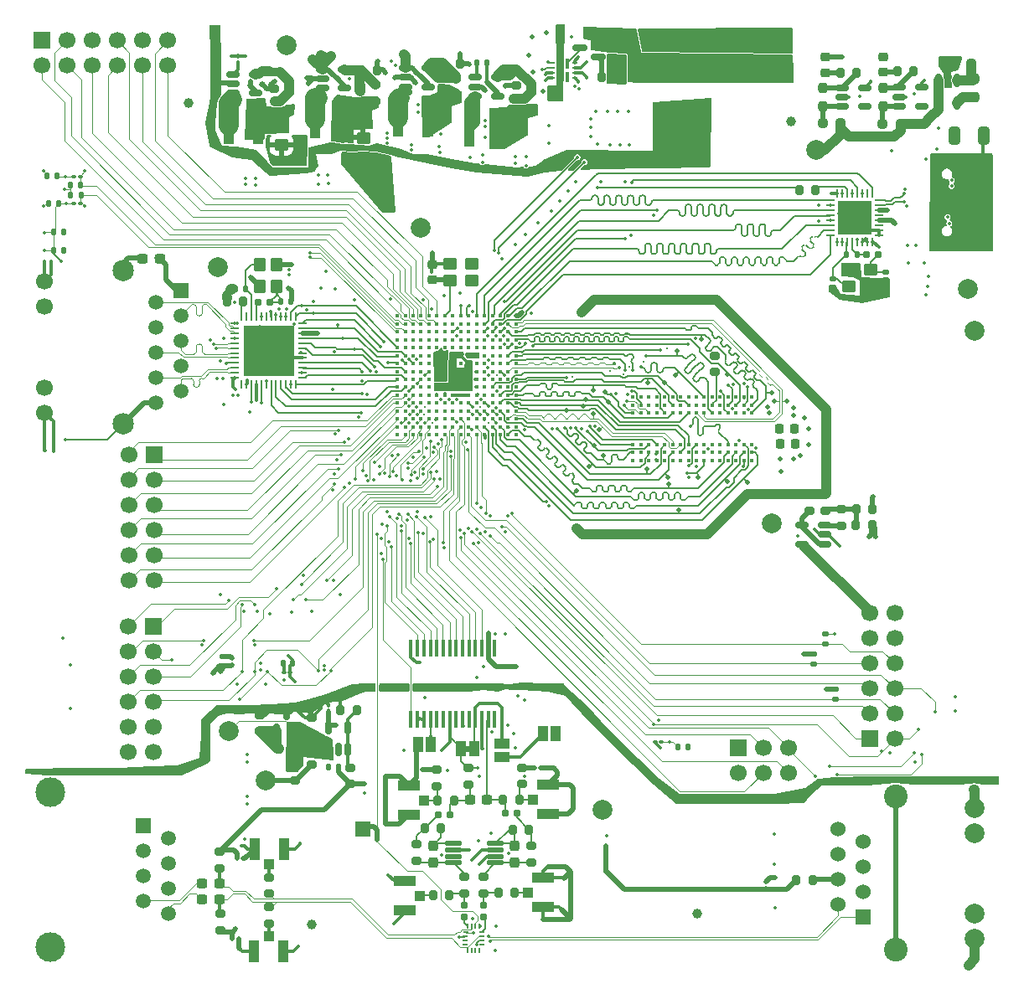
<source format=gbr>
G04 #@! TF.GenerationSoftware,KiCad,Pcbnew,9.0.3-9.0.3-0~ubuntu24.04.1*
G04 #@! TF.CreationDate,2025-07-29T10:54:51+02:00*
G04 #@! TF.ProjectId,acoustic-carrier-board,61636f75-7374-4696-932d-636172726965,rev?*
G04 #@! TF.SameCoordinates,Original*
G04 #@! TF.FileFunction,Copper,L1,Top*
G04 #@! TF.FilePolarity,Positive*
%FSLAX46Y46*%
G04 Gerber Fmt 4.6, Leading zero omitted, Abs format (unit mm)*
G04 Created by KiCad (PCBNEW 9.0.3-9.0.3-0~ubuntu24.04.1) date 2025-07-29 10:54:51*
%MOMM*%
%LPD*%
G01*
G04 APERTURE LIST*
G04 Aperture macros list*
%AMRoundRect*
0 Rectangle with rounded corners*
0 $1 Rounding radius*
0 $2 $3 $4 $5 $6 $7 $8 $9 X,Y pos of 4 corners*
0 Add a 4 corners polygon primitive as box body*
4,1,4,$2,$3,$4,$5,$6,$7,$8,$9,$2,$3,0*
0 Add four circle primitives for the rounded corners*
1,1,$1+$1,$2,$3*
1,1,$1+$1,$4,$5*
1,1,$1+$1,$6,$7*
1,1,$1+$1,$8,$9*
0 Add four rect primitives between the rounded corners*
20,1,$1+$1,$2,$3,$4,$5,0*
20,1,$1+$1,$4,$5,$6,$7,0*
20,1,$1+$1,$6,$7,$8,$9,0*
20,1,$1+$1,$8,$9,$2,$3,0*%
G04 Aperture macros list end*
G04 #@! TA.AperFunction,EtchedComponent*
%ADD10C,0.000000*%
G04 #@! TD*
G04 #@! TA.AperFunction,SMDPad,CuDef*
%ADD11RoundRect,0.200000X0.200000X0.275000X-0.200000X0.275000X-0.200000X-0.275000X0.200000X-0.275000X0*%
G04 #@! TD*
G04 #@! TA.AperFunction,SMDPad,CuDef*
%ADD12RoundRect,0.150000X-0.512500X-0.150000X0.512500X-0.150000X0.512500X0.150000X-0.512500X0.150000X0*%
G04 #@! TD*
G04 #@! TA.AperFunction,SMDPad,CuDef*
%ADD13C,0.500000*%
G04 #@! TD*
G04 #@! TA.AperFunction,SMDPad,CuDef*
%ADD14R,1.500000X1.000000*%
G04 #@! TD*
G04 #@! TA.AperFunction,SMDPad,CuDef*
%ADD15RoundRect,0.237500X0.237500X-0.300000X0.237500X0.300000X-0.237500X0.300000X-0.237500X-0.300000X0*%
G04 #@! TD*
G04 #@! TA.AperFunction,SMDPad,CuDef*
%ADD16RoundRect,0.237500X-0.300000X-0.237500X0.300000X-0.237500X0.300000X0.237500X-0.300000X0.237500X0*%
G04 #@! TD*
G04 #@! TA.AperFunction,SMDPad,CuDef*
%ADD17RoundRect,0.135000X-0.185000X0.135000X-0.185000X-0.135000X0.185000X-0.135000X0.185000X0.135000X0*%
G04 #@! TD*
G04 #@! TA.AperFunction,SMDPad,CuDef*
%ADD18RoundRect,0.140000X0.170000X-0.140000X0.170000X0.140000X-0.170000X0.140000X-0.170000X-0.140000X0*%
G04 #@! TD*
G04 #@! TA.AperFunction,SMDPad,CuDef*
%ADD19C,0.426000*%
G04 #@! TD*
G04 #@! TA.AperFunction,ComponentPad*
%ADD20C,2.000000*%
G04 #@! TD*
G04 #@! TA.AperFunction,ComponentPad*
%ADD21R,1.500000X1.500000*%
G04 #@! TD*
G04 #@! TA.AperFunction,ComponentPad*
%ADD22C,1.500000*%
G04 #@! TD*
G04 #@! TA.AperFunction,ComponentPad*
%ADD23C,3.000000*%
G04 #@! TD*
G04 #@! TA.AperFunction,SMDPad,CuDef*
%ADD24RoundRect,0.135000X-0.135000X-0.185000X0.135000X-0.185000X0.135000X0.185000X-0.135000X0.185000X0*%
G04 #@! TD*
G04 #@! TA.AperFunction,SMDPad,CuDef*
%ADD25R,0.450000X1.750000*%
G04 #@! TD*
G04 #@! TA.AperFunction,SMDPad,CuDef*
%ADD26RoundRect,0.150000X0.587500X0.150000X-0.587500X0.150000X-0.587500X-0.150000X0.587500X-0.150000X0*%
G04 #@! TD*
G04 #@! TA.AperFunction,ComponentPad*
%ADD27R,1.700000X1.700000*%
G04 #@! TD*
G04 #@! TA.AperFunction,ComponentPad*
%ADD28C,1.700000*%
G04 #@! TD*
G04 #@! TA.AperFunction,SMDPad,CuDef*
%ADD29RoundRect,0.200000X-0.275000X0.200000X-0.275000X-0.200000X0.275000X-0.200000X0.275000X0.200000X0*%
G04 #@! TD*
G04 #@! TA.AperFunction,SMDPad,CuDef*
%ADD30RoundRect,0.135000X0.135000X0.185000X-0.135000X0.185000X-0.135000X-0.185000X0.135000X-0.185000X0*%
G04 #@! TD*
G04 #@! TA.AperFunction,SMDPad,CuDef*
%ADD31RoundRect,0.100000X-0.130000X-0.100000X0.130000X-0.100000X0.130000X0.100000X-0.130000X0.100000X0*%
G04 #@! TD*
G04 #@! TA.AperFunction,SMDPad,CuDef*
%ADD32C,0.410000*%
G04 #@! TD*
G04 #@! TA.AperFunction,SMDPad,CuDef*
%ADD33RoundRect,0.200000X-0.200000X-0.275000X0.200000X-0.275000X0.200000X0.275000X-0.200000X0.275000X0*%
G04 #@! TD*
G04 #@! TA.AperFunction,SMDPad,CuDef*
%ADD34RoundRect,0.160000X0.197500X0.160000X-0.197500X0.160000X-0.197500X-0.160000X0.197500X-0.160000X0*%
G04 #@! TD*
G04 #@! TA.AperFunction,SMDPad,CuDef*
%ADD35C,1.000000*%
G04 #@! TD*
G04 #@! TA.AperFunction,SMDPad,CuDef*
%ADD36RoundRect,0.200000X0.275000X-0.200000X0.275000X0.200000X-0.275000X0.200000X-0.275000X-0.200000X0*%
G04 #@! TD*
G04 #@! TA.AperFunction,SMDPad,CuDef*
%ADD37R,1.000000X1.500000*%
G04 #@! TD*
G04 #@! TA.AperFunction,SMDPad,CuDef*
%ADD38RoundRect,0.135000X0.185000X-0.135000X0.185000X0.135000X-0.185000X0.135000X-0.185000X-0.135000X0*%
G04 #@! TD*
G04 #@! TA.AperFunction,SMDPad,CuDef*
%ADD39RoundRect,0.250000X-0.450000X0.350000X-0.450000X-0.350000X0.450000X-0.350000X0.450000X0.350000X0*%
G04 #@! TD*
G04 #@! TA.AperFunction,SMDPad,CuDef*
%ADD40RoundRect,0.237500X0.250000X0.237500X-0.250000X0.237500X-0.250000X-0.237500X0.250000X-0.237500X0*%
G04 #@! TD*
G04 #@! TA.AperFunction,SMDPad,CuDef*
%ADD41RoundRect,0.237500X-0.250000X-0.237500X0.250000X-0.237500X0.250000X0.237500X-0.250000X0.237500X0*%
G04 #@! TD*
G04 #@! TA.AperFunction,SMDPad,CuDef*
%ADD42RoundRect,0.218750X-0.256250X0.218750X-0.256250X-0.218750X0.256250X-0.218750X0.256250X0.218750X0*%
G04 #@! TD*
G04 #@! TA.AperFunction,SMDPad,CuDef*
%ADD43RoundRect,0.100000X0.130000X0.100000X-0.130000X0.100000X-0.130000X-0.100000X0.130000X-0.100000X0*%
G04 #@! TD*
G04 #@! TA.AperFunction,SMDPad,CuDef*
%ADD44RoundRect,0.100000X0.100000X-0.130000X0.100000X0.130000X-0.100000X0.130000X-0.100000X-0.130000X0*%
G04 #@! TD*
G04 #@! TA.AperFunction,SMDPad,CuDef*
%ADD45RoundRect,0.218750X-0.218750X-0.256250X0.218750X-0.256250X0.218750X0.256250X-0.218750X0.256250X0*%
G04 #@! TD*
G04 #@! TA.AperFunction,SMDPad,CuDef*
%ADD46R,1.100000X3.700000*%
G04 #@! TD*
G04 #@! TA.AperFunction,SMDPad,CuDef*
%ADD47RoundRect,0.237500X0.300000X0.237500X-0.300000X0.237500X-0.300000X-0.237500X0.300000X-0.237500X0*%
G04 #@! TD*
G04 #@! TA.AperFunction,SMDPad,CuDef*
%ADD48RoundRect,0.237500X0.237500X-0.250000X0.237500X0.250000X-0.237500X0.250000X-0.237500X-0.250000X0*%
G04 #@! TD*
G04 #@! TA.AperFunction,SMDPad,CuDef*
%ADD49RoundRect,0.150000X0.512500X0.150000X-0.512500X0.150000X-0.512500X-0.150000X0.512500X-0.150000X0*%
G04 #@! TD*
G04 #@! TA.AperFunction,SMDPad,CuDef*
%ADD50R,1.000000X1.050000*%
G04 #@! TD*
G04 #@! TA.AperFunction,SMDPad,CuDef*
%ADD51R,1.050000X2.200000*%
G04 #@! TD*
G04 #@! TA.AperFunction,ComponentPad*
%ADD52R,1.524000X1.524000*%
G04 #@! TD*
G04 #@! TA.AperFunction,ComponentPad*
%ADD53C,1.524000*%
G04 #@! TD*
G04 #@! TA.AperFunction,ComponentPad*
%ADD54C,1.999996*%
G04 #@! TD*
G04 #@! TA.AperFunction,ComponentPad*
%ADD55C,2.400046*%
G04 #@! TD*
G04 #@! TA.AperFunction,SMDPad,CuDef*
%ADD56RoundRect,0.062500X-0.375000X-0.062500X0.375000X-0.062500X0.375000X0.062500X-0.375000X0.062500X0*%
G04 #@! TD*
G04 #@! TA.AperFunction,SMDPad,CuDef*
%ADD57RoundRect,0.062500X-0.062500X-0.375000X0.062500X-0.375000X0.062500X0.375000X-0.062500X0.375000X0*%
G04 #@! TD*
G04 #@! TA.AperFunction,HeatsinkPad*
%ADD58R,5.150000X5.150000*%
G04 #@! TD*
G04 #@! TA.AperFunction,SMDPad,CuDef*
%ADD59R,1.050000X1.000000*%
G04 #@! TD*
G04 #@! TA.AperFunction,SMDPad,CuDef*
%ADD60R,2.200000X1.050000*%
G04 #@! TD*
G04 #@! TA.AperFunction,SMDPad,CuDef*
%ADD61RoundRect,0.237500X-0.237500X0.250000X-0.237500X-0.250000X0.237500X-0.250000X0.237500X0.250000X0*%
G04 #@! TD*
G04 #@! TA.AperFunction,SMDPad,CuDef*
%ADD62RoundRect,0.140000X0.140000X0.170000X-0.140000X0.170000X-0.140000X-0.170000X0.140000X-0.170000X0*%
G04 #@! TD*
G04 #@! TA.AperFunction,SMDPad,CuDef*
%ADD63RoundRect,0.250000X0.450000X0.350000X-0.450000X0.350000X-0.450000X-0.350000X0.450000X-0.350000X0*%
G04 #@! TD*
G04 #@! TA.AperFunction,SMDPad,CuDef*
%ADD64RoundRect,0.250000X0.325000X0.650000X-0.325000X0.650000X-0.325000X-0.650000X0.325000X-0.650000X0*%
G04 #@! TD*
G04 #@! TA.AperFunction,SMDPad,CuDef*
%ADD65R,0.399999X1.050000*%
G04 #@! TD*
G04 #@! TA.AperFunction,SMDPad,CuDef*
%ADD66R,0.599999X0.200000*%
G04 #@! TD*
G04 #@! TA.AperFunction,SMDPad,CuDef*
%ADD67RoundRect,0.150000X0.150000X-0.512500X0.150000X0.512500X-0.150000X0.512500X-0.150000X-0.512500X0*%
G04 #@! TD*
G04 #@! TA.AperFunction,SMDPad,CuDef*
%ADD68R,0.812800X0.254000*%
G04 #@! TD*
G04 #@! TA.AperFunction,SMDPad,CuDef*
%ADD69R,0.254000X0.812800*%
G04 #@! TD*
G04 #@! TA.AperFunction,SMDPad,CuDef*
%ADD70R,3.403600X3.403600*%
G04 #@! TD*
G04 #@! TA.AperFunction,SMDPad,CuDef*
%ADD71RoundRect,0.140000X-0.140000X-0.170000X0.140000X-0.170000X0.140000X0.170000X-0.140000X0.170000X0*%
G04 #@! TD*
G04 #@! TA.AperFunction,SMDPad,CuDef*
%ADD72RoundRect,0.150000X-0.150000X0.512500X-0.150000X-0.512500X0.150000X-0.512500X0.150000X0.512500X0*%
G04 #@! TD*
G04 #@! TA.AperFunction,SMDPad,CuDef*
%ADD73RoundRect,0.028125X0.252875X0.084375X-0.252875X0.084375X-0.252875X-0.084375X0.252875X-0.084375X0*%
G04 #@! TD*
G04 #@! TA.AperFunction,SMDPad,CuDef*
%ADD74RoundRect,0.027500X0.204000X0.082500X-0.204000X0.082500X-0.204000X-0.082500X0.204000X-0.082500X0*%
G04 #@! TD*
G04 #@! TA.AperFunction,SMDPad,CuDef*
%ADD75RoundRect,0.027500X-0.082500X0.204000X-0.082500X-0.204000X0.082500X-0.204000X0.082500X0.204000X0*%
G04 #@! TD*
G04 #@! TA.AperFunction,SMDPad,CuDef*
%ADD76RoundRect,0.250000X-0.250000X0.250000X-0.250000X-0.250000X0.250000X-0.250000X0.250000X0.250000X0*%
G04 #@! TD*
G04 #@! TA.AperFunction,SMDPad,CuDef*
%ADD77RoundRect,0.237500X-0.237500X0.300000X-0.237500X-0.300000X0.237500X-0.300000X0.237500X0.300000X0*%
G04 #@! TD*
G04 #@! TA.AperFunction,SMDPad,CuDef*
%ADD78RoundRect,0.225000X0.250000X-0.225000X0.250000X0.225000X-0.250000X0.225000X-0.250000X-0.225000X0*%
G04 #@! TD*
G04 #@! TA.AperFunction,SMDPad,CuDef*
%ADD79RoundRect,0.160000X0.160000X-0.197500X0.160000X0.197500X-0.160000X0.197500X-0.160000X-0.197500X0*%
G04 #@! TD*
G04 #@! TA.AperFunction,SMDPad,CuDef*
%ADD80RoundRect,0.160000X-0.197500X-0.160000X0.197500X-0.160000X0.197500X0.160000X-0.197500X0.160000X0*%
G04 #@! TD*
G04 #@! TA.AperFunction,ComponentPad*
%ADD81R,1.520000X1.520000*%
G04 #@! TD*
G04 #@! TA.AperFunction,ComponentPad*
%ADD82C,1.520000*%
G04 #@! TD*
G04 #@! TA.AperFunction,ComponentPad*
%ADD83C,2.160000*%
G04 #@! TD*
G04 #@! TA.AperFunction,SMDPad,CuDef*
%ADD84RoundRect,0.125000X0.687500X0.125000X-0.687500X0.125000X-0.687500X-0.125000X0.687500X-0.125000X0*%
G04 #@! TD*
G04 #@! TA.AperFunction,SMDPad,CuDef*
%ADD85RoundRect,0.250000X-0.350000X0.450000X-0.350000X-0.450000X0.350000X-0.450000X0.350000X0.450000X0*%
G04 #@! TD*
G04 #@! TA.AperFunction,SMDPad,CuDef*
%ADD86RoundRect,0.150000X0.150000X-0.587500X0.150000X0.587500X-0.150000X0.587500X-0.150000X-0.587500X0*%
G04 #@! TD*
G04 #@! TA.AperFunction,HeatsinkPad*
%ADD87O,1.600000X1.000000*%
G04 #@! TD*
G04 #@! TA.AperFunction,HeatsinkPad*
%ADD88O,2.100000X1.000000*%
G04 #@! TD*
G04 #@! TA.AperFunction,ViaPad*
%ADD89C,0.350000*%
G04 #@! TD*
G04 #@! TA.AperFunction,ViaPad*
%ADD90C,0.250000*%
G04 #@! TD*
G04 #@! TA.AperFunction,ViaPad*
%ADD91C,0.500000*%
G04 #@! TD*
G04 #@! TA.AperFunction,Conductor*
%ADD92C,0.300000*%
G04 #@! TD*
G04 #@! TA.AperFunction,Conductor*
%ADD93C,0.500000*%
G04 #@! TD*
G04 #@! TA.AperFunction,Conductor*
%ADD94C,0.124000*%
G04 #@! TD*
G04 #@! TA.AperFunction,Conductor*
%ADD95C,0.200000*%
G04 #@! TD*
G04 #@! TA.AperFunction,Conductor*
%ADD96C,0.156500*%
G04 #@! TD*
G04 #@! TA.AperFunction,Conductor*
%ADD97C,1.000000*%
G04 #@! TD*
G04 #@! TA.AperFunction,Conductor*
%ADD98C,0.100000*%
G04 #@! TD*
G04 #@! TA.AperFunction,Conductor*
%ADD99C,0.121700*%
G04 #@! TD*
G04 #@! TA.AperFunction,Conductor*
%ADD100C,0.127000*%
G04 #@! TD*
G04 #@! TA.AperFunction,Conductor*
%ADD101C,0.090000*%
G04 #@! TD*
G04 #@! TA.AperFunction,Conductor*
%ADD102C,2.000000*%
G04 #@! TD*
G04 #@! TA.AperFunction,Conductor*
%ADD103C,0.155400*%
G04 #@! TD*
G04 APERTURE END LIST*
D10*
G04 #@! TA.AperFunction,EtchedComponent*
G36*
X90260000Y-125900000D02*
G01*
X89760000Y-125900000D01*
X89760000Y-125300000D01*
X90260000Y-125300000D01*
X90260000Y-125900000D01*
G37*
G04 #@! TD.AperFunction*
D11*
X89230000Y-56365000D03*
X87580000Y-56365000D03*
D12*
X133617500Y-58730000D03*
X133617500Y-59680000D03*
X133617500Y-60630000D03*
X135892500Y-60630000D03*
X135892500Y-58730000D03*
D13*
X101950000Y-90270000D03*
X102780000Y-94960000D03*
D14*
X93460000Y-126400000D03*
X93460000Y-125100000D03*
D15*
X86517500Y-137092500D03*
X86517500Y-135367500D03*
D16*
X63195000Y-139215000D03*
X64920000Y-139215000D03*
D17*
X127190000Y-119610000D03*
X127190000Y-120630000D03*
D18*
X79155000Y-60045000D03*
X79155000Y-59085000D03*
D19*
X106720000Y-96450000D03*
X106720000Y-95650000D03*
X106720000Y-94850000D03*
X106720000Y-91650000D03*
X106720000Y-90850000D03*
X106720000Y-90050000D03*
X107520000Y-96450000D03*
X107520000Y-95650000D03*
X107520000Y-94850000D03*
X107520000Y-91650000D03*
X107520000Y-90850000D03*
X107520000Y-90050000D03*
X108320000Y-96450000D03*
X108320000Y-95650000D03*
X108320000Y-94850000D03*
X108320000Y-91650000D03*
X108320000Y-90850000D03*
X108320000Y-90050000D03*
X109120000Y-96450000D03*
X109120000Y-95650000D03*
X109120000Y-94850000D03*
X109120000Y-91650000D03*
X109120000Y-90850000D03*
X109120000Y-90050000D03*
X109920000Y-96450000D03*
X109920000Y-95650000D03*
X109920000Y-94850000D03*
X109920000Y-91650000D03*
X109920000Y-90850000D03*
X109920000Y-90050000D03*
X110720000Y-96450000D03*
X110720000Y-95650000D03*
X110720000Y-94850000D03*
X110720000Y-91650000D03*
X110720000Y-90850000D03*
X110720000Y-90050000D03*
X111520000Y-96450000D03*
X111520000Y-95650000D03*
X111520000Y-94850000D03*
X111520000Y-91650000D03*
X111520000Y-90850000D03*
X111520000Y-90050000D03*
X112320000Y-96450000D03*
X112320000Y-95650000D03*
X112320000Y-94850000D03*
X112320000Y-91650000D03*
X112320000Y-90850000D03*
X112320000Y-90050000D03*
X113120000Y-96450000D03*
X113120000Y-95650000D03*
X113120000Y-94850000D03*
X113120000Y-91650000D03*
X113120000Y-90850000D03*
X113120000Y-90050000D03*
X113920000Y-96450000D03*
X113920000Y-95650000D03*
X113920000Y-94850000D03*
X113920000Y-91650000D03*
X113920000Y-90850000D03*
X113920000Y-90050000D03*
X114720000Y-96450000D03*
X114720000Y-95650000D03*
X114720000Y-94850000D03*
X114720000Y-91650000D03*
X114720000Y-90850000D03*
X114720000Y-90050000D03*
X115520000Y-96450000D03*
X115520000Y-95650000D03*
X115520000Y-94850000D03*
X115520000Y-91650000D03*
X115520000Y-90850000D03*
X115520000Y-90050000D03*
X116320000Y-96450000D03*
X116320000Y-95650000D03*
X116320000Y-94850000D03*
X116320000Y-91650000D03*
X116320000Y-90850000D03*
X116320000Y-90050000D03*
X117120000Y-96450000D03*
X117120000Y-95650000D03*
X117120000Y-94850000D03*
X117120000Y-91650000D03*
X117120000Y-90850000D03*
X117120000Y-90050000D03*
X117920000Y-96450000D03*
X117920000Y-95650000D03*
X117920000Y-94850000D03*
X117920000Y-91650000D03*
X117920000Y-90850000D03*
X117920000Y-90050000D03*
X118720000Y-96450000D03*
X118720000Y-95650000D03*
X118720000Y-94850000D03*
X118720000Y-91650000D03*
X118720000Y-90850000D03*
X118720000Y-90050000D03*
D20*
X64740000Y-76940000D03*
D21*
X57250000Y-133380000D03*
D22*
X59790000Y-134650000D03*
X57250000Y-135920000D03*
X59790000Y-137190000D03*
X57250000Y-138460000D03*
X59790000Y-139730000D03*
X57250000Y-141000000D03*
X59790000Y-142270000D03*
D23*
X47850000Y-129975000D03*
X47850000Y-145675000D03*
D13*
X110250000Y-98160000D03*
D24*
X49910000Y-69610000D03*
X50930000Y-69610000D03*
D25*
X92735000Y-115410000D03*
X92085000Y-115410000D03*
X91435000Y-115410000D03*
X90785000Y-115410000D03*
X90135000Y-115410000D03*
X89485000Y-115410000D03*
X88835000Y-115410000D03*
X88185000Y-115410000D03*
X87535000Y-115410000D03*
X86885000Y-115410000D03*
X86235000Y-115410000D03*
X85585000Y-115410000D03*
X84935000Y-115410000D03*
X84285000Y-115410000D03*
X84285000Y-122610000D03*
X84935000Y-122610000D03*
X85585000Y-122610000D03*
X86235000Y-122610000D03*
X86885000Y-122610000D03*
X87535000Y-122610000D03*
X88185000Y-122610000D03*
X88835000Y-122610000D03*
X89485000Y-122610000D03*
X90135000Y-122610000D03*
X90785000Y-122610000D03*
X91435000Y-122610000D03*
X92085000Y-122610000D03*
X92735000Y-122610000D03*
D26*
X103227502Y-55629999D03*
X103227502Y-53729999D03*
X101352502Y-54679999D03*
D18*
X70505000Y-61095000D03*
X70505000Y-60135000D03*
D27*
X58250000Y-113220000D03*
D28*
X58250000Y-115760000D03*
X58250000Y-118300000D03*
X58250000Y-120840000D03*
X58250000Y-123380000D03*
X58250000Y-125920000D03*
X55710000Y-113220000D03*
X55710000Y-115760000D03*
X55710000Y-118300000D03*
X55710000Y-120840000D03*
X55710000Y-123380000D03*
X55710000Y-125920000D03*
D29*
X95525000Y-127535000D03*
X95525000Y-129185000D03*
D13*
X122290000Y-90460000D03*
D30*
X91980000Y-56270000D03*
X90960000Y-56270000D03*
D31*
X66710000Y-136680000D03*
X67350000Y-136680000D03*
D32*
X82900000Y-81850000D03*
X83700000Y-81850000D03*
X84500000Y-81850000D03*
X85300000Y-81850000D03*
X86100000Y-81850000D03*
X86900000Y-81850000D03*
X87700000Y-81850000D03*
X88500000Y-81850000D03*
X89300000Y-81850000D03*
X90100000Y-81850000D03*
X90900000Y-81850000D03*
X91700000Y-81850000D03*
X92500000Y-81850000D03*
X93300000Y-81850000D03*
X94100000Y-81850000D03*
X94900000Y-81850000D03*
X82900000Y-82650000D03*
X83700000Y-82650000D03*
X84500000Y-82650000D03*
X85300000Y-82650000D03*
X86100000Y-82650000D03*
X86900000Y-82650000D03*
X87700000Y-82650000D03*
X88500000Y-82650000D03*
X89300000Y-82650000D03*
X90100000Y-82650000D03*
X90900000Y-82650000D03*
X91700000Y-82650000D03*
X92500000Y-82650000D03*
X93300000Y-82650000D03*
X94100000Y-82650000D03*
X94900000Y-82650000D03*
X82900000Y-83450000D03*
X83700000Y-83450000D03*
X84500000Y-83450000D03*
X85300000Y-83450000D03*
X86100000Y-83450000D03*
X86900000Y-83450000D03*
X87700000Y-83450000D03*
X88500000Y-83450000D03*
X89300000Y-83450000D03*
X90100000Y-83450000D03*
X90900000Y-83450000D03*
X91700000Y-83450000D03*
X92500000Y-83450000D03*
X93300000Y-83450000D03*
X94100000Y-83450000D03*
X94900000Y-83450000D03*
X82900000Y-84250000D03*
X83700000Y-84250000D03*
X84500000Y-84250000D03*
X85300000Y-84250000D03*
X86100000Y-84250000D03*
X86900000Y-84250000D03*
X87700000Y-84250000D03*
X88500000Y-84250000D03*
X89300000Y-84250000D03*
X90100000Y-84250000D03*
X90900000Y-84250000D03*
X91700000Y-84250000D03*
X92500000Y-84250000D03*
X93300000Y-84250000D03*
X94100000Y-84250000D03*
X94900000Y-84250000D03*
X82900000Y-85050000D03*
X83700000Y-85050000D03*
X84500000Y-85050000D03*
X85300000Y-85050000D03*
X86100000Y-85050000D03*
X86900000Y-85050000D03*
X87700000Y-85050000D03*
X88500000Y-85050000D03*
X89300000Y-85050000D03*
X90100000Y-85050000D03*
X90900000Y-85050000D03*
X91700000Y-85050000D03*
X92500000Y-85050000D03*
X93300000Y-85050000D03*
X94100000Y-85050000D03*
X94900000Y-85050000D03*
X82900000Y-85850000D03*
X83700000Y-85850000D03*
X84500000Y-85850000D03*
X85300000Y-85850000D03*
X86100000Y-85850000D03*
X86900000Y-85850000D03*
X87700000Y-85850000D03*
X88500000Y-85850000D03*
X89300000Y-85850000D03*
X90100000Y-85850000D03*
X90900000Y-85850000D03*
X91700000Y-85850000D03*
X92500000Y-85850000D03*
X93300000Y-85850000D03*
X94100000Y-85850000D03*
X94900000Y-85850000D03*
X82900000Y-86650000D03*
X83700000Y-86650000D03*
X84500000Y-86650000D03*
X85300000Y-86650000D03*
X86100000Y-86650000D03*
X86900000Y-86650000D03*
X87700000Y-86650000D03*
X88500000Y-86650000D03*
X89300000Y-86650000D03*
X90100000Y-86650000D03*
X90900000Y-86650000D03*
X91700000Y-86650000D03*
X92500000Y-86650000D03*
X93300000Y-86650000D03*
X94100000Y-86650000D03*
X94900000Y-86650000D03*
X82900000Y-87450000D03*
X83700000Y-87450000D03*
X84500000Y-87450000D03*
X85300000Y-87450000D03*
X86100000Y-87450000D03*
X86900000Y-87450000D03*
X87700000Y-87450000D03*
X88500000Y-87450000D03*
X89300000Y-87450000D03*
X90100000Y-87450000D03*
X90900000Y-87450000D03*
X91700000Y-87450000D03*
X92500000Y-87450000D03*
X93300000Y-87450000D03*
X94100000Y-87450000D03*
X94900000Y-87450000D03*
X82900000Y-88250000D03*
X83700000Y-88250000D03*
X84500000Y-88250000D03*
X85300000Y-88250000D03*
X86100000Y-88250000D03*
X86900000Y-88250000D03*
X87700000Y-88250000D03*
X88500000Y-88250000D03*
X89300000Y-88250000D03*
X90100000Y-88250000D03*
X90900000Y-88250000D03*
X91700000Y-88250000D03*
X92500000Y-88250000D03*
X93300000Y-88250000D03*
X94100000Y-88250000D03*
X94900000Y-88250000D03*
X82900000Y-89050000D03*
X83700000Y-89050000D03*
X84500000Y-89050000D03*
X85300000Y-89050000D03*
X86100000Y-89050000D03*
X86900000Y-89050000D03*
X87700000Y-89050000D03*
X88500000Y-89050000D03*
X89300000Y-89050000D03*
X90100000Y-89050000D03*
X90900000Y-89050000D03*
X91700000Y-89050000D03*
X92500000Y-89050000D03*
X93300000Y-89050000D03*
X94100000Y-89050000D03*
X94900000Y-89050000D03*
X82900000Y-89850000D03*
X83700000Y-89850000D03*
X84500000Y-89850000D03*
X85300000Y-89850000D03*
X86100000Y-89850000D03*
X86900000Y-89850000D03*
X87700000Y-89850000D03*
X88500000Y-89850000D03*
X89300000Y-89850000D03*
X90100000Y-89850000D03*
X90900000Y-89850000D03*
X91700000Y-89850000D03*
X92500000Y-89850000D03*
X93300000Y-89850000D03*
X94100000Y-89850000D03*
X94900000Y-89850000D03*
X82900000Y-90650000D03*
X83700000Y-90650000D03*
X84500000Y-90650000D03*
X85300000Y-90650000D03*
X86100000Y-90650000D03*
X86900000Y-90650000D03*
X87700000Y-90650000D03*
X88500000Y-90650000D03*
X89300000Y-90650000D03*
X90100000Y-90650000D03*
X90900000Y-90650000D03*
X91700000Y-90650000D03*
X92500000Y-90650000D03*
X93300000Y-90650000D03*
X94100000Y-90650000D03*
X94900000Y-90650000D03*
X82900000Y-91450000D03*
X83700000Y-91450000D03*
X84500000Y-91450000D03*
X85300000Y-91450000D03*
X86100000Y-91450000D03*
X86900000Y-91450000D03*
X87700000Y-91450000D03*
X88500000Y-91450000D03*
X89300000Y-91450000D03*
X90100000Y-91450000D03*
X90900000Y-91450000D03*
X91700000Y-91450000D03*
X92500000Y-91450000D03*
X93300000Y-91450000D03*
X94100000Y-91450000D03*
X94900000Y-91450000D03*
X82900000Y-92250000D03*
X83700000Y-92250000D03*
X84500000Y-92250000D03*
X85300000Y-92250000D03*
X86100000Y-92250000D03*
X86900000Y-92250000D03*
X87700000Y-92250000D03*
X88500000Y-92250000D03*
X89300000Y-92250000D03*
X90100000Y-92250000D03*
X90900000Y-92250000D03*
X91700000Y-92250000D03*
X92500000Y-92250000D03*
X93300000Y-92250000D03*
X94100000Y-92250000D03*
X94900000Y-92250000D03*
X82900000Y-93050000D03*
X83700000Y-93050000D03*
X84500000Y-93050000D03*
X85300000Y-93050000D03*
X86100000Y-93050000D03*
X86900000Y-93050000D03*
X87700000Y-93050000D03*
X88500000Y-93050000D03*
X89300000Y-93050000D03*
X90100000Y-93050000D03*
X90900000Y-93050000D03*
X91700000Y-93050000D03*
X92500000Y-93050000D03*
X93300000Y-93050000D03*
X94100000Y-93050000D03*
X94900000Y-93050000D03*
X82900000Y-93850000D03*
X83700000Y-93850000D03*
X84500000Y-93850000D03*
X85300000Y-93850000D03*
X86100000Y-93850000D03*
X86900000Y-93850000D03*
X87700000Y-93850000D03*
X88500000Y-93850000D03*
X89300000Y-93850000D03*
X90100000Y-93850000D03*
X90900000Y-93850000D03*
X91700000Y-93850000D03*
X92500000Y-93850000D03*
X93300000Y-93850000D03*
X94100000Y-93850000D03*
X94900000Y-93850000D03*
D33*
X77150000Y-121667500D03*
X78800000Y-121667500D03*
D34*
X70040000Y-80485000D03*
X68845000Y-80485000D03*
D13*
X102310000Y-97070000D03*
X121020000Y-90470000D03*
D35*
X74250000Y-143370000D03*
D36*
X74265000Y-124115000D03*
X74265000Y-122465000D03*
D37*
X85010000Y-125140000D03*
X86310000Y-125140000D03*
D13*
X111320000Y-101430000D03*
D38*
X124990000Y-117010000D03*
X124990000Y-115990000D03*
D39*
X79480000Y-63850000D03*
X79480000Y-65850000D03*
D36*
X126122250Y-101530000D03*
X126122250Y-99880000D03*
D13*
X120760000Y-89570000D03*
D30*
X129330000Y-75613000D03*
X128310000Y-75613000D03*
D24*
X47660000Y-70480000D03*
X48680000Y-70480000D03*
D11*
X94785000Y-140180000D03*
X93135000Y-140180000D03*
D13*
X108200000Y-88610000D03*
D29*
X124572250Y-99880000D03*
X124572250Y-101530000D03*
D40*
X127692500Y-62325000D03*
X125867500Y-62325000D03*
D27*
X58295000Y-95895000D03*
D28*
X58295000Y-98435000D03*
X58295000Y-100975000D03*
X58295000Y-103515000D03*
X58295000Y-106055000D03*
X58295000Y-108595000D03*
X55755000Y-95895000D03*
X55755000Y-98435000D03*
X55755000Y-100975000D03*
X55755000Y-103515000D03*
X55755000Y-106055000D03*
X55755000Y-108595000D03*
D11*
X125155000Y-69150000D03*
X123505000Y-69150000D03*
D31*
X108960000Y-124880000D03*
X109600000Y-124880000D03*
D41*
X139055000Y-56337500D03*
X140880000Y-56337500D03*
D13*
X118280000Y-98660000D03*
D12*
X66280000Y-57395000D03*
X66280000Y-58345000D03*
X66280000Y-59295000D03*
X68555000Y-59295000D03*
X68555000Y-57395000D03*
D36*
X115020000Y-87515000D03*
X115020000Y-85865000D03*
D42*
X131955000Y-55625000D03*
X131955000Y-57200000D03*
D11*
X130872250Y-103005000D03*
X129222250Y-103005000D03*
D20*
X125230000Y-65090000D03*
D33*
X127667500Y-57225000D03*
X129317500Y-57225000D03*
D21*
X79430000Y-133730000D03*
D11*
X72590000Y-125620000D03*
X70940000Y-125620000D03*
D43*
X50850000Y-67720000D03*
X50210000Y-67720000D03*
D13*
X103910000Y-89500000D03*
D24*
X47520000Y-67680000D03*
X48540000Y-67680000D03*
D29*
X96417500Y-135417500D03*
X96417500Y-137067500D03*
D12*
X75317500Y-56915000D03*
X75317500Y-57865000D03*
X75317500Y-58815000D03*
X77592500Y-58815000D03*
X77592500Y-56915000D03*
D29*
X91600000Y-138565000D03*
X91600000Y-140215000D03*
D44*
X120120000Y-139720000D03*
X120120000Y-139080000D03*
D13*
X116210000Y-87750000D03*
D45*
X121482500Y-93220000D03*
X123057500Y-93220000D03*
D33*
X129262250Y-101405000D03*
X130912250Y-101405000D03*
D46*
X90205000Y-62815000D03*
X93205000Y-62815000D03*
D13*
X102680000Y-91740000D03*
D24*
X49900000Y-68600000D03*
X50920000Y-68600000D03*
D34*
X94982500Y-132110000D03*
X93787500Y-132110000D03*
D11*
X96210000Y-133760000D03*
X94560000Y-133760000D03*
D13*
X102680000Y-89310000D03*
D47*
X58902500Y-76020000D03*
X57177500Y-76020000D03*
D24*
X48180000Y-75180000D03*
X49200000Y-75180000D03*
D27*
X47000000Y-54000000D03*
D28*
X47000000Y-56540000D03*
X49540000Y-54000000D03*
X49540000Y-56540000D03*
X52080000Y-54000000D03*
X52080000Y-56540000D03*
X54620000Y-54000000D03*
X54620000Y-56540000D03*
X57160000Y-54000000D03*
X57160000Y-56540000D03*
X59700000Y-54000000D03*
X59700000Y-56540000D03*
D18*
X132230000Y-78350000D03*
X132230000Y-77390000D03*
D29*
X69930000Y-141605000D03*
X69930000Y-143255000D03*
D18*
X65310000Y-117242500D03*
X65310000Y-116282500D03*
D42*
X126167500Y-55650000D03*
X126167500Y-57225000D03*
D13*
X101670000Y-90940000D03*
D46*
X65855000Y-62570000D03*
X68855000Y-62570000D03*
D48*
X131955000Y-60612500D03*
X131955000Y-58787500D03*
D49*
X126047250Y-104905000D03*
X126047250Y-103955000D03*
X126047250Y-103005000D03*
X123772250Y-103005000D03*
X123772250Y-104905000D03*
D50*
X69960000Y-137235000D03*
D51*
X68485000Y-135710000D03*
X71435000Y-135710000D03*
D11*
X67335000Y-80400000D03*
X65685000Y-80400000D03*
D45*
X121552500Y-94770000D03*
X123127500Y-94770000D03*
D52*
X130005000Y-142630000D03*
D53*
X127465000Y-141370160D03*
X130005000Y-140090000D03*
X127465000Y-138830160D03*
X130005000Y-137550000D03*
X127465000Y-136290160D03*
X130005000Y-135010000D03*
X127465000Y-133750160D03*
D54*
X141254914Y-144815162D03*
X141254914Y-142275162D03*
X141254914Y-134104998D03*
X141254914Y-131564998D03*
D55*
X133304968Y-145940128D03*
X133304968Y-130440032D03*
D31*
X66240000Y-144830000D03*
X66880000Y-144830000D03*
D13*
X111210000Y-85400000D03*
D38*
X126130000Y-115010000D03*
X126130000Y-113990000D03*
D13*
X109920000Y-88570000D03*
D37*
X97610000Y-124100000D03*
X98910000Y-124100000D03*
D13*
X108110000Y-97350000D03*
D56*
X66467500Y-82585000D03*
X66467500Y-83085000D03*
X66467500Y-83585000D03*
X66467500Y-84085000D03*
X66467500Y-84585000D03*
X66467500Y-85085000D03*
X66467500Y-85585000D03*
X66467500Y-86085000D03*
X66467500Y-86585000D03*
X66467500Y-87085000D03*
X66467500Y-87585000D03*
X66467500Y-88085000D03*
D57*
X67155000Y-88772500D03*
X67655000Y-88772500D03*
X68155000Y-88772500D03*
X68655000Y-88772500D03*
X69155000Y-88772500D03*
X69655000Y-88772500D03*
X70155000Y-88772500D03*
X70655000Y-88772500D03*
X71155000Y-88772500D03*
X71655000Y-88772500D03*
X72155000Y-88772500D03*
X72655000Y-88772500D03*
D56*
X73342500Y-88085000D03*
X73342500Y-87585000D03*
X73342500Y-87085000D03*
X73342500Y-86585000D03*
X73342500Y-86085000D03*
X73342500Y-85585000D03*
X73342500Y-85085000D03*
X73342500Y-84585000D03*
X73342500Y-84085000D03*
X73342500Y-83585000D03*
X73342500Y-83085000D03*
X73342500Y-82585000D03*
D57*
X72655000Y-81897500D03*
X72155000Y-81897500D03*
X71655000Y-81897500D03*
X71155000Y-81897500D03*
X70655000Y-81897500D03*
X70155000Y-81897500D03*
X69655000Y-81897500D03*
X69155000Y-81897500D03*
X68655000Y-81897500D03*
X68155000Y-81897500D03*
X67655000Y-81897500D03*
X67155000Y-81897500D03*
D58*
X69905000Y-85335000D03*
D59*
X96135000Y-140130000D03*
D60*
X97660000Y-138655000D03*
X97660000Y-141605000D03*
D61*
X141217500Y-57875000D03*
X141217500Y-59700000D03*
D27*
X109000000Y-54000000D03*
D28*
X109000000Y-56540000D03*
X111540000Y-54000000D03*
X111540000Y-56540000D03*
X114080000Y-54000000D03*
X114080000Y-56540000D03*
X116620000Y-54000000D03*
X116620000Y-56540000D03*
X119160000Y-54000000D03*
X119160000Y-56540000D03*
X121700000Y-54000000D03*
X121700000Y-56540000D03*
D20*
X140540000Y-79100000D03*
D18*
X126910000Y-79043000D03*
X126910000Y-78083000D03*
D13*
X111010000Y-87800000D03*
D62*
X72110000Y-80400000D03*
X71150000Y-80400000D03*
D63*
X130710000Y-77163000D03*
X128510000Y-77163000D03*
X128510000Y-78863000D03*
X130710000Y-78863000D03*
D64*
X142175000Y-63640000D03*
X139225000Y-63640000D03*
D65*
X99375002Y-57695000D03*
X100075001Y-57695000D03*
D66*
X100850000Y-57770001D03*
X100850000Y-57270000D03*
X100850000Y-56770000D03*
X100850000Y-56269999D03*
D65*
X100075001Y-56345000D03*
X99375002Y-56345000D03*
D66*
X98550002Y-56269999D03*
X98550002Y-56770000D03*
X98550002Y-57270000D03*
X98550002Y-57770001D03*
D40*
X133767500Y-62400000D03*
X131942500Y-62400000D03*
D59*
X85572500Y-130800000D03*
D60*
X84047500Y-132275000D03*
X84047500Y-129325000D03*
D36*
X127767250Y-103050000D03*
X127767250Y-101400000D03*
X94930000Y-58540000D03*
X94930000Y-56890000D03*
D29*
X89630000Y-138575000D03*
X89630000Y-140225000D03*
D13*
X110300000Y-98860000D03*
D11*
X80867500Y-57010000D03*
X79217500Y-57010000D03*
D62*
X72325000Y-116977500D03*
X71365000Y-116977500D03*
D13*
X113260000Y-98130000D03*
D67*
X75975000Y-125712500D03*
X76925000Y-125712500D03*
X77875000Y-125712500D03*
X77875000Y-123437500D03*
X75975000Y-123437500D03*
D13*
X100970000Y-99500000D03*
D16*
X90222500Y-130745000D03*
X91947500Y-130745000D03*
D59*
X85162500Y-140460000D03*
D60*
X83637500Y-141935000D03*
X83637500Y-138985000D03*
D68*
X131550000Y-73686000D03*
X131550000Y-73178000D03*
X131550000Y-72670000D03*
X131550000Y-72162000D03*
X131550000Y-71654000D03*
X131550000Y-71146000D03*
X131550000Y-70638000D03*
X131550000Y-70130000D03*
D69*
X130876900Y-69456900D03*
X130368900Y-69456900D03*
X129860900Y-69456900D03*
X129352900Y-69456900D03*
X128844900Y-69456900D03*
X128336900Y-69456900D03*
X127828900Y-69456900D03*
X127320900Y-69456900D03*
D68*
X126647800Y-70130000D03*
X126647800Y-70638000D03*
X126647800Y-71146000D03*
X126647800Y-71654000D03*
X126647800Y-72162000D03*
X126647800Y-72670000D03*
X126647800Y-73178000D03*
X126647800Y-73686000D03*
D69*
X127320900Y-74359100D03*
X127828900Y-74359100D03*
X128336900Y-74359100D03*
X128844900Y-74359100D03*
X129352900Y-74359100D03*
X129860900Y-74359100D03*
X130368900Y-74359100D03*
X130876900Y-74359100D03*
D70*
X129098900Y-71908000D03*
D20*
X71720000Y-54490000D03*
D30*
X112290000Y-125390000D03*
X111270000Y-125390000D03*
D71*
X66580000Y-79090000D03*
X67540000Y-79090000D03*
D29*
X88817500Y-57860000D03*
X88817500Y-59510000D03*
D72*
X139467500Y-58012500D03*
X138517500Y-58012500D03*
X137567500Y-58012500D03*
X137567500Y-60287500D03*
X139467500Y-60287500D03*
D36*
X64930000Y-137655000D03*
X64930000Y-136005000D03*
D73*
X89796500Y-144160000D03*
D74*
X89746500Y-144560000D03*
X89746500Y-144960000D03*
X89746500Y-145360000D03*
D75*
X89991500Y-146005000D03*
X90391500Y-146005000D03*
X90791500Y-146005000D03*
X91191500Y-146005000D03*
D74*
X91436500Y-145360000D03*
X91436500Y-144960000D03*
X91436500Y-144560000D03*
X91436500Y-144160000D03*
D75*
X91191500Y-143515000D03*
X90791500Y-143515000D03*
X90391500Y-143515000D03*
X89991500Y-143515000D03*
D76*
X105230000Y-53682500D03*
X105230000Y-56182500D03*
D20*
X85290000Y-72900000D03*
D36*
X69015000Y-123815000D03*
X69015000Y-122165000D03*
D35*
X61770000Y-60280000D03*
D13*
X103750000Y-95960000D03*
D27*
X130605000Y-124575000D03*
D28*
X130605000Y-122035000D03*
X130605000Y-119495000D03*
X130605000Y-116955000D03*
X130605000Y-114415000D03*
X130605000Y-111875000D03*
X133145000Y-124575000D03*
X133145000Y-122035000D03*
X133145000Y-119495000D03*
X133145000Y-116955000D03*
X133145000Y-114415000D03*
X133145000Y-111875000D03*
D12*
X127855000Y-58787500D03*
X127855000Y-59737500D03*
X127855000Y-60687500D03*
X130130000Y-60687500D03*
X130130000Y-58787500D03*
D36*
X84867500Y-136905000D03*
X84867500Y-135255000D03*
D44*
X66820000Y-56220000D03*
X66820000Y-55580000D03*
D34*
X131507500Y-75613000D03*
X130312500Y-75613000D03*
D50*
X69900000Y-144535000D03*
D51*
X71375000Y-146060000D03*
X68425000Y-146060000D03*
D36*
X78165000Y-129162500D03*
X78165000Y-127512500D03*
D71*
X75975000Y-127417500D03*
X76935000Y-127417500D03*
D77*
X94767500Y-135367500D03*
X94767500Y-137092500D03*
D43*
X85460000Y-127720000D03*
X84820000Y-127720000D03*
D78*
X86445000Y-78195000D03*
X86445000Y-76645000D03*
D16*
X63195000Y-140815000D03*
X64920000Y-140815000D03*
D13*
X113630000Y-84160000D03*
D36*
X74265000Y-127215000D03*
X74265000Y-125565000D03*
D79*
X89691500Y-142607500D03*
X89691500Y-141412500D03*
D11*
X88620000Y-130840000D03*
X86970000Y-130840000D03*
D39*
X71190000Y-62530000D03*
X71190000Y-64530000D03*
D18*
X94630000Y-60815000D03*
X94630000Y-59855000D03*
D20*
X65870000Y-123800000D03*
D13*
X104230000Y-90510000D03*
D20*
X69570000Y-128830000D03*
D13*
X103270000Y-93350000D03*
D80*
X87037500Y-132260000D03*
X88232500Y-132260000D03*
D29*
X86860000Y-127710000D03*
X86860000Y-129360000D03*
D81*
X61050000Y-79270000D03*
D82*
X58510000Y-80440000D03*
X61050000Y-81810000D03*
X58510000Y-82980000D03*
X61050000Y-84350000D03*
X58510000Y-85520000D03*
X61050000Y-86890000D03*
X58510000Y-88060000D03*
X61050000Y-89430000D03*
X58510000Y-90600000D03*
D28*
X47270000Y-78360000D03*
X47270000Y-80900000D03*
X47270000Y-89080000D03*
X47270000Y-91620000D03*
D83*
X55220000Y-92730000D03*
X55220000Y-77250000D03*
D29*
X96430000Y-59190000D03*
X96430000Y-60840000D03*
D18*
X87505000Y-58745000D03*
X87505000Y-57785000D03*
D20*
X103600000Y-131800000D03*
D33*
X85660000Y-133610000D03*
X87310000Y-133610000D03*
D31*
X96760000Y-127560000D03*
X97400000Y-127560000D03*
D37*
X90660000Y-125600000D03*
X89360000Y-125600000D03*
D84*
X92797500Y-137135000D03*
X92797500Y-136485000D03*
X92797500Y-135835000D03*
X92797500Y-135185000D03*
X88572500Y-135185000D03*
X88572500Y-135835000D03*
X88572500Y-136485000D03*
X88572500Y-137135000D03*
D24*
X48140000Y-73370000D03*
X49160000Y-73370000D03*
D29*
X71955000Y-59240000D03*
X71955000Y-60890000D03*
D36*
X90060000Y-129225000D03*
X90060000Y-127575000D03*
D27*
X117310000Y-125470000D03*
D28*
X117310000Y-128010000D03*
X119850000Y-125470000D03*
X119850000Y-128010000D03*
X122390000Y-125470000D03*
X122390000Y-128010000D03*
D33*
X103540000Y-57660000D03*
X105190000Y-57660000D03*
D36*
X72575000Y-128805000D03*
X72575000Y-127155000D03*
D44*
X66240000Y-117110000D03*
X66240000Y-116470000D03*
D48*
X125892500Y-60650000D03*
X125892500Y-58825000D03*
D46*
X74555000Y-61965000D03*
X77555000Y-61965000D03*
D59*
X96610000Y-130715000D03*
D60*
X98135000Y-129240000D03*
X98135000Y-132190000D03*
D33*
X93570000Y-130740000D03*
X95220000Y-130740000D03*
X123205000Y-138890000D03*
X124855000Y-138890000D03*
D43*
X72070000Y-117860000D03*
X71430000Y-117860000D03*
X50860000Y-70480000D03*
X50220000Y-70480000D03*
D11*
X88155000Y-140370000D03*
X86505000Y-140370000D03*
D36*
X65000000Y-143925000D03*
X65000000Y-142275000D03*
D46*
X83005000Y-61815000D03*
X86005000Y-61815000D03*
D35*
X122660000Y-62130000D03*
D44*
X75945000Y-121797500D03*
X75945000Y-121157500D03*
D33*
X133430000Y-57100000D03*
X135080000Y-57100000D03*
D85*
X69000000Y-76610000D03*
X69000000Y-78810000D03*
X70700000Y-78810000D03*
X70700000Y-76610000D03*
D12*
X83730000Y-56765000D03*
X83730000Y-57715000D03*
X83730000Y-58665000D03*
X86005000Y-58665000D03*
X86005000Y-56765000D03*
D13*
X99990000Y-91370000D03*
D63*
X90440000Y-76560000D03*
X88240000Y-76560000D03*
X88240000Y-78260000D03*
X90440000Y-78260000D03*
D79*
X91600000Y-142587500D03*
X91600000Y-141392500D03*
D13*
X116250000Y-98620000D03*
D29*
X80692500Y-58485000D03*
X80692500Y-60135000D03*
D36*
X69920000Y-140245000D03*
X69920000Y-138595000D03*
D35*
X113160000Y-142260000D03*
D86*
X70735000Y-123797500D03*
X72635000Y-123797500D03*
X71685000Y-121922500D03*
D36*
X70405000Y-58840000D03*
X70405000Y-57190000D03*
D12*
X90805000Y-57715000D03*
X90805000Y-58665000D03*
X90805000Y-59615000D03*
X93080000Y-59615000D03*
X93080000Y-57715000D03*
D20*
X141230000Y-83380000D03*
X120722250Y-102810000D03*
D87*
X142080000Y-66050000D03*
D88*
X137900000Y-66050000D03*
D87*
X142080000Y-74690000D03*
D88*
X137900000Y-74690000D03*
D89*
X71260000Y-84260000D03*
X75550000Y-117170000D03*
X87360000Y-136310000D03*
X92320000Y-102010000D03*
D90*
X94900000Y-87450000D03*
D89*
X121080000Y-138630000D03*
X49420000Y-70480000D03*
X137445000Y-64990000D03*
X90140000Y-56380000D03*
X81780000Y-133230000D03*
X136570000Y-77810000D03*
D91*
X105100000Y-125000000D03*
X90200000Y-119400000D03*
D89*
X104090000Y-134390000D03*
X119930000Y-53490000D03*
X99710000Y-138750000D03*
X69600000Y-119080000D03*
D90*
X92940000Y-87850000D03*
D89*
X67750000Y-126170000D03*
X117440000Y-94440000D03*
X90500000Y-142800000D03*
X47250000Y-75180000D03*
X68770000Y-111710000D03*
D90*
X105730000Y-87700000D03*
D91*
X66500000Y-65200000D03*
D89*
X48960000Y-76330000D03*
X89260000Y-55350000D03*
D91*
X54900000Y-128000000D03*
X74265000Y-121575000D03*
D89*
X82810000Y-97960000D03*
X87320000Y-90300000D03*
X73710000Y-81200000D03*
X91820000Y-103700000D03*
X73730000Y-57730000D03*
X81740000Y-128450000D03*
D91*
X100400000Y-120300000D03*
X113320000Y-64960000D03*
D89*
X81130000Y-97090000D03*
X93480000Y-76040000D03*
X94900000Y-93850000D03*
D91*
X75850000Y-120550000D03*
D89*
X92070000Y-87050000D03*
D90*
X100560000Y-87970000D03*
D89*
X90960000Y-118400000D03*
X68100000Y-86280000D03*
X71430000Y-117860000D03*
D91*
X64600000Y-56500000D03*
D90*
X115330000Y-86070000D03*
D89*
X107520000Y-90050000D03*
D91*
X109100000Y-128900000D03*
D89*
X98250000Y-64350000D03*
X81900000Y-101660000D03*
X67730000Y-130440000D03*
X94100000Y-91450000D03*
X72200000Y-76620000D03*
X90510000Y-81420000D03*
X85490000Y-103860000D03*
D91*
X121600000Y-96305000D03*
D89*
X109120000Y-90850000D03*
D91*
X76100000Y-64900000D03*
D89*
X82900000Y-93850000D03*
X81300000Y-104340000D03*
X65310000Y-116282500D03*
X128290000Y-70670000D03*
X76925000Y-125712500D03*
D91*
X122960000Y-91160000D03*
X64000000Y-62100000D03*
D89*
X114850000Y-53400000D03*
X91740000Y-94210000D03*
X92790000Y-114010000D03*
X69042500Y-82905000D03*
X91390000Y-101240000D03*
X128485000Y-59725000D03*
X86380000Y-77400000D03*
X68370000Y-83040000D03*
X98200000Y-101070000D03*
X91130000Y-134930000D03*
X91320000Y-90260000D03*
X86570649Y-104400873D03*
X121080000Y-141640000D03*
D91*
X135100000Y-128800000D03*
D89*
X85665000Y-120430000D03*
X66130000Y-55600000D03*
D91*
X95400000Y-119370000D03*
D89*
X88500000Y-86650000D03*
X132850000Y-65120000D03*
X84950000Y-101650000D03*
X67770000Y-126960000D03*
X129652501Y-59657499D03*
X111520000Y-90050000D03*
X129590000Y-78030000D03*
X107520000Y-94850000D03*
X82400000Y-95980000D03*
X90150000Y-135830000D03*
X87655000Y-79800000D03*
X92780000Y-146010000D03*
X135140001Y-59389999D03*
X126270000Y-119610000D03*
X94630000Y-124090000D03*
X72140000Y-85550000D03*
X127562250Y-105070000D03*
X115520000Y-90050000D03*
X100340000Y-129240000D03*
X70020000Y-111970000D03*
X87000000Y-94730000D03*
X130430000Y-79990000D03*
X134204613Y-68999358D03*
X76470000Y-108580000D03*
X69190000Y-87200000D03*
X70980000Y-81150000D03*
D90*
X106310000Y-87010000D03*
D91*
X64600000Y-53300000D03*
D89*
X83700000Y-91450000D03*
X85160000Y-116880000D03*
D91*
X87800000Y-119400000D03*
D89*
X117910000Y-88640000D03*
X90913599Y-103371551D03*
X67550000Y-85310000D03*
X70550000Y-58080000D03*
D91*
X121000000Y-130700000D03*
D89*
X89130000Y-144610000D03*
X93710000Y-84690000D03*
X75675000Y-77315000D03*
X106470000Y-73650000D03*
X101540000Y-93240000D03*
X80800000Y-87470000D03*
X67740000Y-131160000D03*
X67570000Y-55560000D03*
X80480000Y-98430000D03*
X66680000Y-119090000D03*
X76643268Y-93790914D03*
X92910000Y-83840000D03*
X105230000Y-56182500D03*
X79804275Y-89750384D03*
X125022250Y-103410000D03*
X128010000Y-73348000D03*
D91*
X64700000Y-57900000D03*
D89*
X81900000Y-63320000D03*
D91*
X139400000Y-128800000D03*
D89*
X89300000Y-89050000D03*
X127685000Y-72385000D03*
X65800000Y-79300000D03*
X125470000Y-70630000D03*
D90*
X92160000Y-92660000D03*
X115040000Y-85700000D03*
D89*
X93790000Y-58600000D03*
X104390000Y-56800000D03*
X116850000Y-88760000D03*
X109920000Y-90850000D03*
X110720000Y-90050000D03*
X86910000Y-122900000D03*
X68477311Y-115104928D03*
D91*
X90800000Y-66800000D03*
D89*
X134245000Y-59725000D03*
X119120000Y-95220000D03*
D91*
X77400000Y-120400000D03*
D89*
X90100000Y-89050000D03*
D91*
X124400000Y-129900000D03*
D89*
X132690000Y-126030000D03*
X77170000Y-110010000D03*
X82900000Y-81850000D03*
X121010000Y-134260000D03*
X137950000Y-56540000D03*
X76520000Y-97800000D03*
D91*
X111300000Y-130700000D03*
D89*
X69905000Y-85335000D03*
X118340000Y-91270000D03*
X86900000Y-89050000D03*
X130952250Y-100120000D03*
D91*
X109530000Y-60990000D03*
D89*
X98530000Y-93210000D03*
X89310000Y-88250000D03*
X86860000Y-97560000D03*
X80970000Y-56070000D03*
X114290000Y-95240000D03*
X97650000Y-142820000D03*
X84490000Y-96140000D03*
X71910000Y-79030000D03*
X117120000Y-96450000D03*
X66580000Y-79090000D03*
X48680000Y-70480000D03*
X105190000Y-57660000D03*
X85500000Y-97850000D03*
X134357435Y-70698915D03*
D91*
X96200000Y-55500000D03*
X83200000Y-65400000D03*
D89*
X81730000Y-57260000D03*
D91*
X107000000Y-126900000D03*
D89*
X81320000Y-105900000D03*
X87200000Y-98330000D03*
X91220000Y-128350000D03*
X82570000Y-143250000D03*
X113120000Y-95650000D03*
X93790000Y-103630000D03*
D91*
X127920000Y-128900000D03*
D90*
X107770000Y-86460000D03*
D89*
X76820000Y-96410000D03*
X69110000Y-117590000D03*
X95290000Y-84620000D03*
X92950000Y-89430000D03*
X88500000Y-88250000D03*
X117460000Y-53480000D03*
X69090000Y-116940000D03*
X129610000Y-71500000D03*
D91*
X96500000Y-53600000D03*
D89*
X73090000Y-135180000D03*
D91*
X137500000Y-128800000D03*
D89*
X123990000Y-116000000D03*
X113140000Y-97040000D03*
X113030000Y-84110000D03*
D91*
X98000000Y-119400000D03*
D89*
X75975000Y-127417500D03*
X102860000Y-92980000D03*
X105930000Y-68240000D03*
X130510000Y-71460000D03*
X83700000Y-84250000D03*
D91*
X109020000Y-65510000D03*
X105520000Y-65680000D03*
X97900000Y-66400000D03*
D89*
X92900000Y-91120000D03*
X67730000Y-87730000D03*
D91*
X78200000Y-64800000D03*
D89*
X89800000Y-94620000D03*
X92735000Y-115410000D03*
X109920000Y-96450000D03*
X84080000Y-104300000D03*
D91*
X72600000Y-121500000D03*
D89*
X78970000Y-92030000D03*
X87600000Y-105280000D03*
X68120000Y-84170000D03*
D91*
X113990000Y-63490000D03*
D89*
X82900000Y-87450000D03*
X94060000Y-123200000D03*
X81650000Y-97740000D03*
D91*
X47500000Y-128000000D03*
D89*
X82670000Y-57730000D03*
X86445000Y-75475000D03*
D90*
X110140000Y-85150000D03*
D89*
X121030000Y-137240000D03*
X113120000Y-90850000D03*
X84760000Y-58240000D03*
X129410000Y-73468000D03*
D91*
X122970000Y-91920000D03*
D90*
X86410000Y-92670000D03*
D89*
X72040000Y-87080000D03*
D91*
X68400000Y-65500000D03*
X95000000Y-67200000D03*
D89*
X137600000Y-62890000D03*
X94060857Y-102067512D03*
X88120000Y-90310000D03*
X72460000Y-82650000D03*
D91*
X103300000Y-123100000D03*
X111890000Y-60890000D03*
D89*
X66500000Y-80485000D03*
D91*
X143300000Y-128800000D03*
D89*
X132090000Y-79410000D03*
D91*
X85800000Y-65900000D03*
D89*
X110440000Y-124880000D03*
X99490000Y-141850000D03*
D91*
X79600000Y-119430503D03*
D90*
X85722164Y-91060000D03*
D89*
X88010000Y-127790000D03*
X97850000Y-58040000D03*
X127060000Y-114000000D03*
X82070000Y-104660000D03*
X79340000Y-88390000D03*
X135230000Y-126910000D03*
D91*
X63500000Y-126800000D03*
X93000000Y-119420117D03*
D89*
X81880000Y-63840000D03*
D91*
X64600000Y-59500000D03*
D89*
X72190000Y-111820000D03*
X47280000Y-73410000D03*
X81400000Y-102910000D03*
D91*
X70200000Y-121600000D03*
D89*
X106720000Y-90050000D03*
D91*
X85300000Y-119400000D03*
D89*
X116740000Y-91220000D03*
X130210000Y-73348000D03*
X63183460Y-115081833D03*
D90*
X91250000Y-91030000D03*
D91*
X60920000Y-127940000D03*
D89*
X129560000Y-77460000D03*
X72910000Y-145540000D03*
X98110000Y-137490000D03*
X66280000Y-58345000D03*
X134420000Y-74700000D03*
X71365000Y-116977500D03*
X96285000Y-125425000D03*
X88500000Y-89050000D03*
X84210000Y-98500000D03*
D91*
X141900000Y-128800000D03*
D89*
X49370000Y-94325000D03*
D91*
X64600000Y-55200000D03*
D89*
X110090000Y-53450000D03*
X139265000Y-63680000D03*
X109920000Y-95650000D03*
X67450000Y-134770000D03*
X67420000Y-111710000D03*
X88500000Y-85850000D03*
X72040000Y-84590000D03*
X138517500Y-58012500D03*
X106174950Y-89800000D03*
X68110000Y-77920000D03*
X115520000Y-96450000D03*
X49330000Y-67720000D03*
X72130000Y-86160000D03*
X84700000Y-97620000D03*
D91*
X74300000Y-65100000D03*
D89*
X65040000Y-86360000D03*
D91*
X63600000Y-124100000D03*
D89*
X88240000Y-76560000D03*
X101170000Y-58220000D03*
X100470000Y-53640000D03*
X67150000Y-135450000D03*
X95730000Y-128350000D03*
X98210000Y-62630000D03*
X71740000Y-81150000D03*
X84860000Y-86250000D03*
X135320000Y-74700000D03*
X71600000Y-87230000D03*
X83970000Y-97260000D03*
X128562000Y-71508000D03*
X109090000Y-96390000D03*
D91*
X58200000Y-128000000D03*
X101800000Y-121600000D03*
D89*
X83940000Y-102460000D03*
D91*
X98000000Y-53200000D03*
D89*
X111520000Y-90850000D03*
X92450000Y-123875000D03*
X85010000Y-125140000D03*
D91*
X131750000Y-128770000D03*
D89*
X99090000Y-127950000D03*
D90*
X86100000Y-93850000D03*
D89*
X86250000Y-102170000D03*
D91*
X117500000Y-130700000D03*
D89*
X112379099Y-98143884D03*
X92100000Y-86330000D03*
X86570000Y-95620000D03*
X111520000Y-96450000D03*
X81870000Y-64360000D03*
X63980000Y-84310000D03*
D91*
X80800000Y-64800000D03*
D89*
X93640000Y-83840000D03*
X74250000Y-111730000D03*
X88500000Y-87450000D03*
X125510000Y-72250000D03*
X88280000Y-95490000D03*
X77980000Y-94290000D03*
X78090000Y-57890000D03*
X79740000Y-97960000D03*
X85840000Y-95150000D03*
X65050000Y-109990000D03*
X73400000Y-108100000D03*
X88910000Y-90320000D03*
D90*
X114770000Y-86060000D03*
D91*
X50700000Y-128000000D03*
D89*
X84850000Y-91080000D03*
X69140000Y-58470000D03*
X72110000Y-80400000D03*
X66990000Y-145850000D03*
D91*
X97600000Y-59100000D03*
D89*
X76410000Y-99430000D03*
D91*
X67200000Y-121700000D03*
D89*
X82920000Y-102320000D03*
X90100000Y-87450000D03*
X92860000Y-143500000D03*
X88890000Y-83830000D03*
D90*
X85620000Y-91820000D03*
D89*
X100175000Y-132195000D03*
X94100000Y-84250000D03*
D91*
X64600000Y-122000000D03*
D89*
X100430000Y-93180000D03*
X78050000Y-98760000D03*
X95490000Y-81510000D03*
X91640000Y-117310000D03*
D91*
X122930000Y-96290000D03*
X88400000Y-66400000D03*
D89*
X103430000Y-68310000D03*
X75560000Y-117670000D03*
X78540000Y-80180000D03*
X92160000Y-87850000D03*
D91*
X82500000Y-119400000D03*
D89*
X79600000Y-130080000D03*
X90120000Y-103280000D03*
X89270000Y-103460000D03*
D91*
X121670000Y-97570000D03*
D89*
X73880000Y-58340000D03*
D91*
X99580000Y-65890000D03*
D89*
X105020000Y-89680000D03*
X108790000Y-71640000D03*
X127530000Y-71480000D03*
X109300000Y-122700000D03*
X118720000Y-96450000D03*
X118720000Y-90050000D03*
X91810000Y-59050000D03*
X92070000Y-83820000D03*
X107520000Y-96450000D03*
X94852500Y-125477500D03*
X128650000Y-80040000D03*
D91*
X74300000Y-66900000D03*
D89*
X136350000Y-65950000D03*
X83354327Y-103105621D03*
D91*
X114300000Y-130700000D03*
D89*
X123332250Y-104080000D03*
D90*
X104410000Y-87440000D03*
D91*
X96600000Y-57200000D03*
D89*
X94800000Y-126400000D03*
D91*
X111320000Y-65290000D03*
X64600000Y-64400000D03*
D89*
X69320000Y-83840000D03*
X117120000Y-90050000D03*
X68010000Y-91520000D03*
X82000000Y-138340000D03*
X66195000Y-116425000D03*
X101220000Y-55670000D03*
X92400000Y-134170000D03*
X93820000Y-114000000D03*
D91*
X69900000Y-67000000D03*
X113820000Y-61270000D03*
D89*
X91090000Y-104800000D03*
X97870000Y-57390000D03*
X66810000Y-89900000D03*
X66550000Y-89252500D03*
X66467500Y-82585000D03*
X66330000Y-89890000D03*
X74880000Y-83600000D03*
X88520000Y-89850000D03*
X74430000Y-80400000D03*
X72520000Y-118790000D03*
X86367500Y-81112500D03*
X98480000Y-71220000D03*
X100150000Y-69180000D03*
X76520000Y-85440000D03*
X90100000Y-89850000D03*
X86890000Y-89765000D03*
X85482500Y-80227500D03*
X90860000Y-85850000D03*
X68600000Y-68570000D03*
X71450000Y-118630000D03*
X82232500Y-80112500D03*
X77820000Y-65680000D03*
X71870000Y-116180000D03*
X47250000Y-76300000D03*
X89260000Y-89850000D03*
X94850000Y-74630000D03*
X81780000Y-68680000D03*
X49070000Y-114420000D03*
X86900000Y-87450000D03*
X74910000Y-67610000D03*
X81630000Y-66800000D03*
X77940000Y-66480000D03*
X84070000Y-92670000D03*
X82040000Y-70970000D03*
X97150000Y-72410000D03*
X48150000Y-95500000D03*
X47310000Y-95450000D03*
X86900000Y-86640000D03*
X86870000Y-88250000D03*
X75960000Y-68410000D03*
X127320900Y-74359100D03*
X132380000Y-71180000D03*
X81860000Y-69750000D03*
X94890000Y-117310000D03*
X76410000Y-89260000D03*
X65010000Y-117757500D03*
X74310000Y-83610000D03*
X49850000Y-117120000D03*
X100960000Y-68260000D03*
X130210000Y-73988000D03*
X78550000Y-67330000D03*
X75900000Y-67590000D03*
X49875000Y-121545000D03*
X126710000Y-69456900D03*
X95838534Y-73572844D03*
X49240000Y-69070000D03*
X64260000Y-117940000D03*
X90020000Y-85810000D03*
X99300000Y-70180000D03*
X79820000Y-67910000D03*
X47930000Y-76320000D03*
X92110000Y-113920000D03*
X67540000Y-67910000D03*
X81600000Y-65890000D03*
X65390000Y-90827500D03*
X76630000Y-79120000D03*
X71155000Y-81897500D03*
X74910000Y-68480000D03*
X75160000Y-78990000D03*
X139310000Y-121780000D03*
X89320000Y-86640000D03*
X123934750Y-105067500D03*
X87700000Y-85850000D03*
X68610000Y-67930000D03*
X68655000Y-90360000D03*
X139310000Y-120300000D03*
X81680000Y-67770000D03*
X67560000Y-68560000D03*
X130108750Y-60763750D03*
X103090000Y-64490000D03*
X102450000Y-63680000D03*
X67985000Y-58515000D03*
X76855323Y-57874677D03*
X105370000Y-64530000D03*
X102410000Y-62730000D03*
X82695000Y-56475000D03*
X99180000Y-53300000D03*
X99160000Y-52630000D03*
X83730000Y-56000000D03*
X105170000Y-61160000D03*
X99350000Y-59050000D03*
X74320000Y-55870000D03*
X76320323Y-57339677D03*
X85333750Y-57706250D03*
X102920000Y-61170000D03*
X91911249Y-57020000D03*
X75220000Y-55500000D03*
X104380000Y-64540000D03*
X106240000Y-61180000D03*
X84768750Y-57141250D03*
X82300000Y-56080000D03*
X98520000Y-59020000D03*
X91911249Y-57590000D03*
X92791249Y-59038751D03*
X91911249Y-58158751D03*
X99400000Y-59790000D03*
X106350000Y-64530000D03*
X68040000Y-58080000D03*
X76180000Y-55570000D03*
X98540000Y-59790000D03*
X104130000Y-61130000D03*
X99560000Y-52920000D03*
X102450000Y-61890000D03*
X83550000Y-55380000D03*
X92441249Y-58688751D03*
X134570000Y-76500000D03*
X136130000Y-58040000D03*
X100075001Y-57695000D03*
X136150000Y-76510000D03*
X140055000Y-59700000D03*
X138930000Y-68130000D03*
X136330000Y-79730000D03*
X101290000Y-58900000D03*
X138500000Y-71840000D03*
X130690000Y-58080000D03*
X138680000Y-72480000D03*
X138900000Y-68690000D03*
X100810000Y-58580000D03*
X136450000Y-78850000D03*
X64720000Y-88130000D03*
X70650000Y-65870000D03*
X72690000Y-63840000D03*
X71655000Y-81897500D03*
X72550000Y-65490000D03*
X72010000Y-77700000D03*
X72155000Y-88772500D03*
X72710000Y-64960000D03*
X73142500Y-85510000D03*
X67730000Y-88370000D03*
X72010000Y-77200000D03*
X69642500Y-88385000D03*
X73270000Y-87550000D03*
X65310000Y-88130000D03*
X72700000Y-64440000D03*
X87400000Y-62660000D03*
X87330000Y-63400000D03*
X85020000Y-61230000D03*
X87655000Y-61265000D03*
X85040000Y-60490000D03*
X135680000Y-60630000D03*
X77360000Y-64180000D03*
X76710000Y-60200000D03*
X76600000Y-62640000D03*
X76620000Y-61840000D03*
X76610000Y-60960000D03*
X76590000Y-63510000D03*
X91790000Y-63820000D03*
X96430000Y-60840000D03*
X92980000Y-61760000D03*
X94630000Y-60815000D03*
X91770000Y-62070000D03*
X91770000Y-62690000D03*
X93205000Y-62815000D03*
X69155000Y-81897500D03*
X88835000Y-122610000D03*
X90135000Y-122610000D03*
X92735000Y-122610000D03*
X83540000Y-125760000D03*
X92640000Y-135835000D03*
X94147054Y-136152115D03*
X95120000Y-120250000D03*
X95800000Y-120670000D03*
D91*
X141151000Y-129700000D03*
X140600000Y-147500000D03*
D89*
X73420000Y-128060000D03*
X90400000Y-136850000D03*
X90900000Y-145370000D03*
X75975000Y-122450000D03*
X76740000Y-123180000D03*
X91435000Y-122610000D03*
X91491050Y-125600000D03*
X65580000Y-86660000D03*
X65342500Y-84060000D03*
X66467500Y-84085000D03*
X125892500Y-60650000D03*
X70130000Y-81410000D03*
X133600000Y-60612500D03*
X129410000Y-74108000D03*
X127828900Y-69456900D03*
X127828900Y-74359100D03*
X95525000Y-127535000D03*
X79610000Y-129160000D03*
X103970000Y-135430000D03*
X66590000Y-136020000D03*
X66590000Y-143780000D03*
X91150000Y-137290000D03*
X86860000Y-127710000D03*
X70505000Y-61095000D03*
X71190000Y-62530000D03*
X71955000Y-60890000D03*
X102530000Y-53010000D03*
X103380000Y-54520000D03*
X103610000Y-52940000D03*
X105140000Y-54670000D03*
X102040000Y-53540000D03*
X127855000Y-55660000D03*
X131955000Y-55625000D03*
X108000000Y-85900000D03*
X93300000Y-85850000D03*
X78640000Y-98340000D03*
X80890000Y-103910000D03*
X88890000Y-92600000D03*
X89300000Y-104270000D03*
X97990000Y-100640000D03*
X118720000Y-94850000D03*
X117120000Y-94850000D03*
X90900000Y-92250000D03*
X90430000Y-103700000D03*
X90910000Y-100810000D03*
X106620000Y-89410000D03*
X105950000Y-87280000D03*
X70680000Y-109450000D03*
X72380000Y-110512500D03*
X86650000Y-98320000D03*
X88500000Y-91450000D03*
X102110000Y-93530000D03*
X93300000Y-88250000D03*
X73280000Y-80810000D03*
X89670000Y-103810000D03*
X125125000Y-128375000D03*
X89320000Y-90650000D03*
X104859847Y-86680176D03*
X105799078Y-90908290D03*
X94081628Y-89030000D03*
X99850000Y-93150000D03*
X92265000Y-104105000D03*
X90430000Y-93330000D03*
X114720000Y-95650000D03*
X91690000Y-92320000D03*
X93500000Y-103130000D03*
X90100000Y-92250000D03*
X137250000Y-121850000D03*
X126600000Y-127400000D03*
X135130000Y-126040000D03*
X92110000Y-90990000D03*
X112500000Y-92959768D03*
X117120000Y-91650000D03*
X95820000Y-84630000D03*
X99070000Y-93220000D03*
X93300000Y-89050000D03*
X94900000Y-89050000D03*
X100950000Y-93140000D03*
X92940000Y-91810000D03*
X115520000Y-94850000D03*
X94100000Y-88250000D03*
X102380000Y-92960000D03*
X118310000Y-88990000D03*
X93730000Y-83090000D03*
X76190000Y-117687500D03*
X66953750Y-120553750D03*
X69750000Y-117757500D03*
X60110000Y-116600000D03*
X96600000Y-84830000D03*
X116375000Y-88825000D03*
X93300000Y-85050000D03*
X112250000Y-84680000D03*
X90480000Y-91780000D03*
X94460000Y-101810000D03*
X73650000Y-110512500D03*
X67210000Y-111050000D03*
X93720000Y-87820000D03*
X109120000Y-91650000D03*
X112210000Y-97700000D03*
X92070000Y-91790000D03*
X70640000Y-81700000D03*
X81990000Y-86580000D03*
X90000000Y-95340000D03*
X90470000Y-91020000D03*
X89300000Y-91450000D03*
X74920000Y-117687500D03*
X68480000Y-117757500D03*
X88280000Y-96000000D03*
X93290000Y-86650000D03*
D91*
X116230000Y-101920000D03*
D89*
X124572250Y-99880000D03*
X112320000Y-96450000D03*
X115520000Y-90850000D03*
X94940000Y-93060000D03*
D91*
X121130000Y-86190000D03*
X100970000Y-103310000D03*
X101540000Y-81450000D03*
D89*
X115520000Y-95650000D03*
X91260000Y-91800000D03*
X91860000Y-101760000D03*
X91310000Y-103810000D03*
X83330000Y-103580000D03*
X84900000Y-92690000D03*
X82090000Y-98050000D03*
X83010000Y-95880000D03*
X94460000Y-84710000D03*
X117920000Y-91650000D03*
X106720000Y-87280000D03*
X108320000Y-90850000D03*
X113920000Y-94850000D03*
X94100000Y-93050000D03*
X90140000Y-80770000D03*
X93110000Y-75490000D03*
X101800000Y-66300000D03*
D90*
X93300000Y-84250000D03*
D89*
X93300000Y-92250000D03*
X114720000Y-94850000D03*
X112390000Y-97010000D03*
X92900000Y-92640000D03*
X105326005Y-87044044D03*
X106094582Y-90419813D03*
X87380000Y-94350600D03*
X67210000Y-117757500D03*
X87700000Y-91450000D03*
X87700000Y-90650000D03*
X73210000Y-108980000D03*
X86310000Y-97610000D03*
X68480000Y-111050000D03*
X100010000Y-88090000D03*
X104470000Y-89740000D03*
X92500000Y-85850000D03*
X107540000Y-87020000D03*
X89350000Y-80790000D03*
X92707199Y-75238249D03*
X101090000Y-65800000D03*
X65907500Y-110582500D03*
X88500000Y-90650000D03*
X75790000Y-108570000D03*
X86930000Y-99120000D03*
X109500000Y-85250000D03*
X115540000Y-89450000D03*
X68380000Y-114640000D03*
X63330000Y-114630000D03*
X94785000Y-140180000D03*
X64370000Y-84672550D03*
X64630000Y-85080000D03*
X86505000Y-140370000D03*
X85210000Y-122500000D03*
X87340000Y-125760000D03*
X90980000Y-127540000D03*
X98910000Y-124100000D03*
X89550000Y-123270000D03*
X86310000Y-124320000D03*
X90250000Y-65850000D03*
X95950000Y-65700000D03*
X94800000Y-65710000D03*
D91*
X124010000Y-92110000D03*
D89*
X94810000Y-66420000D03*
X90890000Y-89050000D03*
D91*
X124420000Y-93260000D03*
D89*
X90770000Y-88260000D03*
D91*
X123127500Y-94770000D03*
D89*
X90980000Y-89800000D03*
X96420000Y-81570000D03*
X95780000Y-93340000D03*
D91*
X123057500Y-93220000D03*
D89*
X131252250Y-104180000D03*
D91*
X123650000Y-95970000D03*
D89*
X90860000Y-87450000D03*
D91*
X124440000Y-94890000D03*
D89*
X95900000Y-66620000D03*
X91540000Y-65580000D03*
X130562250Y-104180000D03*
X91500000Y-66300000D03*
X100075001Y-56345000D03*
X102015002Y-56179999D03*
X68125000Y-90555000D03*
X102015002Y-57779999D03*
X98115000Y-56125000D03*
X97550000Y-56890000D03*
X127652250Y-103050000D03*
X126047250Y-104905000D03*
X133205000Y-72530000D03*
X131570000Y-74900000D03*
X69155000Y-90620000D03*
X88572500Y-136485000D03*
X87535000Y-122610000D03*
X75975000Y-125712500D03*
X92261856Y-145053711D03*
X91310000Y-143520000D03*
X92110000Y-144520000D03*
X90610000Y-144200000D03*
X134150000Y-70271600D03*
X140000000Y-58012500D03*
X82460000Y-97530000D03*
X83086645Y-101860000D03*
X77390000Y-84085000D03*
X79290000Y-91610000D03*
X84080000Y-89430000D03*
X81570000Y-84400000D03*
X84060000Y-86250000D03*
X74400000Y-81600000D03*
X86210000Y-104710000D03*
X84960000Y-98210000D03*
X86290000Y-94500000D03*
D90*
X86820000Y-92340000D03*
D89*
X81430000Y-106480000D03*
X79430000Y-97510000D03*
X84990000Y-103710000D03*
X84030000Y-96700000D03*
X76885000Y-82730000D03*
X79960000Y-98460000D03*
X81890000Y-103040000D03*
X85300000Y-89850000D03*
X77580000Y-94560000D03*
X85615000Y-96085000D03*
X84796994Y-102115497D03*
X86900000Y-91450000D03*
X84310000Y-97910000D03*
X76940000Y-93420000D03*
X84100000Y-90240000D03*
X93690000Y-80370000D03*
X92070000Y-83060000D03*
X91700000Y-84250000D03*
X129860900Y-69456900D03*
X78570000Y-85170000D03*
X82310000Y-105170000D03*
X80570000Y-96660000D03*
X86100000Y-91450000D03*
X84210000Y-104830000D03*
X77560000Y-99200000D03*
X83350000Y-92650000D03*
X128844900Y-69456900D03*
X92860000Y-83010000D03*
X81120000Y-97810000D03*
X82160000Y-102130000D03*
X86900000Y-90650000D03*
X85510000Y-97290000D03*
X85649974Y-102179746D03*
X86600258Y-95145962D03*
X109110000Y-71120000D03*
X126647800Y-70638000D03*
X85060000Y-95560000D03*
X85710000Y-92660000D03*
X83380000Y-98440000D03*
X83960000Y-101870000D03*
X92500000Y-84250000D03*
X106580000Y-68320000D03*
X51325000Y-70720000D03*
X51330000Y-67180000D03*
X74090000Y-75910000D03*
X49160000Y-73370000D03*
X90745000Y-76545000D03*
X87170000Y-65330000D03*
X87100000Y-64680000D03*
X89260000Y-79570000D03*
X84300000Y-64560000D03*
X87700000Y-89720000D03*
X84370000Y-65050000D03*
X90900000Y-86650000D03*
X134130998Y-69468622D03*
X135930000Y-126210000D03*
X127300000Y-128200000D03*
X81190000Y-84910000D03*
X83380000Y-86280000D03*
X84500000Y-87450000D03*
X80570000Y-87010000D03*
X85710000Y-87830000D03*
X79350000Y-87450000D03*
X77210000Y-95890000D03*
X84100000Y-90980000D03*
X88960000Y-83070000D03*
X103110000Y-68880000D03*
X84890000Y-88660000D03*
X79340000Y-89650000D03*
X84120000Y-91830000D03*
X76930000Y-97280000D03*
X83700000Y-85050000D03*
X105930000Y-74060000D03*
X126647800Y-72162000D03*
X80204008Y-87435992D03*
X85270000Y-87450000D03*
X84940000Y-91840000D03*
X76510000Y-98820000D03*
X90569246Y-104820754D03*
X108790000Y-123130000D03*
X135570000Y-123660000D03*
X131850000Y-125870000D03*
X108960000Y-124910000D03*
X87520000Y-104780000D03*
X109460000Y-125500000D03*
X74100000Y-75430000D03*
X49200000Y-75180000D03*
X47180000Y-67180000D03*
X47175000Y-70720000D03*
X112290000Y-125390000D03*
X113920000Y-90850000D03*
D91*
X120494000Y-91670000D03*
X121600000Y-94755000D03*
D89*
X111520000Y-91650000D03*
X107520000Y-95650000D03*
X109120000Y-90050000D03*
X113920000Y-95650000D03*
X116360000Y-96430000D03*
X117910000Y-90070000D03*
D91*
X120320000Y-91050000D03*
D89*
X116340000Y-90030000D03*
X117890000Y-97020000D03*
X110720000Y-96450000D03*
X112320000Y-90050000D03*
X109090000Y-95750000D03*
D91*
X121570000Y-93165000D03*
D90*
X112320000Y-95650000D03*
D89*
X106720000Y-90850000D03*
X109920000Y-90050000D03*
X108320000Y-96450000D03*
X106720000Y-96450000D03*
X108320000Y-90050000D03*
X90845000Y-56350000D03*
X66360000Y-57360000D03*
X90745000Y-78195000D03*
X142175000Y-63640000D03*
D92*
X66820000Y-55580000D02*
X66150000Y-55580000D01*
D93*
X100340000Y-129240000D02*
X100340000Y-129200000D01*
X72200000Y-76620000D02*
X72190000Y-76610000D01*
X70146000Y-58484000D02*
X70146000Y-58581000D01*
D94*
X50210000Y-67720000D02*
X49330000Y-67720000D01*
D92*
X84285000Y-115410000D02*
X84285000Y-116342000D01*
D93*
X100660000Y-131710000D02*
X100660000Y-129560000D01*
X83132500Y-128410000D02*
X81740000Y-128410000D01*
D92*
X97660000Y-141605000D02*
X97660000Y-142810000D01*
D93*
X83730000Y-57715000D02*
X84235000Y-57715000D01*
D92*
X97610000Y-124100000D02*
X95310000Y-126400000D01*
D93*
X97400000Y-127560000D02*
X98700000Y-127560000D01*
X72190000Y-76610000D02*
X70700000Y-76610000D01*
X66880000Y-145740000D02*
X66990000Y-145850000D01*
D92*
X67200000Y-146060000D02*
X66990000Y-145850000D01*
X70200000Y-121600000D02*
X69635000Y-122165000D01*
D93*
X130430000Y-79143000D02*
X130710000Y-78863000D01*
X65410000Y-79690000D02*
X65410000Y-80125000D01*
X74190000Y-121500000D02*
X74265000Y-121575000D01*
X66580000Y-79090000D02*
X66230000Y-79440000D01*
D92*
X75200000Y-121200000D02*
X75200000Y-121530000D01*
X71430000Y-117042500D02*
X71365000Y-116977500D01*
D93*
X95490000Y-81510000D02*
X95195000Y-81805000D01*
X65800000Y-79140000D02*
X65800000Y-79300000D01*
X80937500Y-56940000D02*
X80867500Y-57010000D01*
X70146000Y-58581000D02*
X70405000Y-58840000D01*
D94*
X48180000Y-75180000D02*
X48180000Y-73410000D01*
D92*
X83637500Y-138985000D02*
X82645000Y-138985000D01*
D93*
X65342500Y-116250000D02*
X65310000Y-116282500D01*
X55730000Y-76000000D02*
X54610000Y-77120000D01*
D92*
X97850000Y-58040000D02*
X97870000Y-58040000D01*
X73565000Y-122465000D02*
X72600000Y-121500000D01*
D94*
X48180000Y-75180000D02*
X47250000Y-75180000D01*
X49420000Y-70480000D02*
X50220000Y-70480000D01*
D92*
X88572500Y-135835000D02*
X90145000Y-135835000D01*
X73090000Y-135210000D02*
X72590000Y-135710000D01*
X67150000Y-135450000D02*
X67500000Y-135450000D01*
X97660000Y-142810000D02*
X97650000Y-142820000D01*
D93*
X84820000Y-128552500D02*
X84047500Y-129325000D01*
X95195000Y-81805000D02*
X94900000Y-81805000D01*
D92*
X99245000Y-141605000D02*
X99490000Y-141850000D01*
D94*
X109600000Y-124880000D02*
X110440000Y-124880000D01*
D93*
X100340000Y-129240000D02*
X98135000Y-129240000D01*
X99890000Y-137490000D02*
X98110000Y-137490000D01*
X121080000Y-138630000D02*
X120570000Y-138630000D01*
D92*
X71685000Y-121922500D02*
X70522500Y-121922500D01*
X74265000Y-122465000D02*
X73565000Y-122465000D01*
D93*
X86445000Y-76645000D02*
X86445000Y-75475000D01*
X93850000Y-58540000D02*
X93790000Y-58600000D01*
D92*
X97660000Y-138655000D02*
X99615000Y-138655000D01*
D93*
X100430000Y-142720000D02*
X100430000Y-138030000D01*
X65800000Y-79730000D02*
X65940000Y-79870000D01*
D92*
X71375000Y-146060000D02*
X72390000Y-146060000D01*
X97870000Y-58040000D02*
X98139999Y-57770001D01*
X71430000Y-117860000D02*
X71430000Y-117042500D01*
D93*
X66020000Y-116250000D02*
X65342500Y-116250000D01*
X72190000Y-80320000D02*
X72110000Y-80400000D01*
D92*
X66840000Y-55560000D02*
X66820000Y-55580000D01*
D93*
X84820000Y-127720000D02*
X84820000Y-125330000D01*
X74305000Y-57865000D02*
X75317500Y-57865000D01*
D92*
X98139999Y-57770001D02*
X98550002Y-57770001D01*
D94*
X48180000Y-73410000D02*
X48140000Y-73370000D01*
D92*
X75850000Y-120550000D02*
X75850000Y-121062500D01*
X82645000Y-138985000D02*
X82000000Y-138340000D01*
X72177500Y-121922500D02*
X71685000Y-121922500D01*
D94*
X48680000Y-70480000D02*
X49420000Y-70480000D01*
D93*
X81740000Y-128450000D02*
X81740000Y-133230000D01*
X82685000Y-57715000D02*
X82670000Y-57730000D01*
D92*
X73090000Y-135180000D02*
X73090000Y-135210000D01*
D93*
X100330000Y-142820000D02*
X100430000Y-142720000D01*
D94*
X110440000Y-124880000D02*
X110760000Y-124880000D01*
D93*
X100175000Y-132195000D02*
X100660000Y-131710000D01*
D92*
X101170000Y-58220000D02*
X101170000Y-58090001D01*
D95*
X89130000Y-144610000D02*
X89380000Y-144610000D01*
D93*
X100175000Y-132195000D02*
X98140000Y-132195000D01*
X66060000Y-78880000D02*
X65800000Y-79140000D01*
D92*
X100850000Y-56040000D02*
X100850000Y-56269999D01*
X83637500Y-141935000D02*
X83637500Y-142182500D01*
D93*
X57350000Y-90600000D02*
X55220000Y-92730000D01*
D92*
X89300000Y-85850000D02*
X88500000Y-85850000D01*
D93*
X84235000Y-57715000D02*
X84760000Y-58240000D01*
X66580000Y-79090000D02*
X66370000Y-78880000D01*
X70550000Y-58080000D02*
X70146000Y-58484000D01*
X94930000Y-58540000D02*
X93850000Y-58540000D01*
D92*
X72205000Y-86085000D02*
X72130000Y-86160000D01*
D94*
X110760000Y-124880000D02*
X111270000Y-125390000D01*
D92*
X84823000Y-116880000D02*
X85160000Y-116880000D01*
D93*
X80867500Y-56172500D02*
X80970000Y-56070000D01*
D92*
X101170000Y-58090001D02*
X100850000Y-57770001D01*
D95*
X89381350Y-144608650D02*
X89697850Y-144608650D01*
D93*
X71910000Y-79030000D02*
X72190000Y-79310000D01*
D96*
X53625000Y-94325000D02*
X49370000Y-94325000D01*
D93*
X130912250Y-101405000D02*
X130912250Y-100160000D01*
X84047500Y-129325000D02*
X83132500Y-128410000D01*
D92*
X86380000Y-76710000D02*
X86445000Y-76645000D01*
X72390000Y-146060000D02*
X72910000Y-145540000D01*
X125567250Y-103955000D02*
X125022250Y-103410000D01*
X94800000Y-126400000D02*
X93460000Y-126400000D01*
D93*
X65410000Y-80125000D02*
X65685000Y-80400000D01*
X100660000Y-129560000D02*
X100340000Y-129240000D01*
X66370000Y-78880000D02*
X66060000Y-78880000D01*
D94*
X48310000Y-73200000D02*
X48310000Y-70850000D01*
D93*
X98140000Y-132195000D02*
X98135000Y-132190000D01*
X65800000Y-79300000D02*
X65800000Y-79470000D01*
X81410000Y-56940000D02*
X80937500Y-56940000D01*
X73880000Y-58310000D02*
X74325000Y-57865000D01*
D92*
X72590000Y-135710000D02*
X71435000Y-135710000D01*
X99615000Y-138655000D02*
X99710000Y-138750000D01*
X67570000Y-55560000D02*
X66840000Y-55560000D01*
D93*
X90125000Y-56365000D02*
X90140000Y-56380000D01*
X100360000Y-142720000D02*
X99490000Y-141850000D01*
D92*
X131550000Y-73178000D02*
X130368900Y-73178000D01*
D93*
X99090000Y-127950000D02*
X99090000Y-128285000D01*
X58510000Y-90600000D02*
X57350000Y-90600000D01*
D92*
X101220000Y-55670000D02*
X100850000Y-56040000D01*
D93*
X81730000Y-57260000D02*
X81410000Y-56940000D01*
X66230000Y-79440000D02*
X65940000Y-79440000D01*
D92*
X77150000Y-120650000D02*
X77150000Y-121667500D01*
D93*
X97650000Y-142820000D02*
X100330000Y-142820000D01*
X65100000Y-58300000D02*
X66235000Y-58300000D01*
X73730000Y-57730000D02*
X74170000Y-57730000D01*
X81740000Y-128410000D02*
X81740000Y-128450000D01*
D92*
X97660000Y-137940000D02*
X98110000Y-137490000D01*
D94*
X48580000Y-67720000D02*
X48540000Y-67680000D01*
D92*
X83637500Y-142182500D02*
X82570000Y-143250000D01*
X73342500Y-86085000D02*
X72205000Y-86085000D01*
D93*
X83092500Y-133230000D02*
X84047500Y-132275000D01*
D92*
X126047250Y-103955000D02*
X126447250Y-103955000D01*
D94*
X126130000Y-113990000D02*
X127050000Y-113990000D01*
D93*
X69000000Y-78810000D02*
X68950000Y-78810000D01*
D92*
X97660000Y-141605000D02*
X99245000Y-141605000D01*
D93*
X67350000Y-136680000D02*
X67515000Y-136680000D01*
D92*
X67760000Y-135710000D02*
X68485000Y-135710000D01*
D93*
X66195000Y-116425000D02*
X66020000Y-116250000D01*
D92*
X95310000Y-126400000D02*
X94800000Y-126400000D01*
D93*
X99090000Y-128285000D02*
X98135000Y-129240000D01*
X73880000Y-58340000D02*
X73880000Y-58310000D01*
D92*
X90145000Y-135835000D02*
X90150000Y-135830000D01*
D96*
X55220000Y-92730000D02*
X53625000Y-94325000D01*
D93*
X123990000Y-116000000D02*
X124910000Y-116000000D01*
X64700000Y-57900000D02*
X65100000Y-58300000D01*
X65940000Y-79440000D02*
X65800000Y-79300000D01*
X90805000Y-58665000D02*
X91425000Y-58665000D01*
D94*
X47320000Y-73370000D02*
X47280000Y-73410000D01*
D93*
X66880000Y-144830000D02*
X66880000Y-145740000D01*
D92*
X88240000Y-76560000D02*
X86530000Y-76560000D01*
D94*
X48140000Y-73370000D02*
X47320000Y-73370000D01*
D93*
X81740000Y-133230000D02*
X81780000Y-133230000D01*
D92*
X126047250Y-103955000D02*
X125567250Y-103955000D01*
D94*
X49330000Y-67720000D02*
X48580000Y-67720000D01*
D93*
X65800000Y-79300000D02*
X65800000Y-79730000D01*
X92979883Y-119400000D02*
X93000000Y-119420117D01*
D92*
X77400000Y-120400000D02*
X77150000Y-120650000D01*
D93*
X66240000Y-116470000D02*
X66195000Y-116425000D01*
X69680000Y-58840000D02*
X69225000Y-58385000D01*
X74325000Y-57865000D02*
X75317500Y-57865000D01*
D92*
X86530000Y-76560000D02*
X86445000Y-76645000D01*
D93*
X60920000Y-127940000D02*
X60860000Y-128000000D01*
X69140000Y-58470000D02*
X69225000Y-58385000D01*
D94*
X48140000Y-73370000D02*
X48310000Y-73200000D01*
D93*
X81780000Y-133230000D02*
X83092500Y-133230000D01*
D92*
X74265000Y-121575000D02*
X74265000Y-122465000D01*
D93*
X126270000Y-119610000D02*
X127190000Y-119610000D01*
D92*
X68425000Y-146060000D02*
X67200000Y-146060000D01*
X126447250Y-103955000D02*
X127562250Y-105070000D01*
D93*
X67515000Y-136680000D02*
X68485000Y-135710000D01*
X84820000Y-125330000D02*
X85010000Y-125140000D01*
X100430000Y-142720000D02*
X100360000Y-142720000D01*
X130912250Y-100160000D02*
X130952250Y-100120000D01*
D92*
X131550000Y-73178000D02*
X131550000Y-73686000D01*
D93*
X57157500Y-76000000D02*
X55730000Y-76000000D01*
D92*
X69635000Y-122165000D02*
X69015000Y-122165000D01*
D93*
X69000000Y-78810000D02*
X68110000Y-77920000D01*
D92*
X86380000Y-77400000D02*
X86380000Y-76710000D01*
D93*
X100430000Y-138030000D02*
X99890000Y-137490000D01*
D95*
X89380000Y-144610000D02*
X89381350Y-144608650D01*
D92*
X67500000Y-135450000D02*
X67760000Y-135710000D01*
D94*
X48310000Y-70850000D02*
X48680000Y-70480000D01*
D92*
X70522500Y-121922500D02*
X70200000Y-121600000D01*
X75850000Y-121062500D02*
X75945000Y-121157500D01*
D96*
X48180000Y-75550000D02*
X48960000Y-76330000D01*
D93*
X80867500Y-57010000D02*
X80867500Y-56172500D01*
X72190000Y-79310000D02*
X72190000Y-80320000D01*
D92*
X66150000Y-55580000D02*
X66130000Y-55600000D01*
X84285000Y-116342000D02*
X84823000Y-116880000D01*
X72600000Y-121500000D02*
X72177500Y-121922500D01*
X97660000Y-138655000D02*
X97660000Y-137940000D01*
D93*
X65800000Y-79300000D02*
X65410000Y-79690000D01*
X93020117Y-119400000D02*
X93000000Y-119420117D01*
X86445000Y-75475000D02*
X86440000Y-75470000D01*
X84820000Y-127720000D02*
X84820000Y-128552500D01*
X70405000Y-58840000D02*
X69680000Y-58840000D01*
X57177500Y-76020000D02*
X57157500Y-76000000D01*
X83730000Y-57715000D02*
X82685000Y-57715000D01*
X89230000Y-55380000D02*
X89260000Y-55350000D01*
X89230000Y-56365000D02*
X89230000Y-55380000D01*
X66235000Y-58300000D02*
X66280000Y-58345000D01*
D92*
X89300000Y-85850000D02*
X90100000Y-86650000D01*
X91740000Y-94210000D02*
X91740000Y-93890000D01*
D93*
X100430000Y-138030000D02*
X99710000Y-138750000D01*
X65940000Y-79870000D02*
X65940000Y-80145000D01*
X89230000Y-56365000D02*
X90125000Y-56365000D01*
D92*
X75200000Y-121530000D02*
X74265000Y-122465000D01*
D93*
X91425000Y-58665000D02*
X91810000Y-59050000D01*
D92*
X91740000Y-93890000D02*
X91700000Y-93850000D01*
D93*
X65670000Y-79600000D02*
X65670000Y-79840000D01*
X98700000Y-127560000D02*
X99090000Y-127950000D01*
X65940000Y-80145000D02*
X65685000Y-80400000D01*
X120570000Y-138630000D02*
X120120000Y-139080000D01*
X65800000Y-79470000D02*
X65670000Y-79600000D01*
X74170000Y-57730000D02*
X74305000Y-57865000D01*
D96*
X48180000Y-75180000D02*
X48180000Y-75550000D01*
D92*
X97870000Y-57390000D02*
X97990000Y-57270000D01*
X97990000Y-57270000D02*
X98550002Y-57270000D01*
D93*
X59500000Y-76617500D02*
X59500000Y-78200000D01*
X59500000Y-78200000D02*
X60440000Y-79140000D01*
X58882500Y-76000000D02*
X59500000Y-76617500D01*
X58590000Y-76000000D02*
X58882500Y-76000000D01*
D97*
X79187500Y-56980000D02*
X79217500Y-57010000D01*
X79155000Y-59085000D02*
X79100000Y-59030000D01*
X77657500Y-56980000D02*
X79187500Y-56980000D01*
X79100000Y-57127500D02*
X79217500Y-57010000D01*
X77592500Y-56915000D02*
X77657500Y-56980000D01*
X79155000Y-59085000D02*
X79155000Y-58535000D01*
X79100000Y-59030000D02*
X79100000Y-57127500D01*
X79217500Y-57010000D02*
X80692500Y-58485000D01*
D92*
X66685000Y-82585000D02*
X66690000Y-82580000D01*
X66320000Y-89022500D02*
X66320000Y-88280000D01*
X66467500Y-88132500D02*
X66467500Y-88085000D01*
X66320000Y-88280000D02*
X66467500Y-88132500D01*
X66550000Y-89252500D02*
X66320000Y-89022500D01*
X89260000Y-89850000D02*
X88520000Y-89850000D01*
D93*
X64957500Y-117242500D02*
X64260000Y-117940000D01*
D92*
X48150000Y-92500000D02*
X47270000Y-91620000D01*
X47270000Y-76320000D02*
X47250000Y-76300000D01*
X130210000Y-74200200D02*
X130368900Y-74359100D01*
X126726900Y-69440000D02*
X126710000Y-69456900D01*
X71860000Y-116190000D02*
X71880000Y-116190000D01*
D94*
X49910000Y-68610000D02*
X49900000Y-68600000D01*
D92*
X68655000Y-90360000D02*
X68655000Y-88772500D01*
X130210000Y-73988000D02*
X130210000Y-74010000D01*
D93*
X123934750Y-105067500D02*
X123772250Y-104905000D01*
D92*
X71870000Y-116180000D02*
X71860000Y-116190000D01*
X48150000Y-95500000D02*
X48150000Y-92500000D01*
D93*
X92085000Y-115410000D02*
X92085000Y-116542000D01*
D97*
X130605000Y-111737750D02*
X123934750Y-105067500D01*
D93*
X73357500Y-83600000D02*
X73342500Y-83585000D01*
D97*
X130605000Y-111875000D02*
X130605000Y-111737750D01*
D92*
X72070000Y-117232500D02*
X72070000Y-118340000D01*
D93*
X92085000Y-115410000D02*
X92085000Y-113945000D01*
X132369900Y-71169900D02*
X131573900Y-71169900D01*
D94*
X49910000Y-69070000D02*
X49910000Y-68610000D01*
D92*
X47270000Y-91620000D02*
X47270000Y-95410000D01*
D93*
X65310000Y-117242500D02*
X64957500Y-117242500D01*
D92*
X71880000Y-116190000D02*
X72325000Y-116635000D01*
X130210000Y-74010000D02*
X129860900Y-74359100D01*
X130210000Y-73988000D02*
X130210000Y-74200200D01*
D93*
X74880000Y-83600000D02*
X73357500Y-83600000D01*
D98*
X117230000Y-127930000D02*
X117310000Y-128010000D01*
D92*
X72325000Y-116635000D02*
X72325000Y-116977500D01*
D94*
X49910000Y-69610000D02*
X49910000Y-69070000D01*
D92*
X127304000Y-69440000D02*
X126726900Y-69440000D01*
D94*
X49240000Y-69070000D02*
X49910000Y-69070000D01*
D92*
X47270000Y-95410000D02*
X47310000Y-95450000D01*
D93*
X92085000Y-113945000D02*
X92110000Y-113920000D01*
X66240000Y-117110000D02*
X66107500Y-117242500D01*
D92*
X90100000Y-89850000D02*
X89260000Y-89850000D01*
X47930000Y-76320000D02*
X47930000Y-77700000D01*
X88520000Y-89850000D02*
X88500000Y-89850000D01*
X72070000Y-118340000D02*
X72520000Y-118790000D01*
D93*
X92853000Y-117310000D02*
X94890000Y-117310000D01*
X92085000Y-116542000D02*
X92853000Y-117310000D01*
X132380000Y-71180000D02*
X132369900Y-71169900D01*
D92*
X72325000Y-116977500D02*
X72070000Y-117232500D01*
X127320900Y-69456900D02*
X127304000Y-69440000D01*
D93*
X65310000Y-117242500D02*
X65310000Y-117457500D01*
D92*
X47270000Y-78360000D02*
X47270000Y-76320000D01*
D93*
X123772250Y-104905000D02*
X123767250Y-104910000D01*
X65310000Y-117457500D02*
X65010000Y-117757500D01*
X66107500Y-117242500D02*
X65310000Y-117242500D01*
D92*
X47930000Y-77700000D02*
X47270000Y-78360000D01*
D93*
X67985000Y-58515000D02*
X68555000Y-59085000D01*
X84392499Y-56765000D02*
X84768750Y-57141250D01*
X68040000Y-58080000D02*
X68040000Y-58460000D01*
D97*
X83730000Y-56765000D02*
X83730000Y-56000000D01*
X75317500Y-55597500D02*
X75220000Y-55500000D01*
D92*
X91911249Y-58158751D02*
X91911249Y-57590000D01*
D93*
X91911249Y-58158751D02*
X92441249Y-58688751D01*
X76320323Y-57339677D02*
X76855323Y-57874677D01*
X92791249Y-59038751D02*
X93080000Y-59327502D01*
D97*
X75317500Y-56867500D02*
X74320000Y-55870000D01*
D93*
X85333750Y-57706250D02*
X86005000Y-58377501D01*
X76855323Y-57874677D02*
X77592500Y-58611854D01*
X93080000Y-59327502D02*
X93080000Y-59615000D01*
X92441249Y-58688751D02*
X92791249Y-59038751D01*
X68040000Y-58460000D02*
X67985000Y-58515000D01*
X83730000Y-56765000D02*
X84392499Y-56765000D01*
X75317500Y-56915000D02*
X75895646Y-56915000D01*
X77592500Y-58611854D02*
X77592500Y-58815000D01*
X75895646Y-56915000D02*
X76320323Y-57339677D01*
D97*
X75317500Y-56915000D02*
X75317500Y-56867500D01*
D93*
X68555000Y-59085000D02*
X68555000Y-59295000D01*
X86005000Y-58377501D02*
X86005000Y-58665000D01*
D92*
X91911249Y-57020000D02*
X91911249Y-56338751D01*
D97*
X75317500Y-56432500D02*
X76180000Y-55570000D01*
X83730000Y-55560000D02*
X83550000Y-55380000D01*
D93*
X84768750Y-57141250D02*
X85333750Y-57706250D01*
D92*
X91911249Y-56338751D02*
X91980000Y-56270000D01*
X91911249Y-57590000D02*
X91911249Y-57020000D01*
D97*
X83730000Y-56000000D02*
X83730000Y-55560000D01*
X75317500Y-56915000D02*
X75317500Y-56432500D01*
X75317500Y-56867500D02*
X75317500Y-55597500D01*
X68610000Y-57340000D02*
X68960000Y-57340000D01*
X69230000Y-57070000D02*
X69902496Y-57070000D01*
X71010000Y-57190000D02*
X71955000Y-58135000D01*
X71060000Y-60135000D02*
X71955000Y-59240000D01*
X68960000Y-57340000D02*
X69230000Y-57070000D01*
X71955000Y-58135000D02*
X71955000Y-59240000D01*
X70505000Y-60135000D02*
X71060000Y-60135000D01*
X69902496Y-57070000D02*
X69940000Y-57107504D01*
X68555000Y-57395000D02*
X68610000Y-57340000D01*
X140055000Y-59700000D02*
X139467500Y-60287500D01*
D92*
X130690000Y-58080000D02*
X130690000Y-58227500D01*
X135892500Y-58730000D02*
X135892500Y-58277500D01*
X130690000Y-58227500D02*
X130130000Y-58787500D01*
X135892500Y-58277500D02*
X136130000Y-58040000D01*
D97*
X141217500Y-59700000D02*
X140055000Y-59700000D01*
D92*
X67730000Y-88370000D02*
X67730000Y-88697500D01*
X67730000Y-88697500D02*
X67655000Y-88772500D01*
D93*
X79480000Y-63850000D02*
X79440000Y-63850000D01*
X79440000Y-63810000D02*
X79440000Y-62150000D01*
X79480000Y-63850000D02*
X79440000Y-63810000D01*
X79360000Y-63770000D02*
X78190000Y-63770000D01*
X79440000Y-63850000D02*
X79360000Y-63770000D01*
D97*
X88817500Y-57860000D02*
X88817500Y-57602500D01*
X86005000Y-56605000D02*
X86325000Y-56285000D01*
X88742500Y-57785000D02*
X88817500Y-57860000D01*
X87025000Y-57785000D02*
X86005000Y-56765000D01*
X87505000Y-57785000D02*
X87025000Y-57785000D01*
X88817500Y-57602500D02*
X87732500Y-56517500D01*
X87732500Y-56517500D02*
X87580000Y-56365000D01*
X86005000Y-56765000D02*
X87485000Y-56765000D01*
X87500000Y-56285000D02*
X87580000Y-56365000D01*
X86325000Y-56285000D02*
X87500000Y-56285000D01*
X86005000Y-56765000D02*
X86005000Y-56605000D01*
X87580000Y-57710000D02*
X87505000Y-57785000D01*
X87580000Y-56365000D02*
X87580000Y-57710000D01*
X87485000Y-56765000D02*
X87732500Y-56517500D01*
X87505000Y-57785000D02*
X88742500Y-57785000D01*
X96430000Y-58390000D02*
X96430000Y-59190000D01*
X94271000Y-57549000D02*
X94930000Y-56890000D01*
X93080000Y-57715000D02*
X93246000Y-57549000D01*
X93080000Y-57715000D02*
X93080000Y-57490000D01*
X93246000Y-57549000D02*
X94271000Y-57549000D01*
X94930000Y-56890000D02*
X96430000Y-58390000D01*
X93080000Y-57490000D02*
X93680000Y-56890000D01*
X93680000Y-56890000D02*
X94930000Y-56890000D01*
X96430000Y-59190000D02*
X95765000Y-59855000D01*
X95765000Y-59855000D02*
X94630000Y-59855000D01*
X141151000Y-129700000D02*
X141249000Y-129700000D01*
D93*
X141151000Y-129700000D02*
X141254914Y-129596086D01*
X72575000Y-128805000D02*
X72675000Y-128805000D01*
D95*
X91436500Y-144960000D02*
X91205000Y-144960000D01*
D97*
X141254914Y-129705914D02*
X141254914Y-131455170D01*
D92*
X75975000Y-121827500D02*
X75945000Y-121797500D01*
D93*
X75975000Y-123437500D02*
X75975000Y-122450000D01*
X69570000Y-128830000D02*
X72550000Y-128830000D01*
D97*
X141254914Y-146845086D02*
X141254914Y-144815162D01*
D96*
X76232500Y-123180000D02*
X75975000Y-123437500D01*
D93*
X141254914Y-129596086D02*
X141254914Y-129554914D01*
D92*
X90400000Y-136850000D02*
X91415000Y-135835000D01*
X91415000Y-135835000D02*
X92640000Y-135835000D01*
X92640000Y-135835000D02*
X92797500Y-135835000D01*
D93*
X75975000Y-122450000D02*
X75975000Y-121827500D01*
X76740000Y-123180000D02*
X76232500Y-123180000D01*
X73420000Y-128060000D02*
X74265000Y-127215000D01*
D95*
X91205000Y-144960000D02*
X90900000Y-145265000D01*
D97*
X141254914Y-131455170D02*
X141200000Y-131510084D01*
D95*
X90900000Y-145265000D02*
X90900000Y-145370000D01*
D97*
X140600000Y-147500000D02*
X141254914Y-146845086D01*
X141249000Y-129700000D02*
X141254914Y-129705914D01*
D92*
X74265000Y-127215000D02*
X74165000Y-127215000D01*
D93*
X72550000Y-128830000D02*
X72575000Y-128805000D01*
X72675000Y-128805000D02*
X73420000Y-128060000D01*
D92*
X91470000Y-125578950D02*
X91491050Y-125600000D01*
X91435000Y-122610000D02*
X91470000Y-122645000D01*
X91470000Y-122645000D02*
X91470000Y-125578950D01*
D96*
X128510000Y-78863000D02*
X128153000Y-78863000D01*
X126910000Y-77013000D02*
X128310000Y-75613000D01*
X128153000Y-78863000D02*
X127373000Y-78083000D01*
X126910000Y-78083000D02*
X126910000Y-77013000D01*
X127373000Y-78083000D02*
X126910000Y-78083000D01*
X128310000Y-75613000D02*
X128310000Y-74386000D01*
X128310000Y-74386000D02*
X128336900Y-74359100D01*
X66467500Y-86585000D02*
X65655000Y-86585000D01*
X65655000Y-86585000D02*
X65580000Y-86660000D01*
X132210000Y-77383000D02*
X130930000Y-77383000D01*
X130930000Y-77383000D02*
X130710000Y-77163000D01*
X130710000Y-76410500D02*
X131507500Y-75613000D01*
X130710000Y-77163000D02*
X130710000Y-76410500D01*
D93*
X125892500Y-60650000D02*
X125892500Y-62300000D01*
X125892500Y-60650000D02*
X127817500Y-60650000D01*
X125892500Y-62300000D02*
X125867500Y-62325000D01*
X127817500Y-60650000D02*
X127855000Y-60687500D01*
D96*
X70130000Y-81872500D02*
X70155000Y-81897500D01*
X70130000Y-81410000D02*
X70130000Y-81872500D01*
X91952500Y-130740000D02*
X91947500Y-130745000D01*
X91947500Y-122747500D02*
X92085000Y-122610000D01*
X93570000Y-130740000D02*
X91952500Y-130740000D01*
X93787500Y-130957500D02*
X93570000Y-130740000D01*
X93787500Y-132110000D02*
X93787500Y-130957500D01*
X91947500Y-130745000D02*
X91947500Y-122747500D01*
X88232500Y-131227500D02*
X88620000Y-130840000D01*
X90222500Y-129387500D02*
X90060000Y-129225000D01*
X88232500Y-132260000D02*
X88232500Y-131227500D01*
X90127500Y-130840000D02*
X90222500Y-130745000D01*
X88620000Y-130840000D02*
X90127500Y-130840000D01*
X90222500Y-130745000D02*
X90222500Y-129387500D01*
D93*
X131942500Y-60625000D02*
X131955000Y-60612500D01*
X131955000Y-60612500D02*
X133600000Y-60612500D01*
X133600000Y-60612500D02*
X133617500Y-60630000D01*
X131942500Y-62400000D02*
X131942500Y-60625000D01*
D96*
X92797500Y-135185000D02*
X94585000Y-135185000D01*
X92797500Y-135185000D02*
X94222500Y-133760000D01*
X94767500Y-133967500D02*
X94560000Y-133760000D01*
X94585000Y-135185000D02*
X94767500Y-135367500D01*
X94222500Y-133760000D02*
X94560000Y-133760000D01*
X94767500Y-135367500D02*
X94767500Y-133967500D01*
X88572500Y-137135000D02*
X85097500Y-137135000D01*
X85097500Y-137135000D02*
X84867500Y-136905000D01*
X86560000Y-137135000D02*
X86517500Y-137092500D01*
X88572500Y-137135000D02*
X86560000Y-137135000D01*
X89630000Y-138192500D02*
X89630000Y-138575000D01*
X88572500Y-137135000D02*
X89630000Y-138192500D01*
X87310000Y-134575000D02*
X86517500Y-135367500D01*
X87310000Y-133610000D02*
X87310000Y-134575000D01*
X86700000Y-135185000D02*
X88572500Y-135185000D01*
X86517500Y-135367500D02*
X86700000Y-135185000D01*
X96392500Y-137092500D02*
X96417500Y-137067500D01*
X94767500Y-137092500D02*
X96392500Y-137092500D01*
X91600000Y-138332500D02*
X92797500Y-137135000D01*
X94725000Y-137135000D02*
X94767500Y-137092500D01*
X92797500Y-137135000D02*
X94725000Y-137135000D01*
X91600000Y-138565000D02*
X91600000Y-138332500D01*
D98*
X90391500Y-143788500D02*
X90281650Y-143898350D01*
X78224950Y-140774950D02*
X78214100Y-140764100D01*
X90281650Y-143898350D02*
X89431650Y-143898350D01*
X78290498Y-140774950D02*
X78224950Y-140774950D01*
D92*
X64930000Y-137655000D02*
X64930000Y-139205000D01*
D98*
X89431650Y-143898350D02*
X89234350Y-144095650D01*
D94*
X70439100Y-140764100D02*
X70670000Y-140764100D01*
X88650000Y-144410000D02*
X88960000Y-144100000D01*
X67592950Y-139942950D02*
X66272950Y-139942950D01*
X69920000Y-140245000D02*
X70439100Y-140764100D01*
X78214100Y-140764100D02*
X70670000Y-140764100D01*
X81950000Y-144410000D02*
X88650000Y-144410000D01*
D92*
X64930000Y-139205000D02*
X64920000Y-139215000D01*
D94*
X88960000Y-144100000D02*
X89230000Y-144100000D01*
X65265000Y-139560000D02*
X64920000Y-139215000D01*
D98*
X90391500Y-143515000D02*
X90391500Y-143788500D01*
D94*
X78290498Y-140774950D02*
X78314950Y-140774950D01*
X66272950Y-139942950D02*
X65890000Y-139560000D01*
X89230000Y-144100000D02*
X89234350Y-144095650D01*
X70670000Y-140764100D02*
X68414100Y-140764100D01*
X65890000Y-139560000D02*
X65265000Y-139560000D01*
X78314950Y-140774950D02*
X81950000Y-144410000D01*
X68414100Y-140764100D02*
X67592950Y-139942950D01*
D99*
X78144179Y-141091150D02*
X78155029Y-141102000D01*
D94*
X70187300Y-141605000D02*
X70700000Y-141092300D01*
D99*
X81814532Y-144737050D02*
X88367050Y-144737050D01*
D94*
X69930000Y-141605000D02*
X70187300Y-141605000D01*
D99*
X88367050Y-144737050D02*
X89251850Y-145621850D01*
X91087404Y-144560000D02*
X91436500Y-144560000D01*
X64920000Y-140815000D02*
X65726251Y-140815000D01*
X68278632Y-141091150D02*
X78144179Y-141091150D01*
X81813382Y-144735900D02*
X81814532Y-144737050D01*
D92*
X64950000Y-140760000D02*
X64950000Y-142310000D01*
D99*
X67457482Y-140270000D02*
X68278632Y-141091150D01*
X78172000Y-141102000D02*
X81805900Y-144735900D01*
X66271251Y-140270000D02*
X67457482Y-140270000D01*
X89251850Y-145621850D02*
X90025554Y-145621850D01*
X78155029Y-141102000D02*
X78172000Y-141102000D01*
X90025554Y-145621850D02*
X91087404Y-144560000D01*
X65726251Y-140815000D02*
X66271251Y-140270000D01*
X81805900Y-144735900D02*
X81813382Y-144735900D01*
D94*
X59790000Y-141700000D02*
X60275000Y-141215000D01*
X60275000Y-141215000D02*
X60935000Y-141215000D01*
X60935000Y-141215000D02*
X61930000Y-140220000D01*
X59790000Y-142270000D02*
X59790000Y-141700000D01*
X61930000Y-140220000D02*
X62600000Y-140220000D01*
X62600000Y-140220000D02*
X63195000Y-140815000D01*
D93*
X122295000Y-139800000D02*
X123205000Y-138890000D01*
X65085000Y-135850000D02*
X66420000Y-135850000D01*
X86860000Y-127710000D02*
X85470000Y-127710000D01*
X79607500Y-129162500D02*
X79610000Y-129160000D01*
X76935000Y-127417500D02*
X76935000Y-127932500D01*
X75537500Y-131790000D02*
X69145000Y-131790000D01*
X66240000Y-144830000D02*
X66240000Y-144130000D01*
X103970000Y-135430000D02*
X103970000Y-138010000D01*
X66260000Y-144110000D02*
X65185000Y-144110000D01*
D92*
X92797500Y-136485000D02*
X91955000Y-136485000D01*
D93*
X66590000Y-143780000D02*
X66260000Y-144110000D01*
X78165000Y-129162500D02*
X79607500Y-129162500D01*
X96760000Y-127560000D02*
X95550000Y-127560000D01*
X105860000Y-139800000D02*
X122295000Y-139800000D01*
X69145000Y-131790000D02*
X64930000Y-136005000D01*
X85470000Y-127710000D02*
X85460000Y-127720000D01*
X95550000Y-127560000D02*
X95525000Y-127535000D01*
X66710000Y-136140000D02*
X66590000Y-136020000D01*
X66240000Y-144130000D02*
X66260000Y-144110000D01*
X66710000Y-136680000D02*
X66710000Y-136140000D01*
X66420000Y-135850000D02*
X66590000Y-136020000D01*
X64930000Y-136005000D02*
X65085000Y-135850000D01*
X104070000Y-138010000D02*
X105860000Y-139800000D01*
X103970000Y-138010000D02*
X104070000Y-138010000D01*
X78165000Y-129162500D02*
X75537500Y-131790000D01*
D92*
X91955000Y-136485000D02*
X91150000Y-137290000D01*
D93*
X65185000Y-144110000D02*
X65000000Y-143925000D01*
X76935000Y-127932500D02*
X78165000Y-129162500D01*
D94*
X60870000Y-140890000D02*
X62545000Y-139215000D01*
X62545000Y-139215000D02*
X63195000Y-139215000D01*
X57250000Y-141000000D02*
X57360000Y-140890000D01*
X57360000Y-140890000D02*
X60870000Y-140890000D01*
D96*
X68150000Y-76610000D02*
X67540000Y-77220000D01*
X67540000Y-79090000D02*
X68155000Y-79705000D01*
X68155000Y-79705000D02*
X68155000Y-81897500D01*
X69000000Y-76610000D02*
X68150000Y-76610000D01*
X67540000Y-77220000D02*
X67540000Y-79090000D01*
X71150000Y-80080000D02*
X71150000Y-80400000D01*
X70700000Y-79750000D02*
X70700000Y-78810000D01*
X70700000Y-78810000D02*
X70805000Y-78915000D01*
X70040000Y-80410000D02*
X70700000Y-79750000D01*
X70040000Y-80485000D02*
X71065000Y-80485000D01*
X70805000Y-79735000D02*
X71150000Y-80080000D01*
X70040000Y-80485000D02*
X70040000Y-80410000D01*
X71065000Y-80485000D02*
X71150000Y-80400000D01*
X70805000Y-78915000D02*
X70805000Y-79735000D01*
D93*
X126177500Y-55660000D02*
X126167500Y-55650000D01*
X127855000Y-55660000D02*
X126177500Y-55660000D01*
X127667500Y-57225000D02*
X126167500Y-57225000D01*
X131955000Y-57200000D02*
X133330000Y-57200000D01*
X133330000Y-57200000D02*
X133430000Y-57100000D01*
D96*
X114310000Y-88510000D02*
X114310000Y-88715000D01*
X111190000Y-85900000D02*
X111700000Y-85900000D01*
X113277335Y-88423108D02*
X113580516Y-88119926D01*
X112477432Y-86677433D02*
X112477431Y-86677431D01*
X112901694Y-87101694D02*
X113374632Y-86628753D01*
X112853071Y-88338256D02*
X112937923Y-88423108D01*
X112647138Y-86507727D02*
X112477432Y-86677433D01*
X112428808Y-87574581D02*
X112901694Y-87101694D01*
X112477431Y-86677431D02*
X112004544Y-87150317D01*
X108000000Y-85900000D02*
X111190000Y-85900000D01*
X114310000Y-91230000D02*
X114454708Y-91374708D01*
X113798896Y-87053018D02*
X113325957Y-87525958D01*
X113325958Y-87525958D02*
X113156252Y-87695663D01*
X112865484Y-85780264D02*
X112950336Y-85865116D01*
X93300000Y-85770000D02*
X93300000Y-85850000D01*
X114454708Y-91374708D02*
X114454708Y-91384708D01*
X113714044Y-86628754D02*
X113798896Y-86713606D01*
X114004779Y-88204779D02*
X114310000Y-88510000D01*
X112004544Y-87489729D02*
X112089396Y-87574581D01*
X114454708Y-91384708D02*
X114720000Y-91650000D01*
X114310000Y-88715000D02*
X114310000Y-91230000D01*
X113919927Y-88119926D02*
X114004779Y-88204779D01*
X112222875Y-86083464D02*
X112526072Y-85780264D01*
X113325957Y-87525958D02*
X113325958Y-87525958D01*
X111210000Y-85400000D02*
X111210000Y-85880000D01*
X111210000Y-85880000D02*
X111190000Y-85900000D01*
X111700000Y-85900000D02*
X111883463Y-86083463D01*
X112950336Y-86204528D02*
X112647138Y-86507727D01*
X113156252Y-87695663D02*
X112853071Y-87998844D01*
X111883463Y-86083463D02*
G75*
G03*
X112222906Y-86083495I169737J169663D01*
G01*
X112937923Y-88423108D02*
G75*
G03*
X113277335Y-88423108I169706J169704D01*
G01*
X113798896Y-86713606D02*
G75*
G02*
X113798884Y-87053006I-169696J-169694D01*
G01*
X113580516Y-88119926D02*
G75*
G02*
X113919927Y-88119925I169706J-169707D01*
G01*
X112526072Y-85780264D02*
G75*
G02*
X112865484Y-85780264I169706J-169708D01*
G01*
X112950336Y-85865116D02*
G75*
G02*
X112950314Y-86204506I-169736J-169684D01*
G01*
X112853071Y-87998844D02*
G75*
G03*
X112853021Y-88338306I169729J-169756D01*
G01*
X112089396Y-87574581D02*
G75*
G03*
X112428808Y-87574581I169706J169704D01*
G01*
X113374632Y-86628753D02*
G75*
G02*
X113714007Y-86628791I169668J-169747D01*
G01*
X112004544Y-87150317D02*
G75*
G03*
X112004567Y-87489706I169656J-169683D01*
G01*
D94*
X85450000Y-137990000D02*
X87270000Y-139810000D01*
X83930000Y-137990000D02*
X85450000Y-137990000D01*
D93*
X79430000Y-133730000D02*
X79690000Y-133470000D01*
D94*
X80890000Y-133370000D02*
X80890000Y-134950000D01*
X87270000Y-139810000D02*
X87270000Y-140840000D01*
D98*
X82610086Y-93050000D02*
X82900000Y-93050000D01*
X78640000Y-98340000D02*
X78640000Y-97020086D01*
D93*
X80890000Y-133830000D02*
X80890000Y-134820000D01*
D98*
X80890000Y-133370000D02*
X80890000Y-133430000D01*
D94*
X90510000Y-142010000D02*
X91010000Y-142510000D01*
X91010000Y-142510000D02*
X91010000Y-142970000D01*
X88440000Y-142010000D02*
X90510000Y-142010000D01*
D93*
X79690000Y-133470000D02*
X80530000Y-133470000D01*
D94*
X80890000Y-133370000D02*
X80890000Y-103910000D01*
X80890000Y-134950000D02*
X83930000Y-137990000D01*
X87270000Y-140840000D02*
X88440000Y-142010000D01*
X91010000Y-142970000D02*
X90791500Y-143188500D01*
X90791500Y-143188500D02*
X90791500Y-143515000D01*
D93*
X80530000Y-133470000D02*
X80890000Y-133830000D01*
D98*
X78640000Y-97020086D02*
X82610086Y-93050000D01*
D96*
X108160000Y-88180000D02*
X108600000Y-88180000D01*
X96086660Y-88347500D02*
X99731159Y-88347500D01*
X107850000Y-88180000D02*
X108160000Y-88180000D01*
X94490000Y-89329919D02*
X94490000Y-88860000D01*
X110320000Y-90450000D02*
X110720000Y-90850000D01*
X103820000Y-88490000D02*
X107540000Y-88490000D01*
X93300000Y-89850000D02*
X93700000Y-89450000D01*
X110320000Y-89900000D02*
X110320000Y-90450000D01*
X93700000Y-89450000D02*
X94369919Y-89450000D01*
X94744980Y-88624250D02*
X95055020Y-88624250D01*
X95171770Y-88507500D02*
X95926660Y-88507500D01*
X107540000Y-88490000D02*
X107850000Y-88180000D01*
X99852909Y-88469250D02*
X100647091Y-88469250D01*
X94735365Y-88614635D02*
X94744980Y-88624250D01*
X94369919Y-89450000D02*
X94490000Y-89329919D01*
X108600000Y-88180000D02*
X110320000Y-89900000D01*
X108200000Y-88610000D02*
X108200000Y-88220000D01*
X95926660Y-88507500D02*
X96086660Y-88347500D01*
X108200000Y-88220000D02*
X108160000Y-88180000D01*
X95055020Y-88624250D02*
X95171770Y-88507500D01*
X94490000Y-88860000D02*
X94735365Y-88614635D01*
X99731159Y-88347500D02*
X99852909Y-88469250D01*
X100896341Y-88220000D02*
X103550000Y-88220000D01*
X100647091Y-88469250D02*
X100896341Y-88220000D01*
X103550000Y-88220000D02*
X103820000Y-88490000D01*
X93300000Y-89850000D02*
X93340000Y-89850000D01*
D94*
X89300000Y-104270000D02*
X89300000Y-105501874D01*
D98*
X119550885Y-125279000D02*
X119439000Y-125390885D01*
X119439000Y-125390885D02*
X119439000Y-125549115D01*
D94*
X89300000Y-105501874D02*
X107988126Y-124190000D01*
X107988126Y-124190000D02*
X118570000Y-124190000D01*
D98*
X119550885Y-125170885D02*
X119550885Y-125279000D01*
X88500000Y-92250000D02*
X88500000Y-92200000D01*
D94*
X88500000Y-92330000D02*
X88620000Y-92330000D01*
D98*
X88500000Y-92250000D02*
X88500000Y-92330000D01*
D94*
X118570000Y-124190000D02*
X119550885Y-125170885D01*
D98*
X119630000Y-125470000D02*
X119850000Y-125470000D01*
D94*
X88620000Y-92330000D02*
X88890000Y-92600000D01*
D98*
X119439000Y-125549115D02*
X119550885Y-125661000D01*
D99*
X120318528Y-88561030D02*
X120571540Y-88814042D01*
X120100870Y-88000869D02*
X120318528Y-88218528D01*
X95256850Y-82797813D02*
X95592187Y-82797813D01*
X119470000Y-87783212D02*
X119687657Y-88000869D01*
X120914043Y-88814042D02*
X121167056Y-89067056D01*
X113920000Y-91990522D02*
X113920000Y-91650000D01*
X114120522Y-92191044D02*
X113920000Y-91990522D01*
X95592187Y-82797813D02*
X95820000Y-82570000D01*
D94*
X121040000Y-90450000D02*
X121020000Y-90470000D01*
D99*
X95047813Y-83006850D02*
X95256850Y-82797813D01*
X94456850Y-83006850D02*
X95047813Y-83006850D01*
X121167056Y-89067056D02*
X121325000Y-89225000D01*
X120848956Y-92191044D02*
X114120522Y-92191044D01*
X121460000Y-89360000D02*
X121460000Y-90450000D01*
X95820000Y-82570000D02*
X114670000Y-82570000D01*
X121460000Y-91580000D02*
X120848956Y-92191044D01*
X121460000Y-90450000D02*
X121460000Y-91580000D01*
X94100000Y-82650000D02*
X94456850Y-83006850D01*
D94*
X121460000Y-90450000D02*
X121040000Y-90450000D01*
D99*
X114670000Y-82570000D02*
X119470000Y-87370000D01*
X121325000Y-89225000D02*
X121460000Y-89360000D01*
X120318528Y-88389779D02*
G75*
G03*
X120318532Y-88561026I85672J-85621D01*
G01*
X119470000Y-87576606D02*
G75*
G03*
X119470009Y-87783203I103300J-103294D01*
G01*
X119894264Y-88000869D02*
G75*
G02*
X120100870Y-88000869I103303J-103301D01*
G01*
X119470000Y-87370000D02*
G75*
G02*
X119469997Y-87576603I-103300J-103300D01*
G01*
X119687657Y-88000869D02*
G75*
G03*
X119894264Y-88000870I103304J103306D01*
G01*
X120318528Y-88218528D02*
G75*
G02*
X120318575Y-88389825I-85628J-85672D01*
G01*
X120742792Y-88814042D02*
G75*
G02*
X120914043Y-88814041I85626J-85626D01*
G01*
X120571540Y-88814042D02*
G75*
G03*
X120742792Y-88814042I85626J85628D01*
G01*
D96*
X93950000Y-96930000D02*
X93540000Y-96930000D01*
X92120000Y-95510000D02*
X92120000Y-93460000D01*
X97660000Y-100640000D02*
X93950000Y-96930000D01*
X92120000Y-93460000D02*
X91710000Y-93050000D01*
X97990000Y-100640000D02*
X97660000Y-100640000D01*
X91710000Y-93050000D02*
X91700000Y-93050000D01*
X93540000Y-96930000D02*
X92120000Y-95510000D01*
D98*
X90430000Y-103700000D02*
X90430000Y-103704776D01*
D94*
X129225115Y-124575000D02*
X130134886Y-124575000D01*
X90430000Y-103704776D02*
X90584776Y-103704776D01*
X109120000Y-122240000D02*
X126890115Y-122240000D01*
D98*
X130134886Y-124575000D02*
X130369943Y-124339943D01*
D94*
X126890115Y-122240000D02*
X129225115Y-124575000D01*
X90584776Y-103704776D02*
X109120000Y-122240000D01*
X90910000Y-93860000D02*
X90900000Y-93850000D01*
D98*
X130630000Y-124350000D02*
X131270000Y-124350000D01*
D94*
X90910000Y-100810000D02*
X90910000Y-93860000D01*
D93*
X87697948Y-78195000D02*
X87936474Y-77956474D01*
D96*
X88240000Y-78260000D02*
X88240000Y-81310000D01*
X88084250Y-78415750D02*
X88240000Y-78260000D01*
X88240000Y-81310000D02*
X87700000Y-81850000D01*
X86510000Y-78260000D02*
X86445000Y-78195000D01*
D93*
X86445000Y-78195000D02*
X87697948Y-78195000D01*
D96*
X102315598Y-99280000D02*
X102015598Y-99280000D01*
X99695447Y-97547580D02*
X99801514Y-97441514D01*
X99907580Y-97123315D02*
X99695447Y-96911182D01*
X104265598Y-99130000D02*
X104265598Y-99280000D01*
X110290000Y-99250000D02*
X110320000Y-99280000D01*
X98528716Y-96168716D02*
X98422648Y-96274781D01*
X100225780Y-97865780D02*
X100119712Y-97971845D01*
X115930000Y-96040000D02*
X115930000Y-96616084D01*
X98104450Y-95744450D02*
X98210516Y-95638383D01*
X99483315Y-96911182D02*
X99377248Y-97017248D01*
X97361984Y-94577719D02*
X97149851Y-94365586D01*
X97786251Y-95214118D02*
X97680184Y-95320184D01*
X105915598Y-98980000D02*
X105615598Y-98980000D01*
X98634783Y-96062650D02*
X98528716Y-96168716D01*
X106065598Y-99430000D02*
X106065598Y-99280000D01*
X104715598Y-98980000D02*
X104415598Y-98980000D01*
X100756114Y-98820380D02*
X100543981Y-98608247D01*
X98846915Y-96699048D02*
X98952982Y-96592982D01*
X103065598Y-99130000D02*
X103065598Y-99280000D01*
X103665598Y-99280000D02*
X103665598Y-99130000D01*
X99801514Y-97441514D02*
X99907580Y-97335447D01*
X94520750Y-93429250D02*
X94100000Y-93850000D01*
X99059048Y-97123313D02*
X98846915Y-96911180D01*
X97998383Y-95850516D02*
X98104450Y-95744450D01*
X103065598Y-99280000D02*
X103065598Y-99430000D01*
X115930000Y-96616084D02*
X113266084Y-99280000D01*
X96725586Y-94365586D02*
X96513455Y-94153455D01*
X104865598Y-99430000D02*
X104865598Y-99280000D01*
X106065598Y-99280000D02*
X106065598Y-99130000D01*
X97361984Y-95426249D02*
X97149851Y-95214116D01*
X106515598Y-99580000D02*
X106215598Y-99580000D01*
X105465598Y-99130000D02*
X105465598Y-99280000D01*
X116320000Y-95650000D02*
X115930000Y-96040000D01*
X102915598Y-99580000D02*
X102615598Y-99580000D01*
X95725000Y-93985000D02*
X95179250Y-93439250D01*
X98210516Y-95426251D02*
X97998383Y-95214118D01*
X99377248Y-97017248D02*
X99271180Y-97123313D01*
X100650046Y-98290046D02*
X100756112Y-98183979D01*
X103515598Y-98980000D02*
X103215598Y-98980000D01*
X96513455Y-94153455D02*
X96345000Y-93985000D01*
X97680184Y-95320184D02*
X97574116Y-95426249D01*
X100331847Y-97759714D02*
X100225780Y-97865780D01*
X96345000Y-93985000D02*
X96245000Y-93985000D01*
X113266084Y-99280000D02*
X110320000Y-99280000D01*
X95179250Y-93439250D02*
X94530750Y-93439250D01*
X96245000Y-93985000D02*
X95725000Y-93985000D01*
X104265598Y-99280000D02*
X104265598Y-99430000D01*
X97255918Y-94895918D02*
X97361984Y-94789851D01*
X100650046Y-98290047D02*
X100650046Y-98290046D01*
X98952982Y-96592982D02*
X99059048Y-96486915D01*
X104115598Y-99580000D02*
X103815598Y-99580000D01*
X105465598Y-99280000D02*
X105465598Y-99430000D01*
X101640000Y-99280000D02*
X101180380Y-98820380D01*
X103665598Y-99430000D02*
X103665598Y-99280000D01*
X97149851Y-95001984D02*
X97255918Y-94895918D01*
X110320000Y-99280000D02*
X106815598Y-99280000D01*
X102015598Y-99280000D02*
X101640000Y-99280000D01*
X105315598Y-99580000D02*
X105015598Y-99580000D01*
X99059048Y-96274783D02*
X98846915Y-96062650D01*
X100756112Y-97971847D02*
X100543979Y-97759714D01*
X104865598Y-99280000D02*
X104865598Y-99130000D01*
X110290000Y-98850000D02*
X110290000Y-99250000D01*
X94530750Y-93439250D02*
X94520750Y-93429250D01*
X100543981Y-98396115D02*
X100650046Y-98290047D01*
X99907580Y-97971845D02*
X99695447Y-97759712D01*
X98210516Y-96274781D02*
X97998383Y-96062648D01*
X100543979Y-97759714D02*
G75*
G03*
X100331847Y-97759714I-106066J-106066D01*
G01*
X97361984Y-94789851D02*
G75*
G03*
X97361969Y-94577734I-106084J106051D01*
G01*
X99695447Y-96911182D02*
G75*
G03*
X99483315Y-96911182I-106066J-106066D01*
G01*
X98846915Y-96062650D02*
G75*
G03*
X98634783Y-96062650I-106066J-106066D01*
G01*
X99907580Y-97335447D02*
G75*
G03*
X99907561Y-97123334I-106080J106047D01*
G01*
X98210516Y-95638383D02*
G75*
G03*
X98210533Y-95426234I-106016J106083D01*
G01*
X103065598Y-99430000D02*
G75*
G02*
X102915598Y-99579998I-149998J0D01*
G01*
X97149851Y-94365586D02*
G75*
G03*
X96937719Y-94365586I-106066J-106066D01*
G01*
X98422648Y-96274781D02*
G75*
G02*
X98210516Y-96274781I-106066J106066D01*
G01*
X98846915Y-96911180D02*
G75*
G02*
X98846901Y-96699034I106085J106080D01*
G01*
X106815598Y-99280000D02*
G75*
G03*
X106665600Y-99430000I2J-150000D01*
G01*
X97998383Y-96062648D02*
G75*
G02*
X97998401Y-95850534I106017J106048D01*
G01*
X103815598Y-99580000D02*
G75*
G02*
X103665600Y-99430000I2J150000D01*
G01*
X97998383Y-95214118D02*
G75*
G03*
X97786251Y-95214118I-106066J-106066D01*
G01*
X100543981Y-98608247D02*
G75*
G02*
X100544000Y-98396134I106019J106047D01*
G01*
X96937719Y-94365586D02*
G75*
G02*
X96725586Y-94365586I-106066J106067D01*
G01*
X102465598Y-99430000D02*
G75*
G03*
X102315598Y-99280002I-149998J0D01*
G01*
X100756112Y-98183979D02*
G75*
G03*
X100756125Y-97971834I-106112J106079D01*
G01*
X100968246Y-98820379D02*
G75*
G02*
X100756134Y-98820360I-106046J106079D01*
G01*
X97574116Y-95426249D02*
G75*
G02*
X97361984Y-95426249I-106066J106066D01*
G01*
X99271180Y-97123313D02*
G75*
G02*
X99059048Y-97123313I-106066J106066D01*
G01*
X99695447Y-97759712D02*
G75*
G02*
X99695401Y-97547534I106053J106112D01*
G01*
X105015598Y-99580000D02*
G75*
G02*
X104865600Y-99430000I2J150000D01*
G01*
X104865598Y-99130000D02*
G75*
G03*
X104715598Y-98980002I-149998J0D01*
G01*
X99059048Y-96486915D02*
G75*
G03*
X99059097Y-96274734I-106048J106115D01*
G01*
X106665598Y-99430000D02*
G75*
G02*
X106515598Y-99579998I-149998J0D01*
G01*
X105615598Y-98980000D02*
G75*
G03*
X105465600Y-99130000I2J-150000D01*
G01*
X101180380Y-98820380D02*
G75*
G03*
X100968233Y-98820366I-106080J-106020D01*
G01*
X97149851Y-95214116D02*
G75*
G02*
X97149901Y-95002034I106049J106016D01*
G01*
X106215598Y-99580000D02*
G75*
G02*
X106065600Y-99430000I2J150000D01*
G01*
X104265598Y-99430000D02*
G75*
G02*
X104115598Y-99579998I-149998J0D01*
G01*
X103215598Y-98980000D02*
G75*
G03*
X103065600Y-99130000I2J-150000D01*
G01*
X106065598Y-99130000D02*
G75*
G03*
X105915598Y-98980002I-149998J0D01*
G01*
X105465598Y-99430000D02*
G75*
G02*
X105315598Y-99579998I-149998J0D01*
G01*
X100119712Y-97971845D02*
G75*
G02*
X99907580Y-97971845I-106066J106066D01*
G01*
X104415598Y-98980000D02*
G75*
G03*
X104265600Y-99130000I2J-150000D01*
G01*
X102615598Y-99580000D02*
G75*
G02*
X102465600Y-99430000I2J150000D01*
G01*
X103665598Y-99130000D02*
G75*
G03*
X103515598Y-98980002I-149998J0D01*
G01*
D100*
X94100000Y-86650000D02*
X94100000Y-86710000D01*
D96*
X94490000Y-86260000D02*
X95860000Y-86260000D01*
X103168248Y-86210000D02*
X103600000Y-86210000D01*
X107520000Y-90590000D02*
X107520000Y-90850000D01*
X107137750Y-89697750D02*
X107137750Y-90207750D01*
X104368350Y-86210000D02*
X104800000Y-86210000D01*
X100168248Y-86041752D02*
X100600000Y-86041752D01*
X107137750Y-90207750D02*
X107520000Y-90590000D01*
X95910000Y-86210000D02*
X97600000Y-86210000D01*
D100*
X94100000Y-86650000D02*
X94150000Y-86650000D01*
D96*
X98368248Y-86210000D02*
X98800000Y-86210000D01*
X105950000Y-86750000D02*
X105950000Y-86780000D01*
X106620000Y-89410000D02*
X106850000Y-89410000D01*
X97768248Y-86041752D02*
X98200000Y-86041752D01*
X99568248Y-86210000D02*
X100000000Y-86210000D01*
X105950000Y-86780000D02*
X105950000Y-87280000D01*
X95860000Y-86260000D02*
X95910000Y-86210000D01*
X94100000Y-86650000D02*
X94490000Y-86260000D01*
X103768350Y-86041650D02*
X104200000Y-86041650D01*
X105410000Y-86210000D02*
X105950000Y-86750000D01*
X98968248Y-86041752D02*
X99400000Y-86041752D01*
X106850000Y-89410000D02*
X107137750Y-89697750D01*
X102568248Y-86041752D02*
X103000000Y-86041752D01*
X104800000Y-86210000D02*
X105410000Y-86210000D01*
X100768248Y-86210000D02*
X101200000Y-86210000D01*
X101968248Y-86210000D02*
X102400000Y-86210000D01*
X101368248Y-86041752D02*
X101800000Y-86041752D01*
X98200000Y-86041752D02*
G75*
G02*
X98284148Y-86125876I0J-84148D01*
G01*
X97600000Y-86210000D02*
G75*
G03*
X97684100Y-86125876I0J84100D01*
G01*
X103684175Y-86125825D02*
G75*
G02*
X103768350Y-86041675I84125J25D01*
G01*
X104200000Y-86041650D02*
G75*
G02*
X104284150Y-86125825I0J-84150D01*
G01*
X99484124Y-86125876D02*
G75*
G03*
X99568248Y-86209976I84076J-24D01*
G01*
X100684124Y-86125876D02*
G75*
G03*
X100768248Y-86209976I84076J-24D01*
G01*
X103600000Y-86210000D02*
G75*
G03*
X103684200Y-86125825I0J84200D01*
G01*
X101200000Y-86210000D02*
G75*
G03*
X101284100Y-86125876I0J84100D01*
G01*
X104284175Y-86125825D02*
G75*
G03*
X104368350Y-86209925I84125J25D01*
G01*
X97684124Y-86125876D02*
G75*
G02*
X97768248Y-86041824I84076J-24D01*
G01*
X100084124Y-86125876D02*
G75*
G02*
X100168248Y-86041824I84076J-24D01*
G01*
X100000000Y-86210000D02*
G75*
G03*
X100084100Y-86125876I0J84100D01*
G01*
X102400000Y-86210000D02*
G75*
G03*
X102484100Y-86125876I0J84100D01*
G01*
X98284124Y-86125876D02*
G75*
G03*
X98368248Y-86209976I84076J-24D01*
G01*
X98800000Y-86210000D02*
G75*
G03*
X98884100Y-86125876I0J84100D01*
G01*
X99400000Y-86041752D02*
G75*
G02*
X99484148Y-86125876I0J-84148D01*
G01*
X103084124Y-86125876D02*
G75*
G03*
X103168248Y-86209976I84076J-24D01*
G01*
X101800000Y-86041752D02*
G75*
G02*
X101884148Y-86125876I0J-84148D01*
G01*
X102484124Y-86125876D02*
G75*
G02*
X102568248Y-86041824I84076J-24D01*
G01*
X101884124Y-86125876D02*
G75*
G03*
X101968248Y-86209976I84076J-24D01*
G01*
X101284124Y-86125876D02*
G75*
G02*
X101368248Y-86041824I84076J-24D01*
G01*
X103000000Y-86041752D02*
G75*
G02*
X103084148Y-86125876I0J-84148D01*
G01*
X98884124Y-86125876D02*
G75*
G02*
X98968248Y-86041824I84076J-24D01*
G01*
X100600000Y-86041752D02*
G75*
G02*
X100684148Y-86125876I0J-84148D01*
G01*
D98*
X86650000Y-98320000D02*
X86650000Y-98460000D01*
X65720000Y-111460000D02*
X60380000Y-111460000D01*
X85540000Y-99570000D02*
X79350000Y-99570000D01*
X73170000Y-109980000D02*
X72912500Y-109980000D01*
X66923500Y-110256500D02*
X65720000Y-111460000D01*
X77830000Y-101090000D02*
X77830000Y-105320000D01*
X69873500Y-110256500D02*
X66923500Y-110256500D01*
X70680000Y-109450000D02*
X69873500Y-110256500D01*
X86650000Y-98460000D02*
X85540000Y-99570000D01*
X58620000Y-113220000D02*
X58250000Y-113220000D01*
X72912500Y-109980000D02*
X72380000Y-110512500D01*
X77830000Y-105320000D02*
X73170000Y-109980000D01*
X60380000Y-111460000D02*
X58620000Y-113220000D01*
X79350000Y-99570000D02*
X77830000Y-101090000D01*
D96*
X98121286Y-89235953D02*
X98355334Y-89235953D01*
X109510000Y-89740000D02*
X109510000Y-91250000D01*
X106990750Y-88990750D02*
X107210000Y-89210000D01*
X94100000Y-89850000D02*
X94200000Y-89750000D01*
X98538310Y-89052977D02*
X98538310Y-88870000D01*
X99238310Y-88870000D02*
X99613310Y-88870000D01*
X99613310Y-88870000D02*
X100279592Y-88870000D01*
X97938310Y-88870000D02*
X97938310Y-89052977D01*
X94460000Y-89750000D02*
X94750000Y-89460000D01*
X94200000Y-89750000D02*
X94460000Y-89750000D01*
X95360000Y-89460000D02*
X95950000Y-88870000D01*
X102680000Y-89310000D02*
X102680000Y-88880000D01*
X97938310Y-88770000D02*
X97938310Y-88870000D01*
X109520000Y-91250000D02*
X109920000Y-91650000D01*
X106017859Y-88990750D02*
X106990750Y-88990750D01*
X109510000Y-91250000D02*
X109520000Y-91250000D01*
X94750000Y-89460000D02*
X95360000Y-89460000D01*
X107210000Y-89210000D02*
X108980000Y-89210000D01*
X108980000Y-89210000D02*
X109510000Y-89740000D01*
X97413310Y-88670000D02*
X97838310Y-88670000D01*
X102670000Y-88870000D02*
X105897109Y-88870000D01*
X98638310Y-88670000D02*
X99038310Y-88670000D01*
X102680000Y-88880000D02*
X102670000Y-88870000D01*
X98538310Y-88870000D02*
X98538310Y-88770000D01*
X95950000Y-88870000D02*
X97213310Y-88870000D01*
X105897109Y-88870000D02*
X106017859Y-88990750D01*
X100279592Y-88870000D02*
X102670000Y-88870000D01*
X98538310Y-88770000D02*
G75*
G02*
X98638310Y-88670010I99990J0D01*
G01*
X97938310Y-89052977D02*
G75*
G03*
X98121286Y-89235990I182990J-23D01*
G01*
X97213310Y-88870000D02*
G75*
G03*
X97313300Y-88770000I-10J100000D01*
G01*
X97838310Y-88670000D02*
G75*
G02*
X97938300Y-88770000I-10J-100000D01*
G01*
X99138310Y-88770000D02*
G75*
G03*
X99238310Y-88869990I99990J0D01*
G01*
X98355334Y-89235953D02*
G75*
G03*
X98538253Y-89052977I-34J182953D01*
G01*
X97313310Y-88770000D02*
G75*
G02*
X97413310Y-88670010I99990J0D01*
G01*
X99038310Y-88670000D02*
G75*
G02*
X99138300Y-88770000I-10J-100000D01*
G01*
X100880000Y-89730000D02*
X100880000Y-89630000D01*
X99080000Y-89730000D02*
X99080000Y-89830000D01*
X100980000Y-89530000D02*
X101380000Y-89530000D01*
X99780000Y-89530000D02*
X100180000Y-89530000D01*
X97880000Y-89730000D02*
X97880000Y-89830000D01*
X100280000Y-89730000D02*
X100280000Y-89830000D01*
X97380000Y-89530000D02*
X97780000Y-89530000D01*
X96780000Y-89930000D02*
X97180000Y-89930000D01*
X100880000Y-89830000D02*
X100880000Y-89730000D01*
X105860000Y-92150000D02*
X110220000Y-92150000D01*
X99680000Y-89830000D02*
X99680000Y-89730000D01*
X98580000Y-89530000D02*
X98980000Y-89530000D01*
X99680000Y-89730000D02*
X99680000Y-89630000D01*
X102320000Y-89730000D02*
X102630000Y-90040000D01*
X101980000Y-89730000D02*
X102320000Y-89730000D01*
X94930000Y-89880000D02*
X94900000Y-89850000D01*
X110220000Y-92150000D02*
X110720000Y-91650000D01*
X99180000Y-89930000D02*
X99580000Y-89930000D01*
X97980000Y-89930000D02*
X98380000Y-89930000D01*
X100280000Y-89630000D02*
X100280000Y-89730000D01*
X100380000Y-89930000D02*
X100780000Y-89930000D01*
X95620000Y-89850000D02*
X95740000Y-89730000D01*
X94900000Y-89850000D02*
X95620000Y-89850000D01*
X95740000Y-89730000D02*
X96580000Y-89730000D01*
X98480000Y-89730000D02*
X98480000Y-89630000D01*
X98480000Y-89830000D02*
X98480000Y-89730000D01*
X103750000Y-90040000D02*
X105860000Y-92150000D01*
X97280000Y-89730000D02*
X97280000Y-89630000D01*
X102630000Y-90040000D02*
X103750000Y-90040000D01*
X101580000Y-89730000D02*
X101980000Y-89730000D01*
X97280000Y-89830000D02*
X97280000Y-89730000D01*
X97880000Y-89630000D02*
X97880000Y-89730000D01*
X94900000Y-89850000D02*
X94930000Y-89820000D01*
X99080000Y-89630000D02*
X99080000Y-89730000D01*
X97780000Y-89530000D02*
G75*
G02*
X97880000Y-89630000I0J-100000D01*
G01*
X97280000Y-89630000D02*
G75*
G02*
X97380000Y-89530000I100000J0D01*
G01*
X99080000Y-89830000D02*
G75*
G03*
X99180000Y-89930000I100000J0D01*
G01*
X96580000Y-89730000D02*
G75*
G02*
X96680000Y-89830000I0J-100000D01*
G01*
X99680000Y-89630000D02*
G75*
G02*
X99780000Y-89530000I100000J0D01*
G01*
X98480000Y-89630000D02*
G75*
G02*
X98580000Y-89530000I100000J0D01*
G01*
X99580000Y-89930000D02*
G75*
G03*
X99680000Y-89830000I0J100000D01*
G01*
X100780000Y-89930000D02*
G75*
G03*
X100880000Y-89830000I0J100000D01*
G01*
X97880000Y-89830000D02*
G75*
G03*
X97980000Y-89930000I100000J0D01*
G01*
X96680000Y-89830000D02*
G75*
G03*
X96780000Y-89930000I100000J0D01*
G01*
X98980000Y-89530000D02*
G75*
G02*
X99080000Y-89630000I0J-100000D01*
G01*
X101480000Y-89630000D02*
G75*
G03*
X101580000Y-89730000I100000J0D01*
G01*
X100880000Y-89630000D02*
G75*
G02*
X100980000Y-89530000I100000J0D01*
G01*
X100180000Y-89530000D02*
G75*
G02*
X100280000Y-89630000I0J-100000D01*
G01*
X101380000Y-89530000D02*
G75*
G02*
X101480000Y-89630000I0J-100000D01*
G01*
X97180000Y-89930000D02*
G75*
G03*
X97280000Y-89830000I0J100000D01*
G01*
X100280000Y-89830000D02*
G75*
G03*
X100380000Y-89930000I100000J0D01*
G01*
X98380000Y-89930000D02*
G75*
G03*
X98480000Y-89830000I0J100000D01*
G01*
X103430000Y-94850000D02*
X106720000Y-94850000D01*
X102110000Y-93530000D02*
X103430000Y-94850000D01*
D100*
X72220000Y-81370000D02*
X72220000Y-81395001D01*
X72155000Y-81460001D02*
X72155000Y-81897500D01*
X72780000Y-80810000D02*
X72220000Y-81370000D01*
X72220000Y-81395001D02*
X72155000Y-81460001D01*
X82900000Y-85050000D02*
X82900000Y-85000000D01*
X82900000Y-85000000D02*
X78710000Y-80810000D01*
X78710000Y-80810000D02*
X73280000Y-80810000D01*
X73280000Y-80810000D02*
X72780000Y-80810000D01*
D98*
X89670000Y-103810000D02*
X89700000Y-103810000D01*
D94*
X108250000Y-123500000D02*
X120420000Y-123500000D01*
X89700000Y-104950000D02*
X108250000Y-123500000D01*
X122390000Y-125640000D02*
X122390000Y-125470000D01*
X120420000Y-123500000D02*
X122390000Y-125470000D01*
D98*
X89300000Y-90650000D02*
X89320000Y-90650000D01*
D94*
X89700000Y-103810000D02*
X89700000Y-104950000D01*
X125125000Y-128375000D02*
X122390000Y-125640000D01*
D98*
X89300000Y-90650000D02*
X89300000Y-90600000D01*
D94*
X91799885Y-102480000D02*
X93930000Y-102480000D01*
X93930000Y-102480000D02*
X108405000Y-116955000D01*
X90380000Y-101060115D02*
X91799885Y-102480000D01*
X90380000Y-94130000D02*
X90380000Y-101060115D01*
X90100000Y-93850000D02*
X90380000Y-94130000D01*
D98*
X130180000Y-116530000D02*
X130605000Y-116955000D01*
D94*
X108405000Y-116955000D02*
X130605000Y-116955000D01*
D99*
X96840000Y-86767270D02*
X97240000Y-86767270D01*
D100*
X94910000Y-86680000D02*
X94900000Y-86690000D01*
D99*
X102840000Y-86767270D02*
X103240000Y-86767270D01*
X104040000Y-86767270D02*
X104440000Y-86767270D01*
X99840000Y-86567270D02*
X100240000Y-86567270D01*
X107300000Y-91650000D02*
X106936336Y-91286336D01*
X95017270Y-86767270D02*
X96040000Y-86767270D01*
D100*
X94900000Y-86690000D02*
X94900000Y-86650000D01*
D99*
X98640000Y-86567270D02*
X99040000Y-86567270D01*
X99240000Y-86767270D02*
X99640000Y-86767270D01*
X104859847Y-86680176D02*
X104914414Y-86734743D01*
X106936336Y-91286336D02*
X106177124Y-91286336D01*
X100440000Y-86767270D02*
X100840000Y-86767270D01*
X103440000Y-86567270D02*
X103840000Y-86567270D01*
X97440000Y-86567270D02*
X97840000Y-86567270D01*
X104440000Y-86767270D02*
X104847223Y-86767270D01*
X101040000Y-86567270D02*
X101440000Y-86567270D01*
X98040000Y-86767270D02*
X98440000Y-86767270D01*
X94900000Y-86650000D02*
X95017270Y-86767270D01*
X101640000Y-86767270D02*
X102040000Y-86767270D01*
X96240000Y-86567270D02*
X96640000Y-86567270D01*
X107520000Y-91650000D02*
X107300000Y-91650000D01*
X106177124Y-91286336D02*
X105799078Y-90908290D01*
X102240000Y-86567270D02*
X102640000Y-86567270D01*
X96040000Y-86767270D02*
G75*
G03*
X96139970Y-86667270I0J99970D01*
G01*
X99740000Y-86667270D02*
G75*
G02*
X99840000Y-86567300I100000J-30D01*
G01*
X100340000Y-86667270D02*
G75*
G03*
X100440000Y-86767300I100000J-30D01*
G01*
X98440000Y-86767270D02*
G75*
G03*
X98539970Y-86667270I0J99970D01*
G01*
X103840000Y-86567270D02*
G75*
G02*
X103940030Y-86667270I0J-100030D01*
G01*
X101540000Y-86667270D02*
G75*
G03*
X101640000Y-86767300I100000J-30D01*
G01*
X99640000Y-86767270D02*
G75*
G03*
X99739970Y-86667270I0J99970D01*
G01*
X96740000Y-86667270D02*
G75*
G03*
X96840000Y-86767300I100000J-30D01*
G01*
X99140000Y-86667270D02*
G75*
G03*
X99240000Y-86767300I100000J-30D01*
G01*
X98540000Y-86667270D02*
G75*
G02*
X98640000Y-86567300I100000J-30D01*
G01*
X99040000Y-86567270D02*
G75*
G02*
X99140030Y-86667270I0J-100030D01*
G01*
X97940000Y-86667270D02*
G75*
G03*
X98040000Y-86767300I100000J-30D01*
G01*
X96140000Y-86667270D02*
G75*
G02*
X96240000Y-86567300I100000J-30D01*
G01*
X102740000Y-86667270D02*
G75*
G03*
X102840000Y-86767300I100000J-30D01*
G01*
X97240000Y-86767270D02*
G75*
G03*
X97339970Y-86667270I0J99970D01*
G01*
X96640000Y-86567270D02*
G75*
G02*
X96740030Y-86667270I0J-100030D01*
G01*
X102140000Y-86667270D02*
G75*
G02*
X102240000Y-86567300I100000J-30D01*
G01*
X103240000Y-86767270D02*
G75*
G03*
X103339970Y-86667270I0J99970D01*
G01*
X97840000Y-86567270D02*
G75*
G02*
X97940030Y-86667270I0J-100030D01*
G01*
X100240000Y-86567270D02*
G75*
G02*
X100340030Y-86667270I0J-100030D01*
G01*
X103340000Y-86667270D02*
G75*
G02*
X103440000Y-86567300I100000J-30D01*
G01*
X100840000Y-86767270D02*
G75*
G03*
X100939970Y-86667270I0J99970D01*
G01*
X97340000Y-86667270D02*
G75*
G02*
X97440000Y-86567300I100000J-30D01*
G01*
X102640000Y-86567270D02*
G75*
G02*
X102740030Y-86667270I0J-100030D01*
G01*
X102040000Y-86767270D02*
G75*
G03*
X102139970Y-86667270I0J99970D01*
G01*
X103940000Y-86667270D02*
G75*
G03*
X104040000Y-86767300I100000J-30D01*
G01*
X101440000Y-86567270D02*
G75*
G02*
X101540030Y-86667270I0J-100030D01*
G01*
X100940000Y-86667270D02*
G75*
G02*
X101040000Y-86567300I100000J-30D01*
G01*
D96*
X105670000Y-96390000D02*
X105718409Y-96341591D01*
X100608006Y-93898005D02*
X100608007Y-93898007D01*
X104815000Y-95833629D02*
X104935000Y-95833629D01*
X106410000Y-95650000D02*
X106720000Y-95650000D01*
X102605579Y-95895579D02*
X103100000Y-96390000D01*
X100608007Y-93898007D02*
X100747478Y-93758533D01*
X100928168Y-94634575D02*
X101144228Y-94850635D01*
X102406040Y-95696040D02*
X102605579Y-95895579D01*
X105718409Y-96341591D02*
X106410000Y-95650000D01*
X104575000Y-96390000D02*
X104575000Y-96150000D01*
D94*
X103750000Y-95960000D02*
X103750000Y-96390000D01*
D96*
X101779814Y-95473739D02*
X102002115Y-95696040D01*
X101880796Y-95170797D02*
X101880796Y-95170796D01*
X99850000Y-93150000D02*
X99860000Y-93150000D01*
X101171744Y-94182799D02*
X101032270Y-94322270D01*
X101874884Y-94607082D02*
X102020246Y-94752444D01*
X105415000Y-96390000D02*
X105535000Y-96390000D01*
X104575000Y-96150000D02*
X104575000Y-96073629D01*
X105535000Y-96390000D02*
X105670000Y-96390000D01*
X101026424Y-93758535D02*
X101171744Y-93903855D01*
X101032270Y-94322270D02*
X100928168Y-94426371D01*
X104575000Y-96582825D02*
X104575000Y-96390000D01*
X102020246Y-95031346D02*
X101880796Y-95170797D01*
X105175000Y-96073629D02*
X105175000Y-96150000D01*
X100507051Y-93998961D02*
X100608006Y-93898005D01*
X101456533Y-94746533D02*
X101595982Y-94607081D01*
X101880796Y-95170796D02*
X101779814Y-95271777D01*
X103100000Y-96390000D02*
X103750000Y-96390000D01*
X104135650Y-96775650D02*
X104382175Y-96775650D01*
X101352432Y-94850635D02*
X101456533Y-94746533D01*
X100060000Y-93753822D02*
X100305139Y-93998961D01*
X99860000Y-93150000D02*
X100060000Y-93350000D01*
X101171744Y-93903855D02*
G75*
G02*
X101171717Y-94182772I-139444J-139445D01*
G01*
X102002115Y-95696040D02*
G75*
G03*
X102204078Y-95696041I100982J100985D01*
G01*
X100928168Y-94426371D02*
G75*
G03*
X100928141Y-94634602I104132J-104129D01*
G01*
X105175000Y-96150000D02*
G75*
G03*
X105415000Y-96390000I240000J0D01*
G01*
X100747478Y-93758533D02*
G75*
G02*
X101026374Y-93758585I139422J-139467D01*
G01*
X102020246Y-94752444D02*
G75*
G02*
X102020251Y-95031351I-139446J-139456D01*
G01*
X103750000Y-96390000D02*
G75*
G02*
X103942800Y-96582825I0J-192800D01*
G01*
X101779814Y-95271777D02*
G75*
G03*
X101779772Y-95473781I100986J-101023D01*
G01*
X104575000Y-96073629D02*
G75*
G02*
X104815000Y-95833600I240000J29D01*
G01*
X101144228Y-94850635D02*
G75*
G03*
X101352432Y-94850635I104102J104104D01*
G01*
X104935000Y-95833629D02*
G75*
G02*
X105174971Y-96073629I0J-239971D01*
G01*
X102204078Y-95696040D02*
G75*
G02*
X102406040Y-95696040I100981J-100980D01*
G01*
X103942825Y-96582825D02*
G75*
G03*
X104135650Y-96775575I192775J25D01*
G01*
X100060000Y-93551911D02*
G75*
G03*
X100059966Y-93753855I101000J-100989D01*
G01*
X100305139Y-93998961D02*
G75*
G03*
X100507051Y-93998961I100956J100957D01*
G01*
X100060000Y-93350000D02*
G75*
G02*
X100060045Y-93551955I-101000J-101000D01*
G01*
X104382175Y-96775650D02*
G75*
G03*
X104575050Y-96582825I25J192850D01*
G01*
X101595982Y-94607081D02*
G75*
G02*
X101874851Y-94607114I139418J-139419D01*
G01*
D98*
X131670000Y-120560000D02*
X133145000Y-122035000D01*
X90100000Y-93050000D02*
X90150000Y-93050000D01*
X90150000Y-93050000D02*
X90430000Y-93330000D01*
X108970000Y-120560000D02*
X131670000Y-120560000D01*
X92265000Y-104105000D02*
X92960000Y-104800000D01*
X92960000Y-104800000D02*
X93210000Y-104800000D01*
X93210000Y-104800000D02*
X108970000Y-120560000D01*
D96*
X111320000Y-101820000D02*
X111330000Y-101830000D01*
X118047091Y-97399250D02*
X118269250Y-97177091D01*
X117970000Y-94850000D02*
X117920000Y-94850000D01*
X116890000Y-98640000D02*
X116890000Y-98226565D01*
X118330000Y-95210000D02*
X117970000Y-94850000D01*
X100700000Y-101830000D02*
X111330000Y-101830000D01*
X118269250Y-97020750D02*
X118330000Y-96960000D01*
X116890000Y-98226565D02*
X117717315Y-97399250D01*
X116400000Y-99130000D02*
X116890000Y-98640000D01*
X94500000Y-95630000D02*
X100700000Y-101830000D01*
X93740000Y-95630000D02*
X94500000Y-95630000D01*
X118269250Y-97177091D02*
X118269250Y-97020750D01*
X92890000Y-94780000D02*
X93740000Y-95630000D01*
X117717315Y-97399250D02*
X118047091Y-97399250D01*
X118330000Y-96960000D02*
X118330000Y-95210000D01*
X92890000Y-93440000D02*
X92890000Y-94780000D01*
X113460000Y-101830000D02*
X116160000Y-99130000D01*
X92500000Y-93050000D02*
X92890000Y-93440000D01*
X116160000Y-99130000D02*
X116400000Y-99130000D01*
X111320000Y-101430000D02*
X111320000Y-101820000D01*
X111330000Y-101830000D02*
X113460000Y-101830000D01*
X91690000Y-92320000D02*
X91700000Y-92310000D01*
X91700000Y-92310000D02*
X91700000Y-92250000D01*
D98*
X93500000Y-103130000D02*
X93910000Y-103130000D01*
D94*
X133145000Y-119495000D02*
X135825000Y-119495000D01*
X137210000Y-120880000D02*
X137210000Y-121850000D01*
X135825000Y-119495000D02*
X137210000Y-120880000D01*
D98*
X131780000Y-118130000D02*
X133145000Y-119495000D01*
X93910000Y-103130000D02*
X108910000Y-118130000D01*
X108910000Y-118130000D02*
X131780000Y-118130000D01*
D94*
X89649640Y-94983000D02*
X89637000Y-94983000D01*
X133770000Y-127400000D02*
X135130000Y-126040000D01*
X126600000Y-127400000D02*
X133770000Y-127400000D01*
X89637000Y-100843000D02*
X88840000Y-101640000D01*
X109610000Y-126890000D02*
X121270000Y-126890000D01*
X89637000Y-94983000D02*
X89637000Y-100843000D01*
X121270000Y-126890000D02*
X122390000Y-128010000D01*
X89437000Y-94770360D02*
X89649640Y-94983000D01*
X88840000Y-106120000D02*
X109610000Y-126890000D01*
X89700000Y-94206640D02*
X89437000Y-94469640D01*
X89700000Y-92610000D02*
X89700000Y-94206640D01*
X89340000Y-92250000D02*
X89700000Y-92610000D01*
X89437000Y-94469640D02*
X89437000Y-94770360D01*
X88840000Y-101640000D02*
X88840000Y-106120000D01*
D98*
X89300000Y-92250000D02*
X89320000Y-92250000D01*
D95*
X89300000Y-92250000D02*
X89340000Y-92250000D01*
D96*
X115424865Y-92830819D02*
X115495575Y-92901529D01*
X115437106Y-93667106D02*
X116320000Y-94550000D01*
X115012842Y-92960000D02*
X115142023Y-92830820D01*
X113970000Y-92960000D02*
X114070000Y-92960000D01*
X112970000Y-92077305D02*
X113070000Y-92077305D01*
X113470000Y-93942689D02*
X113570000Y-93942689D01*
X113270000Y-92277305D02*
X113270000Y-92760000D01*
X115495576Y-93184373D02*
X115366394Y-93313552D01*
X113270000Y-92760000D02*
X113270000Y-93160000D01*
X112770000Y-92760000D02*
X112770000Y-92277305D01*
X116320000Y-94550000D02*
X116320000Y-94850000D01*
X91700000Y-90650000D02*
X91770000Y-90650000D01*
X112570000Y-92959768D02*
X112570000Y-92960000D01*
X113770000Y-93742689D02*
X113770000Y-93160000D01*
X91770000Y-90650000D02*
X92110000Y-90990000D01*
X115366395Y-93596396D02*
X115437106Y-93667106D01*
X114070000Y-92960000D02*
X114730000Y-92960000D01*
X112500000Y-92959768D02*
X112570000Y-92959768D01*
X113270000Y-93160000D02*
X113270000Y-93742689D01*
X114730000Y-92960000D02*
G75*
G03*
X115012842Y-92960000I141421J141419D01*
G01*
X113270000Y-93742689D02*
G75*
G03*
X113470000Y-93942700I200000J-11D01*
G01*
X115495575Y-92901529D02*
G75*
G02*
X115495625Y-93184421I-141475J-141471D01*
G01*
X112770000Y-92277305D02*
G75*
G02*
X112970000Y-92077300I200000J5D01*
G01*
X113770000Y-93160000D02*
G75*
G02*
X113970000Y-92960000I200000J0D01*
G01*
X113070000Y-92077305D02*
G75*
G02*
X113269995Y-92277305I0J-199995D01*
G01*
X115366394Y-93313552D02*
G75*
G03*
X115366368Y-93596423I141406J-141448D01*
G01*
X115142023Y-92830820D02*
G75*
G02*
X115424820Y-92830863I141377J-141380D01*
G01*
X113570000Y-93942689D02*
G75*
G03*
X113769989Y-93742689I0J199989D01*
G01*
X112570000Y-92960000D02*
G75*
G03*
X112770000Y-92760000I0J200000D01*
G01*
X94900000Y-92250000D02*
X95583608Y-92250000D01*
X108070000Y-97800000D02*
X108499509Y-97800000D01*
X108110000Y-97350000D02*
X108110000Y-97760000D01*
X95583608Y-92250000D02*
X95976108Y-92642500D01*
X95976108Y-92642500D02*
X97202500Y-92642500D01*
X97202500Y-92642500D02*
X102360000Y-97800000D01*
X102360000Y-97800000D02*
X108070000Y-97800000D01*
X108499509Y-97800000D02*
X109520000Y-96779509D01*
X109520000Y-96779509D02*
X109520000Y-95250000D01*
X108110000Y-97760000D02*
X108070000Y-97800000D01*
X109520000Y-95250000D02*
X109920000Y-94850000D01*
X94940000Y-85090000D02*
X94900000Y-85050000D01*
X95820000Y-84670000D02*
X95440000Y-85050000D01*
X95440000Y-85050000D02*
X94900000Y-85050000D01*
X94900000Y-85050000D02*
X94987550Y-84962450D01*
X95820000Y-84630000D02*
X95820000Y-84670000D01*
X102980000Y-97130000D02*
X107480000Y-97130000D01*
X102595000Y-96785000D02*
X102635000Y-96785000D01*
D101*
X93300000Y-89050000D02*
X93300000Y-89070000D01*
D96*
X108320000Y-95870000D02*
X108320000Y-95650000D01*
X102635000Y-96785000D02*
X102980000Y-97130000D01*
X107480000Y-97130000D02*
X107920000Y-96690000D01*
X99070000Y-93220000D02*
X102635000Y-96785000D01*
X107920000Y-96690000D02*
X107920000Y-96270000D01*
X102310000Y-97070000D02*
X102595000Y-96785000D01*
X93300000Y-89050000D02*
X93300000Y-89060000D01*
X107920000Y-96270000D02*
X108320000Y-95870000D01*
X106219470Y-95270000D02*
X106559416Y-95270000D01*
X106880584Y-95270000D02*
X107359416Y-95270000D01*
X106049470Y-95440000D02*
X106219470Y-95270000D01*
X107680584Y-95270000D02*
X107900000Y-95270000D01*
X107361666Y-95267750D02*
X107678334Y-95267750D01*
X106878334Y-95267750D02*
X106880584Y-95270000D01*
X100950000Y-93140000D02*
X100950000Y-93210000D01*
X106561666Y-95267750D02*
X106878334Y-95267750D01*
X100950000Y-93210000D02*
X103180000Y-95440000D01*
X106559416Y-95270000D02*
X106561666Y-95267750D01*
X107900000Y-95270000D02*
X108320000Y-94850000D01*
X107678334Y-95267750D02*
X107680584Y-95270000D01*
X107359416Y-95270000D02*
X107361666Y-95267750D01*
X103180000Y-95440000D02*
X106049470Y-95440000D01*
X92500000Y-91450000D02*
X92580000Y-91450000D01*
X92500000Y-91480000D02*
X92500000Y-91450000D01*
X92500000Y-91450000D02*
X92500000Y-91460000D01*
X92580000Y-91450000D02*
X92940000Y-91810000D01*
X102380000Y-92960000D02*
X102380000Y-93100000D01*
X103612500Y-94332500D02*
X108633450Y-94332500D01*
X109120000Y-94819050D02*
X109120000Y-94850000D01*
X108633450Y-94332500D02*
X109120000Y-94819050D01*
X102380000Y-93100000D02*
X103612500Y-94332500D01*
X93370000Y-83450000D02*
X93730000Y-83090000D01*
X118310000Y-88990000D02*
X118310000Y-90460000D01*
X118310000Y-90460000D02*
X117920000Y-90850000D01*
X93300000Y-83450000D02*
X93370000Y-83450000D01*
X95902140Y-84190000D02*
X94960000Y-84190000D01*
X97652140Y-84440000D02*
X97402140Y-84440000D01*
X98152140Y-83940000D02*
X97902140Y-83940000D01*
X96777140Y-84190000D02*
X96777140Y-84315000D01*
X104777140Y-84190000D02*
X104777140Y-84315000D01*
X96777140Y-84065000D02*
X96777140Y-84190000D01*
X113450000Y-85460000D02*
X113450000Y-85120000D01*
X101777140Y-84065000D02*
X101777140Y-84190000D01*
X97277140Y-84190000D02*
X97277140Y-84065000D01*
X103152140Y-83940000D02*
X102902140Y-83940000D01*
X114670000Y-86680000D02*
X113450000Y-85460000D01*
X106152140Y-83940000D02*
X105902140Y-83940000D01*
X97277140Y-84315000D02*
X97277140Y-84190000D01*
X96652140Y-84440000D02*
X96402140Y-84440000D01*
X117120000Y-90850000D02*
X117504304Y-90465696D01*
X99152140Y-83940000D02*
X98902140Y-83940000D01*
X100277140Y-84315000D02*
X100277140Y-84190000D01*
X97777140Y-84190000D02*
X97777140Y-84315000D01*
X100777140Y-84190000D02*
X100777140Y-84315000D01*
X98277140Y-84190000D02*
X98277140Y-84065000D01*
X117504304Y-90465696D02*
X117504304Y-88844304D01*
X115340000Y-86680000D02*
X114670000Y-86680000D01*
X99652140Y-84440000D02*
X99402140Y-84440000D01*
X98777140Y-84065000D02*
X98777140Y-84190000D01*
X102652140Y-84440000D02*
X102402140Y-84440000D01*
X103277140Y-84190000D02*
X103277140Y-84065000D01*
X99277140Y-84190000D02*
X99277140Y-84065000D01*
X104777140Y-84065000D02*
X104777140Y-84190000D01*
X100777140Y-84065000D02*
X100777140Y-84190000D01*
X102777140Y-84065000D02*
X102777140Y-84190000D01*
X103777140Y-84190000D02*
X103777140Y-84315000D01*
X104652140Y-84440000D02*
X104402140Y-84440000D01*
X97777140Y-84065000D02*
X97777140Y-84190000D01*
X94960000Y-84190000D02*
X94900000Y-84250000D01*
X100277140Y-84190000D02*
X100277140Y-84065000D01*
X117504304Y-88844304D02*
X115340000Y-86680000D01*
X103652140Y-84440000D02*
X103402140Y-84440000D01*
X113450000Y-85120000D02*
X112520000Y-84190000D01*
X105652140Y-84440000D02*
X105402140Y-84440000D01*
X112520000Y-84190000D02*
X106402140Y-84190000D01*
X101652140Y-84440000D02*
X101402140Y-84440000D01*
X100152140Y-83940000D02*
X99902140Y-83940000D01*
X102277140Y-84315000D02*
X102277140Y-84190000D01*
X98652140Y-84440000D02*
X98402140Y-84440000D01*
X98777140Y-84190000D02*
X98777140Y-84315000D01*
X105277140Y-84190000D02*
X105277140Y-84065000D01*
X102152140Y-83940000D02*
X101902140Y-83940000D01*
X101777140Y-84190000D02*
X101777140Y-84315000D01*
X102277140Y-84190000D02*
X102277140Y-84065000D01*
X105777140Y-84190000D02*
X105777140Y-84315000D01*
X99777140Y-84065000D02*
X99777140Y-84190000D01*
X103777140Y-84065000D02*
X103777140Y-84190000D01*
X104277140Y-84315000D02*
X104277140Y-84190000D01*
X103277140Y-84315000D02*
X103277140Y-84190000D01*
D99*
X94900000Y-84177550D02*
X94900000Y-84250000D01*
D96*
X99277140Y-84315000D02*
X99277140Y-84190000D01*
X99777140Y-84190000D02*
X99777140Y-84315000D01*
X104277140Y-84190000D02*
X104277140Y-84065000D01*
X105277140Y-84315000D02*
X105277140Y-84190000D01*
X101277140Y-84315000D02*
X101277140Y-84190000D01*
X101152140Y-83940000D02*
X100902140Y-83940000D01*
X101277140Y-84190000D02*
X101277140Y-84065000D01*
X102777140Y-84190000D02*
X102777140Y-84315000D01*
X98277140Y-84315000D02*
X98277140Y-84190000D01*
X105152140Y-83940000D02*
X104902140Y-83940000D01*
D99*
X94943269Y-84293269D02*
X94900000Y-84250000D01*
D96*
X105777140Y-84065000D02*
X105777140Y-84190000D01*
X100652140Y-84440000D02*
X100402140Y-84440000D01*
X104152140Y-83940000D02*
X103902140Y-83940000D01*
X96152140Y-84190000D02*
X95902140Y-84190000D01*
X97152140Y-83940000D02*
X96902140Y-83940000D01*
X99277140Y-84065000D02*
G75*
G03*
X99152140Y-83939960I-125040J0D01*
G01*
X103777140Y-84315000D02*
G75*
G02*
X103652140Y-84440040I-125040J0D01*
G01*
X103277140Y-84065000D02*
G75*
G03*
X103152140Y-83939960I-125040J0D01*
G01*
X99902140Y-83940000D02*
G75*
G03*
X99777100Y-84065000I-40J-125000D01*
G01*
X102902140Y-83940000D02*
G75*
G03*
X102777100Y-84065000I-40J-125000D01*
G01*
X106277140Y-84065000D02*
G75*
G03*
X106152140Y-83939960I-125040J0D01*
G01*
X98777140Y-84315000D02*
G75*
G02*
X98652140Y-84440040I-125040J0D01*
G01*
X100277140Y-84065000D02*
G75*
G03*
X100152140Y-83939960I-125040J0D01*
G01*
X105277140Y-84065000D02*
G75*
G03*
X105152140Y-83939960I-125040J0D01*
G01*
X101277140Y-84065000D02*
G75*
G03*
X101152140Y-83939960I-125040J0D01*
G01*
X98402140Y-84440000D02*
G75*
G02*
X98277100Y-84315000I-40J125000D01*
G01*
X97777140Y-84315000D02*
G75*
G02*
X97652140Y-84440040I-125040J0D01*
G01*
X102402140Y-84440000D02*
G75*
G02*
X102277100Y-84315000I-40J125000D01*
G01*
X102277140Y-84065000D02*
G75*
G03*
X102152140Y-83939960I-125040J0D01*
G01*
X100402140Y-84440000D02*
G75*
G02*
X100277100Y-84315000I-40J125000D01*
G01*
X101777140Y-84315000D02*
G75*
G02*
X101652140Y-84440040I-125040J0D01*
G01*
X105402140Y-84440000D02*
G75*
G02*
X105277100Y-84315000I-40J125000D01*
G01*
X100902140Y-83940000D02*
G75*
G03*
X100777100Y-84065000I-40J-125000D01*
G01*
X104277140Y-84065000D02*
G75*
G03*
X104152140Y-83939960I-125040J0D01*
G01*
X102777140Y-84315000D02*
G75*
G02*
X102652140Y-84440040I-125040J0D01*
G01*
X104777140Y-84315000D02*
G75*
G02*
X104652140Y-84440040I-125040J0D01*
G01*
X98902140Y-83940000D02*
G75*
G03*
X98777100Y-84065000I-40J-125000D01*
G01*
X99402140Y-84440000D02*
G75*
G02*
X99277100Y-84315000I-40J125000D01*
G01*
X104902140Y-83940000D02*
G75*
G03*
X104777100Y-84065000I-40J-125000D01*
G01*
X100777140Y-84315000D02*
G75*
G02*
X100652140Y-84440040I-125040J0D01*
G01*
X106402140Y-84190000D02*
G75*
G02*
X106277100Y-84065000I-40J125000D01*
G01*
X97277140Y-84065000D02*
G75*
G03*
X97152140Y-83939960I-125040J0D01*
G01*
X99777140Y-84315000D02*
G75*
G02*
X99652140Y-84440040I-125040J0D01*
G01*
X103902140Y-83940000D02*
G75*
G03*
X103777100Y-84065000I-40J-125000D01*
G01*
X103402140Y-84440000D02*
G75*
G02*
X103277100Y-84315000I-40J125000D01*
G01*
X105777140Y-84315000D02*
G75*
G02*
X105652140Y-84440040I-125040J0D01*
G01*
X101402140Y-84440000D02*
G75*
G02*
X101277100Y-84315000I-40J125000D01*
G01*
X97402140Y-84440000D02*
G75*
G02*
X97277100Y-84315000I-40J125000D01*
G01*
X104402140Y-84440000D02*
G75*
G02*
X104277100Y-84315000I-40J125000D01*
G01*
X96902140Y-83940000D02*
G75*
G03*
X96777100Y-84065000I-40J-125000D01*
G01*
X96277140Y-84315000D02*
G75*
G03*
X96152140Y-84189960I-125040J0D01*
G01*
X98277140Y-84065000D02*
G75*
G03*
X98152140Y-83939960I-125040J0D01*
G01*
X96402140Y-84440000D02*
G75*
G02*
X96277100Y-84315000I-40J125000D01*
G01*
X105902140Y-83940000D02*
G75*
G03*
X105777100Y-84065000I-40J-125000D01*
G01*
X101902140Y-83940000D02*
G75*
G03*
X101777100Y-84065000I-40J-125000D01*
G01*
X96777140Y-84315000D02*
G75*
G02*
X96652140Y-84440040I-125040J0D01*
G01*
X97902140Y-83940000D02*
G75*
G03*
X97777100Y-84065000I-40J-125000D01*
G01*
D98*
X88560000Y-96270000D02*
X88560000Y-99820000D01*
X88500000Y-93850000D02*
X88630000Y-93980000D01*
X88560000Y-99820000D02*
X87220000Y-101160000D01*
X87220000Y-101160000D02*
X81120000Y-101160000D01*
X88630000Y-96200000D02*
X88560000Y-96270000D01*
X60110000Y-116600000D02*
X59090000Y-116600000D01*
X59090000Y-116600000D02*
X58250000Y-115760000D01*
X66953750Y-120553750D02*
X69750000Y-117757500D01*
X88630000Y-93980000D02*
X88630000Y-96200000D01*
X81120000Y-101160000D02*
X80380000Y-101900000D01*
X71172500Y-119180000D02*
X69750000Y-117757500D01*
X76190000Y-117490000D02*
X76190000Y-117687500D01*
X80380000Y-113300000D02*
X76190000Y-117490000D01*
X74697500Y-119180000D02*
X71172500Y-119180000D01*
X80380000Y-101900000D02*
X80380000Y-113300000D01*
X76190000Y-117687500D02*
X74697500Y-119180000D01*
D96*
X96710000Y-84720000D02*
X112210000Y-84720000D01*
X112210000Y-84720000D02*
X112250000Y-84680000D01*
X116375000Y-88825000D02*
X116720000Y-89170000D01*
X116720000Y-90450000D02*
X116320000Y-90850000D01*
X116720000Y-89170000D02*
X116720000Y-90450000D01*
X96600000Y-84830000D02*
X96710000Y-84720000D01*
X93300000Y-90650000D02*
X93674250Y-90275750D01*
X95395750Y-90275750D02*
X95450000Y-90330000D01*
X105420000Y-92530000D02*
X111440000Y-92530000D01*
X112320000Y-91750000D02*
X112320000Y-91650000D01*
X111440000Y-92530000D02*
X112320000Y-91650000D01*
X103220000Y-90330000D02*
X105420000Y-92530000D01*
X93674250Y-90275750D02*
X95395750Y-90275750D01*
X95450000Y-90330000D02*
X103220000Y-90330000D01*
D98*
X94460000Y-101980000D02*
X107490000Y-115010000D01*
X128570000Y-115740000D02*
X131930000Y-115740000D01*
X127840000Y-115010000D02*
X128570000Y-115740000D01*
X107490000Y-115010000D02*
X127840000Y-115010000D01*
X94460000Y-101810000D02*
X94460000Y-101980000D01*
X90480000Y-91780000D02*
X90150000Y-91450000D01*
X90150000Y-91450000D02*
X90100000Y-91450000D01*
X131930000Y-115740000D02*
X133145000Y-116955000D01*
X73650000Y-110512500D02*
X73672500Y-110490000D01*
X87850000Y-94000000D02*
X87850000Y-94842484D01*
X67210000Y-111050000D02*
X67020000Y-111240000D01*
X87850000Y-94842484D02*
X87729000Y-94963483D01*
X87560000Y-99110000D02*
X86450000Y-100220000D01*
X78960000Y-106930000D02*
X75377500Y-110512500D01*
X75377500Y-110512500D02*
X73650000Y-110512500D01*
X61940000Y-118300000D02*
X58250000Y-118300000D01*
X87729000Y-95436516D02*
X87560000Y-95605516D01*
X87560000Y-95605516D02*
X87560000Y-99110000D01*
X78960000Y-101350000D02*
X78960000Y-106930000D01*
X87700000Y-93850000D02*
X87850000Y-94000000D01*
X87729000Y-94963483D02*
X87729000Y-95436516D01*
X67020000Y-111240000D02*
X67020000Y-113220000D01*
X86450000Y-100220000D02*
X80090000Y-100220000D01*
X80090000Y-100220000D02*
X78960000Y-101350000D01*
X67020000Y-113220000D02*
X61940000Y-118300000D01*
D96*
X106330000Y-100852368D02*
X106330000Y-101000000D01*
X115955000Y-98335000D02*
X117510000Y-96780000D01*
X106330000Y-101000000D02*
X106330000Y-101147241D01*
X105877631Y-100704737D02*
X106182369Y-100704737D01*
X113290000Y-101000000D02*
X115955000Y-98335000D01*
X107077241Y-101000000D02*
X107380000Y-101000000D01*
X104530000Y-101147632D02*
X104530000Y-101000000D01*
X93310000Y-93860000D02*
X93310000Y-94330000D01*
X101074530Y-100705470D02*
X101382735Y-100705470D01*
X117510000Y-96060000D02*
X117920000Y-95650000D01*
X101677631Y-101295263D02*
X101982369Y-101295263D01*
X103930000Y-101000000D02*
X103930000Y-101147632D01*
X102130000Y-101147632D02*
X102130000Y-101000000D01*
X105277619Y-101295238D02*
X105582381Y-101295238D01*
X107380000Y-101000000D02*
X110321403Y-101000000D01*
X93990000Y-95010000D02*
X94790000Y-95010000D01*
X105730000Y-101147619D02*
X105730000Y-101000000D01*
X115965000Y-98335000D02*
X115955000Y-98335000D01*
X102877631Y-101295263D02*
X103182369Y-101295263D01*
X102277631Y-100704737D02*
X102582369Y-100704737D01*
X102130000Y-101000000D02*
X102130000Y-100852368D01*
X101530000Y-100852735D02*
X101530000Y-101000000D01*
X103930000Y-100852368D02*
X103930000Y-101000000D01*
X105130000Y-100852368D02*
X105130000Y-101000000D01*
X93310000Y-94330000D02*
X93990000Y-95010000D01*
X94790000Y-95010000D02*
X100778133Y-100998133D01*
X110321403Y-101000000D02*
X113290000Y-101000000D01*
X93300000Y-93850000D02*
X93310000Y-93860000D01*
X105730000Y-101000000D02*
X105730000Y-100852368D01*
X101530000Y-101000000D02*
X101530000Y-101147632D01*
X117510000Y-96780000D02*
X117510000Y-96060000D01*
X103330000Y-101000000D02*
X103330000Y-100852368D01*
X103477631Y-100704737D02*
X103782369Y-100704737D01*
X116250000Y-98620000D02*
X115965000Y-98335000D01*
X104530000Y-101000000D02*
X104530000Y-100852368D01*
X103330000Y-101147632D02*
X103330000Y-101000000D01*
X104077631Y-101295263D02*
X104382369Y-101295263D01*
X102730000Y-101000000D02*
X102730000Y-101147632D01*
X104677631Y-100704737D02*
X104982369Y-100704737D01*
X106477241Y-101294482D02*
X106782759Y-101294482D01*
X105130000Y-101000000D02*
X105130000Y-101147619D01*
X102730000Y-100852368D02*
X102730000Y-101000000D01*
X100778133Y-100998133D02*
X100780000Y-101000000D01*
X103182369Y-101295263D02*
G75*
G03*
X103330063Y-101147632I31J147663D01*
G01*
X105730000Y-100852368D02*
G75*
G02*
X105877631Y-100704800I147600J-32D01*
G01*
X104982369Y-100704737D02*
G75*
G02*
X105130063Y-100852368I31J-147663D01*
G01*
X102730000Y-101147632D02*
G75*
G03*
X102877631Y-101295200I147600J32D01*
G01*
X100927265Y-100852735D02*
G75*
G02*
X101074530Y-100705465I147235J35D01*
G01*
X103330000Y-100852368D02*
G75*
G02*
X103477631Y-100704800I147600J-32D01*
G01*
X103930000Y-101147632D02*
G75*
G03*
X104077631Y-101295200I147600J32D01*
G01*
X106330000Y-101147241D02*
G75*
G03*
X106477241Y-101294400I147200J41D01*
G01*
X101382735Y-100705470D02*
G75*
G02*
X101529930Y-100852735I-35J-147230D01*
G01*
X102582369Y-100704737D02*
G75*
G02*
X102730063Y-100852368I31J-147663D01*
G01*
X101982369Y-101295263D02*
G75*
G03*
X102130063Y-101147632I31J147663D01*
G01*
X106782759Y-101294482D02*
G75*
G03*
X106930082Y-101147241I41J147282D01*
G01*
X104382369Y-101295263D02*
G75*
G03*
X104530063Y-101147632I31J147663D01*
G01*
X105582381Y-101295238D02*
G75*
G03*
X105730038Y-101147619I19J147638D01*
G01*
X103782369Y-100704737D02*
G75*
G02*
X103930063Y-100852368I31J-147663D01*
G01*
X101530000Y-101147632D02*
G75*
G03*
X101677631Y-101295200I147600J32D01*
G01*
X104530000Y-100852368D02*
G75*
G02*
X104677631Y-100704800I147600J-32D01*
G01*
X100780000Y-101000000D02*
G75*
G03*
X100927300Y-100852735I0J147300D01*
G01*
X102130000Y-100852368D02*
G75*
G02*
X102277631Y-100704800I147600J-32D01*
G01*
X105130000Y-101147619D02*
G75*
G03*
X105277619Y-101295200I147600J19D01*
G01*
X106182369Y-100704737D02*
G75*
G02*
X106330063Y-100852368I31J-147663D01*
G01*
X106930000Y-101147241D02*
G75*
G02*
X107077241Y-101000000I147200J41D01*
G01*
X115214593Y-84014592D02*
X115214593Y-84014593D01*
X118537987Y-87479408D02*
X118608697Y-87408697D01*
X117760171Y-86560171D02*
X117830880Y-86489459D01*
X118255146Y-86913725D02*
X118184434Y-86984434D01*
X118608697Y-87408697D02*
X118679406Y-87337985D01*
X112730000Y-82860000D02*
X113130000Y-82860000D01*
X117123778Y-85640935D02*
X117406620Y-85923777D01*
X118962249Y-88045092D02*
X119245091Y-88327934D01*
X117972304Y-86489461D02*
X118255146Y-86772303D01*
X112630000Y-83160000D02*
X112630000Y-83060000D01*
X113330000Y-83060000D02*
X113730000Y-83060000D01*
X114719619Y-83802461D02*
X115002461Y-84085303D01*
X116063119Y-84863119D02*
X116133828Y-84792407D01*
X115143883Y-84085303D02*
X115214593Y-84014592D01*
X117406620Y-86065199D02*
X117335908Y-86135908D01*
X118820830Y-87337987D02*
X119103672Y-87620829D01*
X94900000Y-83450000D02*
X94940000Y-83410000D01*
X117265197Y-86348040D02*
X117548039Y-86630882D01*
X119103672Y-87762251D02*
X119032960Y-87832960D01*
X115214593Y-84014593D02*
X115285302Y-83943881D01*
X95440000Y-83410000D02*
X95790000Y-83060000D01*
X115638856Y-84438856D02*
X115568145Y-84509566D01*
X118113723Y-87196566D02*
X118396565Y-87479408D01*
X115992409Y-84933830D02*
X116063119Y-84863119D01*
X120160000Y-90210000D02*
X118720000Y-91650000D01*
X115568145Y-84650988D02*
X115850987Y-84933830D01*
X112630000Y-83060000D02*
X112630000Y-82960000D01*
X116911645Y-85711645D02*
X116982354Y-85640933D01*
X119527934Y-88327934D02*
X119810776Y-88610776D01*
X117335908Y-86135908D02*
X117265197Y-86206618D01*
X112130000Y-83260000D02*
X112530000Y-83260000D01*
X115709568Y-84368147D02*
X115638856Y-84438856D01*
X116275252Y-84792409D02*
X116558094Y-85075251D01*
X116487382Y-85287382D02*
X116416671Y-85358092D01*
X119810776Y-88610776D02*
X120160000Y-88960000D01*
X114260000Y-83060000D02*
X114719619Y-83519619D01*
X119032960Y-87832960D02*
X118962249Y-87903670D01*
X120160000Y-89298188D02*
X120160000Y-89560000D01*
X120170000Y-89570000D02*
X120160000Y-89560000D01*
X120760000Y-89570000D02*
X120170000Y-89570000D01*
X95790000Y-83060000D02*
X111930000Y-83060000D01*
X116416671Y-85499514D02*
X116699513Y-85782356D01*
X120160000Y-89560000D02*
X120160000Y-90210000D01*
X113730000Y-83060000D02*
X114260000Y-83060000D01*
X115426726Y-83943883D02*
X115709568Y-84226725D01*
X117689461Y-86630882D02*
X117760171Y-86560171D01*
X120160000Y-88960000D02*
X120160000Y-89298188D01*
X116558094Y-85216673D02*
X116487382Y-85287382D01*
X116840935Y-85782356D02*
X116911645Y-85711645D01*
X94940000Y-83410000D02*
X95440000Y-83410000D01*
X118184434Y-86984434D02*
X118113723Y-87055144D01*
X94900000Y-83450000D02*
X94942982Y-83407018D01*
X117830880Y-86489459D02*
G75*
G02*
X117972313Y-86489452I70720J-70741D01*
G01*
X114719619Y-83519619D02*
G75*
G02*
X114719590Y-83661010I-70719J-70681D01*
G01*
X119386513Y-88327934D02*
G75*
G02*
X119527934Y-88327934I70710J-70711D01*
G01*
X118679406Y-87337985D02*
G75*
G02*
X118820813Y-87338004I70694J-70715D01*
G01*
X113230000Y-82960000D02*
G75*
G03*
X113330000Y-83060000I100000J0D01*
G01*
X115568145Y-84509566D02*
G75*
G03*
X115568122Y-84651011I70755J-70734D01*
G01*
X117548039Y-86630882D02*
G75*
G03*
X117689461Y-86630882I70711J70713D01*
G01*
X117406620Y-85923777D02*
G75*
G02*
X117406632Y-86065211I-70720J-70723D01*
G01*
X115285302Y-83943881D02*
G75*
G02*
X115426713Y-83943896I70698J-70719D01*
G01*
X118396565Y-87479408D02*
G75*
G03*
X118537987Y-87479408I70711J70713D01*
G01*
X114719619Y-83661040D02*
G75*
G03*
X114719569Y-83802511I70681J-70760D01*
G01*
X111930000Y-83060000D02*
G75*
G02*
X112030000Y-83160000I0J-100000D01*
G01*
X113130000Y-82860000D02*
G75*
G02*
X113230000Y-82960000I0J-100000D01*
G01*
X119103672Y-87620829D02*
G75*
G02*
X119103632Y-87762211I-70672J-70671D01*
G01*
X112630000Y-82960000D02*
G75*
G02*
X112730000Y-82860000I100000J0D01*
G01*
X116416671Y-85358092D02*
G75*
G03*
X116416674Y-85499511I70729J-70708D01*
G01*
X118113723Y-87055144D02*
G75*
G03*
X118113678Y-87196611I70677J-70756D01*
G01*
X117265197Y-86206618D02*
G75*
G03*
X117265226Y-86348011I70703J-70682D01*
G01*
X116982354Y-85640933D02*
G75*
G02*
X117123813Y-85640900I70746J-70767D01*
G01*
X115709568Y-84226725D02*
G75*
G02*
X115709532Y-84368111I-70668J-70675D01*
G01*
X119245091Y-88327934D02*
G75*
G03*
X119386513Y-88327934I70711J70713D01*
G01*
X112030000Y-83160000D02*
G75*
G03*
X112130000Y-83260000I100000J0D01*
G01*
X115002461Y-84085303D02*
G75*
G03*
X115143883Y-84085303I70711J70713D01*
G01*
X116133828Y-84792407D02*
G75*
G02*
X116275213Y-84792448I70672J-70693D01*
G01*
X115850987Y-84933830D02*
G75*
G03*
X115992409Y-84933830I70711J70713D01*
G01*
X116558094Y-85075251D02*
G75*
G02*
X116558132Y-85216711I-70694J-70749D01*
G01*
X118255146Y-86772303D02*
G75*
G02*
X118255132Y-86913711I-70746J-70697D01*
G01*
X112530000Y-83260000D02*
G75*
G03*
X112630000Y-83160000I0J100000D01*
G01*
X116699513Y-85782356D02*
G75*
G03*
X116840935Y-85782356I70711J70713D01*
G01*
X118962249Y-87903670D02*
G75*
G03*
X118962230Y-88045111I70751J-70730D01*
G01*
X93300000Y-87470000D02*
X93300000Y-87450000D01*
X93350000Y-87450000D02*
X93300000Y-87450000D01*
X93720000Y-87820000D02*
X93350000Y-87450000D01*
X113260000Y-97830000D02*
X113140000Y-97710000D01*
X91700000Y-91450000D02*
X91700000Y-91460000D01*
X113140000Y-97710000D02*
X113920000Y-96930000D01*
X113920000Y-96930000D02*
X113920000Y-96450000D01*
X91730000Y-91450000D02*
X92070000Y-91790000D01*
X112210000Y-97700000D02*
X112220000Y-97710000D01*
X112220000Y-97710000D02*
X113140000Y-97710000D01*
X113260000Y-98130000D02*
X113260000Y-97830000D01*
X91700000Y-91450000D02*
X91730000Y-91450000D01*
X92500000Y-95110000D02*
X93750000Y-96360000D01*
X113720000Y-102440000D02*
X117930000Y-98230000D01*
X119300000Y-96860000D02*
X119300000Y-95920000D01*
X117930000Y-98310000D02*
X117930000Y-98230000D01*
X118280000Y-98660000D02*
X117930000Y-98310000D01*
X94320855Y-96360000D02*
X100400855Y-102440000D01*
X92500000Y-93850000D02*
X92500000Y-95110000D01*
X117930000Y-98230000D02*
X119300000Y-96860000D01*
X119030000Y-95650000D02*
X118720000Y-95650000D01*
X93750000Y-96360000D02*
X94320855Y-96360000D01*
X119300000Y-95920000D02*
X119030000Y-95650000D01*
X100400855Y-102440000D02*
X113720000Y-102440000D01*
X82830000Y-86580000D02*
X82900000Y-86650000D01*
X81990000Y-86580000D02*
X82830000Y-86580000D01*
D99*
X94100000Y-92250000D02*
X94543150Y-91806850D01*
X110320000Y-95030000D02*
X110504850Y-95214850D01*
X110320000Y-94630000D02*
X110320000Y-95030000D01*
X111095150Y-95214850D02*
X111460000Y-94850000D01*
X103604555Y-93055445D02*
X104538310Y-93989200D01*
X97294520Y-92249020D02*
X97562380Y-92516880D01*
X109679200Y-93989200D02*
X110320000Y-94630000D01*
X111460000Y-94850000D02*
X111520000Y-94850000D01*
X94881278Y-91892170D02*
X95711278Y-91892170D01*
X96068128Y-92249020D02*
X97294520Y-92249020D01*
X110504850Y-95214850D02*
X111095150Y-95214850D01*
X94543150Y-91806850D02*
X94795958Y-91806850D01*
X97562380Y-92516880D02*
X103065990Y-92516880D01*
X94795958Y-91806850D02*
X94881278Y-91892170D01*
X103065990Y-92516880D02*
X103604555Y-93055445D01*
D94*
X103270000Y-93350000D02*
X103564555Y-93055445D01*
D99*
X104538310Y-93989200D02*
X109679200Y-93989200D01*
D94*
X103564555Y-93055445D02*
X103604555Y-93055445D01*
D99*
X95711278Y-91892170D02*
X96068128Y-92249020D01*
D94*
X130080000Y-118970000D02*
X130605000Y-119495000D01*
X92710000Y-103270000D02*
X108410000Y-118970000D01*
X108410000Y-118970000D02*
X130080000Y-118970000D01*
X130230000Y-119120000D02*
X130550000Y-119440000D01*
X91765779Y-103270000D02*
X92710000Y-103270000D01*
D98*
X130550000Y-119440000D02*
X130605000Y-119495000D01*
D96*
X90100000Y-90650000D02*
X90470000Y-91020000D01*
D94*
X90000000Y-95340000D02*
X90110000Y-95450000D01*
X90110000Y-101614221D02*
X91765779Y-103270000D01*
X90110000Y-95450000D02*
X90110000Y-101614221D01*
D98*
X74920000Y-117687500D02*
X74920000Y-116520000D01*
X79930000Y-101690000D02*
X80830000Y-100790000D01*
X65910000Y-120710000D02*
X58380000Y-120710000D01*
X80830000Y-100790000D02*
X86900000Y-100790000D01*
X79930000Y-111510000D02*
X79930000Y-101690000D01*
X74920000Y-117687500D02*
X72832500Y-115600000D01*
D96*
X89300000Y-91450000D02*
X89300000Y-91460000D01*
D98*
X68480000Y-116830000D02*
X68480000Y-117757500D01*
X72832500Y-115600000D02*
X69710000Y-115600000D01*
X86900000Y-100790000D02*
X88280000Y-99410000D01*
X69710000Y-115600000D02*
X68480000Y-116830000D01*
X68480000Y-117757500D02*
X68480000Y-118140000D01*
X88280000Y-99410000D02*
X88280000Y-96000000D01*
X58380000Y-120710000D02*
X58250000Y-120840000D01*
X68480000Y-118140000D02*
X65910000Y-120710000D01*
X74920000Y-116520000D02*
X79930000Y-111510000D01*
D97*
X118270000Y-99880000D02*
X116230000Y-101920000D01*
X124572250Y-99880000D02*
X118270000Y-99880000D01*
X115180000Y-80240000D02*
X121130000Y-86190000D01*
X126250000Y-91310000D02*
X121130000Y-86190000D01*
X102750000Y-80240000D02*
X115180000Y-80240000D01*
X124572250Y-99880000D02*
X126122250Y-99880000D01*
X126250000Y-99752250D02*
X126250000Y-91310000D01*
X101540000Y-81450000D02*
X102750000Y-80240000D01*
X101610000Y-103950000D02*
X114200000Y-103950000D01*
X126122250Y-99880000D02*
X126250000Y-99752250D01*
X100970000Y-103310000D02*
X101610000Y-103950000D01*
X114200000Y-103950000D02*
X116230000Y-101920000D01*
D96*
X90900000Y-91450000D02*
X90910000Y-91450000D01*
D99*
X90900000Y-91450000D02*
X90900000Y-91490000D01*
D96*
X90910000Y-91450000D02*
X91260000Y-91800000D01*
D94*
X91320000Y-93600000D02*
X90900000Y-93180000D01*
X91460000Y-100030000D02*
X91460000Y-94753360D01*
X91830000Y-101730000D02*
X91830000Y-100400000D01*
X108780000Y-121280000D02*
X129850000Y-121280000D01*
X91830000Y-100400000D02*
X91460000Y-100030000D01*
D98*
X91290000Y-103840000D02*
X91310000Y-103840000D01*
D94*
X90900000Y-93180000D02*
X90900000Y-93050000D01*
X91320000Y-94613360D02*
X91320000Y-93600000D01*
X129850000Y-121280000D02*
X130605000Y-122035000D01*
X91310000Y-103810000D02*
X108780000Y-121280000D01*
X91460000Y-94753360D02*
X91320000Y-94613360D01*
D98*
X130079000Y-121509000D02*
X130605000Y-122035000D01*
D94*
X91860000Y-101760000D02*
X91830000Y-101730000D01*
D98*
X85300000Y-92250000D02*
X85300000Y-92290000D01*
X83330000Y-103580000D02*
X83330000Y-109880000D01*
X86885000Y-113435000D02*
X86885000Y-115410000D01*
X85300000Y-92290000D02*
X84900000Y-92690000D01*
X82090000Y-98050000D02*
X82090000Y-96800000D01*
X82090000Y-96800000D02*
X83010000Y-95880000D01*
X83330000Y-109880000D02*
X86885000Y-113435000D01*
D96*
X94100000Y-85050000D02*
X94120000Y-85050000D01*
X94120000Y-85050000D02*
X94460000Y-84710000D01*
X106720000Y-86750000D02*
X106720000Y-87280000D01*
X94900000Y-85850000D02*
X95510000Y-85850000D01*
X106703518Y-86165003D02*
X106613964Y-86254554D01*
X106189703Y-85830292D02*
X106279254Y-85740738D01*
X106698819Y-86678819D02*
X106720000Y-86700000D01*
X95510000Y-85850000D02*
X95620000Y-85740000D01*
X106720000Y-86700000D02*
X106720000Y-86750000D01*
X106613965Y-86593966D02*
X106698819Y-86678819D01*
X106618666Y-85740739D02*
X106703518Y-85825591D01*
X95620000Y-85740000D02*
X105760000Y-85740000D01*
X105760000Y-85740000D02*
X105850291Y-85830291D01*
X106279254Y-85740738D02*
G75*
G02*
X106618707Y-85740698I169746J-169662D01*
G01*
X106613964Y-86254554D02*
G75*
G03*
X106613924Y-86594006I169736J-169746D01*
G01*
X105850291Y-85830291D02*
G75*
G03*
X106189706Y-85830295I169709J169691D01*
G01*
X106703518Y-85825591D02*
G75*
G02*
X106703521Y-86165006I-169718J-169709D01*
G01*
X94207572Y-93050000D02*
X94100000Y-93050000D01*
X89950000Y-80960000D02*
X89950000Y-81700000D01*
X101800000Y-66300000D02*
X93110000Y-74990000D01*
X93110000Y-74990000D02*
X93110000Y-75490000D01*
X89950000Y-81700000D02*
X90100000Y-81850000D01*
X90140000Y-80770000D02*
X89950000Y-80960000D01*
X102099041Y-83633620D02*
X102099051Y-83633630D01*
X101732479Y-83720000D02*
X101819910Y-83632536D01*
X100099053Y-83633638D02*
X100364304Y-83632417D01*
X119087666Y-89207666D02*
X119310000Y-89430000D01*
X103099051Y-83633630D02*
X103364306Y-83632423D01*
X99099053Y-83633638D02*
X99364304Y-83632417D01*
X98451862Y-83720000D02*
X98732483Y-83720000D01*
X105451860Y-83720000D02*
X105737102Y-83720000D01*
X102099051Y-83633630D02*
X102364306Y-83632423D01*
X105737102Y-83720000D02*
X105815725Y-83641374D01*
X100451863Y-83720000D02*
X100732479Y-83720000D01*
X98819908Y-83632539D02*
X99099039Y-83633623D01*
X102819910Y-83632536D02*
X103099041Y-83633620D01*
X103099041Y-83633620D02*
X103099051Y-83633630D01*
X117322790Y-87690277D02*
X117446533Y-87566533D01*
X118772358Y-88255962D02*
X118878424Y-88362028D01*
X119310000Y-89430000D02*
X119310000Y-90260000D01*
X94474250Y-83824250D02*
X95995750Y-83824250D01*
X113610000Y-83720000D02*
X114001882Y-83720000D01*
X99732483Y-83720000D02*
X99819908Y-83632539D01*
X119310000Y-90260000D02*
X118720000Y-90850000D01*
X98732483Y-83720000D02*
X98819908Y-83632539D01*
X100364304Y-83632417D02*
X100451863Y-83720000D01*
X118878424Y-88998424D02*
X118984490Y-89104490D01*
X117022270Y-87142270D02*
X116898526Y-87266013D01*
X114001882Y-83720000D02*
X114486882Y-84205000D01*
X105364307Y-83632428D02*
X105451860Y-83720000D01*
X103732479Y-83720000D02*
X103819910Y-83632536D01*
X116898526Y-87513501D02*
X117075302Y-87690277D01*
X116050000Y-86664974D02*
X116226776Y-86841750D01*
X97819910Y-83632536D02*
X98099041Y-83633620D01*
X106371848Y-83641452D02*
X106450419Y-83720000D01*
X117923831Y-87407434D02*
X118029897Y-87513500D01*
X117075305Y-86558908D02*
X117181371Y-86664974D01*
D94*
X94100000Y-83450000D02*
X94235768Y-83450000D01*
D96*
X115250556Y-84968673D02*
X115335410Y-85053528D01*
X106450419Y-83720000D02*
X107241271Y-83720000D01*
X96100000Y-83720000D02*
X96732479Y-83720000D01*
X101099051Y-83633630D02*
X101364306Y-83632423D01*
X116050000Y-85768118D02*
X116050000Y-86170000D01*
X104819916Y-83632528D02*
X105099048Y-83633616D01*
X102732479Y-83720000D02*
X102819910Y-83632536D01*
X116598007Y-86718007D02*
X116757105Y-86558906D01*
X102451862Y-83720000D02*
X102732479Y-83720000D01*
X106093811Y-83636683D02*
X106101667Y-83629493D01*
X100099039Y-83633623D02*
X100099053Y-83633638D01*
X107241271Y-83720000D02*
X110670625Y-83720000D01*
X104099051Y-83633630D02*
X104364306Y-83632423D01*
X118029897Y-88149896D02*
X118135962Y-88255962D01*
X102364306Y-83632423D02*
X102451862Y-83720000D01*
X116598007Y-86718006D02*
X116598007Y-86718007D01*
X99819908Y-83632539D02*
X100099039Y-83633623D01*
X104099041Y-83633620D02*
X104099051Y-83633630D01*
X105099048Y-83633616D02*
X105099050Y-83633618D01*
X97732479Y-83720000D02*
X97819910Y-83632536D01*
X103451862Y-83720000D02*
X103732479Y-83720000D01*
X103364306Y-83632423D02*
X103451862Y-83720000D01*
X106101667Y-83629493D02*
X106371848Y-83641452D01*
X116474264Y-86841750D02*
X116598007Y-86718006D01*
X110670625Y-83720000D02*
X113610000Y-83720000D01*
X98364306Y-83632423D02*
X98451862Y-83720000D01*
X105815725Y-83641374D02*
X106086011Y-83629538D01*
X117446533Y-87566533D02*
X117605631Y-87407432D01*
X97099041Y-83633620D02*
X97099051Y-83633630D01*
X101819910Y-83632536D02*
X102099041Y-83633620D01*
X104451862Y-83720000D02*
X104732473Y-83720000D01*
X94100000Y-83450000D02*
X94474250Y-83824250D01*
X105099050Y-83633618D02*
X105364307Y-83632428D01*
X95995750Y-83824250D02*
X96100000Y-83720000D01*
X104364306Y-83632423D02*
X104451862Y-83720000D01*
X113630000Y-84160000D02*
X113630000Y-83740000D01*
X113630000Y-83740000D02*
X113610000Y-83720000D01*
X115335410Y-85053528D02*
X116050000Y-85768118D01*
X118984490Y-89104490D02*
X119087666Y-89207666D01*
X103819910Y-83632536D02*
X104099041Y-83633620D01*
X117181371Y-86983172D02*
X117022270Y-87142270D01*
X99364304Y-83632417D02*
X99451863Y-83720000D01*
X101364306Y-83632423D02*
X101451862Y-83720000D01*
X98099041Y-83633620D02*
X98099051Y-83633630D01*
X114543450Y-85336369D02*
X114911145Y-84968673D01*
X100819910Y-83632536D02*
X101099041Y-83633620D01*
X97364306Y-83632423D02*
X97451862Y-83720000D01*
X101099041Y-83633620D02*
X101099051Y-83633630D01*
X114119186Y-85251517D02*
X114204038Y-85336369D01*
X97451862Y-83720000D02*
X97732479Y-83720000D01*
X99451863Y-83720000D02*
X99732483Y-83720000D01*
X114486882Y-84544411D02*
X114119186Y-84912106D01*
X98099051Y-83633630D02*
X98364306Y-83632423D01*
X101451862Y-83720000D02*
X101732479Y-83720000D01*
X104732473Y-83720000D02*
X104819916Y-83632528D01*
X96732479Y-83720000D02*
X96819910Y-83632536D01*
X100732479Y-83720000D02*
X100819910Y-83632536D01*
X96819910Y-83632536D02*
X97099041Y-83633620D01*
X97099051Y-83633630D02*
X97364306Y-83632423D01*
X99099039Y-83633623D02*
X99099053Y-83633638D01*
X106086011Y-83629538D02*
X106093811Y-83636683D01*
X114119186Y-84912106D02*
G75*
G03*
X114119197Y-85251506I169714J-169694D01*
G01*
X116898526Y-87266013D02*
G75*
G03*
X116898483Y-87513544I123774J-123787D01*
G01*
X116226776Y-86841750D02*
G75*
G03*
X116474264Y-86841750I123744J123746D01*
G01*
X117181371Y-86664974D02*
G75*
G02*
X117181398Y-86983199I-159071J-159126D01*
G01*
X118454160Y-88255962D02*
G75*
G02*
X118772358Y-88255962I159099J-159099D01*
G01*
X114911145Y-84968673D02*
G75*
G02*
X115250556Y-84968672I169706J-169707D01*
G01*
X118878424Y-88362028D02*
G75*
G02*
X118878397Y-88680199I-159124J-159072D01*
G01*
X116757105Y-86558906D02*
G75*
G02*
X117075301Y-86558912I159095J-159094D01*
G01*
X118878424Y-88680226D02*
G75*
G03*
X118878449Y-88998399I159076J-159074D01*
G01*
X118029897Y-87831698D02*
G75*
G03*
X118029894Y-88149899I159103J-159102D01*
G01*
X114486882Y-84205000D02*
G75*
G02*
X114486877Y-84544405I-169682J-169700D01*
G01*
X118029897Y-87513500D02*
G75*
G02*
X118029898Y-87831699I-159097J-159100D01*
G01*
X117605631Y-87407432D02*
G75*
G02*
X117923801Y-87407464I159069J-159068D01*
G01*
X118135962Y-88255962D02*
G75*
G03*
X118454160Y-88255962I159099J159099D01*
G01*
X114204038Y-85336369D02*
G75*
G03*
X114543450Y-85336369I169706J169704D01*
G01*
X116050000Y-86417487D02*
G75*
G03*
X116050030Y-86664943I123700J-123713D01*
G01*
X117075302Y-87690277D02*
G75*
G03*
X117322790Y-87690277I123744J123746D01*
G01*
X116050000Y-86170000D02*
G75*
G02*
X116049957Y-86417443I-123700J-123700D01*
G01*
X110980000Y-93320000D02*
X111937750Y-94277750D01*
X94319230Y-90650000D02*
X94744980Y-91075750D01*
X96185500Y-91420000D02*
X102270000Y-91420000D01*
X94100000Y-90650000D02*
X94319230Y-90650000D01*
X102450000Y-91240000D02*
X102880000Y-91240000D01*
X102880000Y-91240000D02*
X104960000Y-93320000D01*
X111937750Y-95232250D02*
X111520000Y-95650000D01*
X94744980Y-91075750D02*
X95055020Y-91075750D01*
X95202240Y-91222970D02*
X95988470Y-91222970D01*
X95988470Y-91222970D02*
X96185500Y-91420000D01*
X111937750Y-94277750D02*
X111937750Y-95232250D01*
X104960000Y-93320000D02*
X110980000Y-93320000D01*
X102270000Y-91420000D02*
X102450000Y-91240000D01*
X95055020Y-91075750D02*
X95202240Y-91222970D01*
X93300000Y-92270000D02*
X93300000Y-92250000D01*
X94900000Y-90650000D02*
X94920000Y-90630000D01*
X111290000Y-92910000D02*
X112320000Y-93940000D01*
X95439930Y-90840000D02*
X103140000Y-90840000D01*
X94900000Y-90650000D02*
X95249930Y-90650000D01*
X95249930Y-90650000D02*
X95439930Y-90840000D01*
X103140000Y-90840000D02*
X105210000Y-92910000D01*
X112320000Y-93940000D02*
X112320000Y-94850000D01*
X105210000Y-92910000D02*
X111290000Y-92910000D01*
X92510000Y-92250000D02*
X92900000Y-92640000D01*
X112710000Y-96690000D02*
X112710000Y-95260000D01*
X92500000Y-92250000D02*
X92510000Y-92250000D01*
X112390000Y-97010000D02*
X112710000Y-96690000D01*
X112710000Y-95260000D02*
X113120000Y-94850000D01*
X85300000Y-86650000D02*
X85270000Y-86650000D01*
D99*
X107148726Y-90708726D02*
X107148726Y-91037834D01*
X107148726Y-91037834D02*
X107350892Y-91240000D01*
X95047813Y-87093150D02*
X94456850Y-87093150D01*
X107350892Y-91240000D02*
X107910000Y-91240000D01*
X105304463Y-87065586D02*
X105145567Y-87065586D01*
X105145567Y-87065586D02*
X105096689Y-87114464D01*
X104733525Y-87114464D02*
X104732139Y-87114464D01*
X94100000Y-87450000D02*
X94160000Y-87450000D01*
X105326005Y-87044044D02*
X105304463Y-87065586D01*
X106870000Y-90430000D02*
X107148726Y-90708726D01*
X104779422Y-87160361D02*
X104733525Y-87114464D01*
X105095303Y-87114464D02*
X105049406Y-87160361D01*
X95047833Y-87093170D02*
X95047813Y-87093150D01*
X94456850Y-87093150D02*
X94100000Y-87450000D01*
X107910000Y-91240000D02*
X108320000Y-91650000D01*
X106094582Y-90419813D02*
X106104769Y-90430000D01*
X104732139Y-87114464D02*
X104710845Y-87093170D01*
X104710845Y-87093170D02*
X95047833Y-87093170D01*
X105096689Y-87114464D02*
X105095303Y-87114464D01*
X106104769Y-90430000D02*
X106870000Y-90430000D01*
X105049406Y-87160361D02*
X104779422Y-87160361D01*
D94*
X108320000Y-91650000D02*
X108320000Y-91712106D01*
D99*
X121792450Y-91700136D02*
X120976642Y-92515944D01*
X114818792Y-82250000D02*
X121792450Y-89223658D01*
D96*
X94900000Y-82650000D02*
X94958250Y-82591750D01*
D99*
X95472254Y-82474350D02*
X95696604Y-82250000D01*
X121792450Y-89223658D02*
X121792450Y-90460000D01*
D94*
X122290000Y-90460000D02*
X121792450Y-90460000D01*
D99*
X113985944Y-92515944D02*
X113120000Y-91650000D01*
X95075650Y-82474350D02*
X95472254Y-82474350D01*
X94900000Y-82650000D02*
X95075650Y-82474350D01*
X120976642Y-92515944D02*
X113985944Y-92515944D01*
X121792450Y-90460000D02*
X121792450Y-91700136D01*
X95696604Y-82250000D02*
X114818792Y-82250000D01*
D98*
X76850000Y-100510000D02*
X76850000Y-104100000D01*
X76850000Y-104100000D02*
X69380000Y-111570000D01*
X69380000Y-111570000D02*
X69380000Y-112400000D01*
X87360000Y-95010000D02*
X87150000Y-95220000D01*
X85950000Y-97450000D02*
X85950000Y-98180000D01*
X67210000Y-114570000D02*
X67210000Y-117757500D01*
X87380000Y-94454347D02*
X87360000Y-94474347D01*
X87380000Y-94350600D02*
X87380000Y-94454347D01*
X56870000Y-119680000D02*
X55710000Y-120840000D01*
X85950000Y-98180000D02*
X85240000Y-98890000D01*
X65287500Y-119680000D02*
X56870000Y-119680000D01*
X67210000Y-117757500D02*
X65287500Y-119680000D01*
X69380000Y-112400000D02*
X67210000Y-114570000D01*
X78470000Y-98890000D02*
X76850000Y-100510000D01*
X87150000Y-96250000D02*
X85950000Y-97450000D01*
X85240000Y-98890000D02*
X78470000Y-98890000D01*
X87360000Y-94474347D02*
X87360000Y-95010000D01*
X87150000Y-95220000D02*
X87150000Y-96250000D01*
X86310000Y-97610000D02*
X86310000Y-98230000D01*
X66520000Y-111110000D02*
X66520000Y-112540000D01*
X85330000Y-99210000D02*
X78970000Y-99210000D01*
X56870000Y-117140000D02*
X55710000Y-118300000D01*
X77390000Y-100790000D02*
X77390000Y-104705000D01*
X68480000Y-111050000D02*
X68070000Y-110640000D01*
X61920000Y-117140000D02*
X56870000Y-117140000D01*
X66990000Y-110640000D02*
X66520000Y-111110000D01*
X68070000Y-110640000D02*
X66990000Y-110640000D01*
X86310000Y-98230000D02*
X85330000Y-99210000D01*
X77390000Y-104705000D02*
X73210000Y-108885000D01*
X66520000Y-112540000D02*
X61920000Y-117140000D01*
X78970000Y-99210000D02*
X77390000Y-100790000D01*
X87700000Y-90650000D02*
X87680000Y-90650000D01*
X73210000Y-108885000D02*
X73210000Y-108980000D01*
D96*
X104470000Y-89740000D02*
X104480000Y-89740000D01*
X95820000Y-88250000D02*
X94900000Y-88250000D01*
X104480000Y-89740000D02*
X105240000Y-90500000D01*
X100010000Y-88090000D02*
X95980000Y-88090000D01*
X105893856Y-91650000D02*
X106720000Y-91650000D01*
X105240000Y-90996144D02*
X105893856Y-91650000D01*
X104470000Y-89740000D02*
X104150000Y-89740000D01*
X94900000Y-88250000D02*
X94950000Y-88300000D01*
X94900000Y-88250000D02*
X94940000Y-88290000D01*
X95980000Y-88090000D02*
X95820000Y-88250000D01*
X104150000Y-89740000D02*
X103910000Y-89500000D01*
X105240000Y-90500000D02*
X105240000Y-90996144D01*
X113840000Y-90050000D02*
X113920000Y-90050000D01*
X109744067Y-87320000D02*
X109744067Y-87300000D01*
X109144067Y-87300000D02*
X109144067Y-87320000D01*
X108544067Y-87300000D02*
X108544067Y-87060000D01*
X107540000Y-87020000D02*
X107580000Y-87060000D01*
X107580000Y-87060000D02*
X107704067Y-87060000D01*
X108784067Y-86560000D02*
X108904067Y-86560000D01*
X109984067Y-87060000D02*
X110104067Y-87060000D01*
X111010000Y-87800000D02*
X111330000Y-87480000D01*
X108544067Y-87060000D02*
X108544067Y-86800000D01*
X107944067Y-87300000D02*
X107944067Y-87320000D01*
X111072005Y-87202005D02*
X111330000Y-87460000D01*
X109144067Y-87060000D02*
X109144067Y-87300000D01*
X108544067Y-87320000D02*
X108544067Y-87300000D01*
X109384067Y-87560000D02*
X109504067Y-87560000D01*
X110930000Y-87060000D02*
X111072005Y-87202005D01*
X109144067Y-86800000D02*
X109144067Y-87060000D01*
X111330000Y-87460000D02*
X112040000Y-88170000D01*
X108184067Y-87560000D02*
X108304067Y-87560000D01*
X112040000Y-88170000D02*
X113920000Y-90050000D01*
X111330000Y-87480000D02*
X111330000Y-87460000D01*
X110104067Y-87060000D02*
X110930000Y-87060000D01*
X108904067Y-86560000D02*
G75*
G02*
X109144100Y-86800000I33J-240000D01*
G01*
X108544067Y-86800000D02*
G75*
G02*
X108784067Y-86559967I240033J0D01*
G01*
X107704067Y-87060000D02*
G75*
G02*
X107944100Y-87300000I33J-240000D01*
G01*
X108304067Y-87560000D02*
G75*
G03*
X108544100Y-87320000I33J240000D01*
G01*
X109744067Y-87300000D02*
G75*
G02*
X109984067Y-87059967I240033J0D01*
G01*
X107944067Y-87320000D02*
G75*
G03*
X108184067Y-87560033I240033J0D01*
G01*
X109144067Y-87320000D02*
G75*
G03*
X109384067Y-87560033I240033J0D01*
G01*
X109504067Y-87560000D02*
G75*
G03*
X109744100Y-87320000I33J240000D01*
G01*
X109880000Y-97850000D02*
X110337750Y-97392250D01*
X110337750Y-96032250D02*
X110720000Y-95650000D01*
X93944980Y-92624250D02*
X95384250Y-92624250D01*
X93300000Y-91450000D02*
X93725750Y-91875750D01*
X95937091Y-92960750D02*
X96076341Y-93100000D01*
X109330000Y-98400000D02*
X109880000Y-97850000D01*
X102080000Y-98400000D02*
X109330000Y-98400000D01*
X95720750Y-92960750D02*
X95937091Y-92960750D01*
X109960000Y-97850000D02*
X109880000Y-97850000D01*
X93725750Y-92405020D02*
X93944980Y-92624250D01*
X93725750Y-91875750D02*
X93725750Y-92405020D01*
X110120000Y-98010000D02*
X109960000Y-97850000D01*
X96780000Y-93100000D02*
X102080000Y-98400000D01*
X96076341Y-93100000D02*
X96780000Y-93100000D01*
X95384250Y-92624250D02*
X95720750Y-92960750D01*
X110337750Y-97392250D02*
X110337750Y-96032250D01*
X92707199Y-75238249D02*
X92707199Y-74182801D01*
X92707199Y-74182801D02*
X101090000Y-65800000D01*
X89350000Y-80790000D02*
X89300000Y-80840000D01*
X89300000Y-80840000D02*
X89300000Y-81850000D01*
D98*
X57990000Y-110940000D02*
X55710000Y-113220000D01*
X65907500Y-110582500D02*
X65550000Y-110940000D01*
X86170000Y-99880000D02*
X79870000Y-99880000D01*
X55990000Y-113220000D02*
X55710000Y-113220000D01*
X75800000Y-108570000D02*
X75790000Y-108570000D01*
X78360000Y-101390000D02*
X78360000Y-106010000D01*
X78360000Y-106010000D02*
X75800000Y-108570000D01*
X86930000Y-99120000D02*
X86170000Y-99880000D01*
X65550000Y-110940000D02*
X57990000Y-110940000D01*
X79870000Y-99880000D02*
X78360000Y-101390000D01*
D96*
X108490000Y-100082343D02*
X108490000Y-99882343D01*
X109290000Y-100482343D02*
X109490000Y-100482343D01*
X93700000Y-93450000D02*
X93700000Y-94070000D01*
X107290000Y-100082343D02*
X107290000Y-99882343D01*
X109690000Y-100282343D02*
X109690000Y-100082343D01*
X95210000Y-94360000D02*
X100585000Y-99735000D01*
X113260000Y-100082343D02*
X113467657Y-100082343D01*
X93300000Y-93050000D02*
X93700000Y-93450000D01*
X107490000Y-99682343D02*
X107690000Y-99682343D01*
X107890000Y-99882343D02*
X107890000Y-100082343D01*
X110290000Y-99882343D02*
X110290000Y-100082343D01*
X112490000Y-100082343D02*
X113260000Y-100082343D01*
X93407572Y-93050000D02*
X93300000Y-93050000D01*
X111490000Y-99882343D02*
X111490000Y-100082343D01*
X108090000Y-100482343D02*
X108290000Y-100482343D01*
X109090000Y-99882343D02*
X109090000Y-100082343D01*
X100585000Y-99735000D02*
X100932343Y-100082343D01*
X109690000Y-100082343D02*
X109690000Y-99882343D01*
X100735000Y-99735000D02*
X100585000Y-99735000D01*
X111690000Y-100482343D02*
X111890000Y-100482343D01*
X108490000Y-100282343D02*
X108490000Y-100082343D01*
X116737750Y-96812250D02*
X116737750Y-96032250D01*
X109890000Y-99682343D02*
X110090000Y-99682343D01*
X100932343Y-100082343D02*
X106490000Y-100082343D01*
X110290000Y-100082343D02*
X110290000Y-100282343D01*
X107290000Y-100282343D02*
X107290000Y-100082343D01*
X100970000Y-99500000D02*
X100735000Y-99735000D01*
X108690000Y-99682343D02*
X108890000Y-99682343D01*
X116737750Y-96032250D02*
X117120000Y-95650000D01*
X111490000Y-100082343D02*
X111490000Y-100282343D01*
X112290000Y-100082343D02*
X112490000Y-100082343D01*
X110890000Y-100082343D02*
X110890000Y-99882343D01*
X110890000Y-100282343D02*
X110890000Y-100082343D01*
X93700000Y-94070000D02*
X93990000Y-94360000D01*
X109090000Y-100082343D02*
X109090000Y-100282343D01*
X111090000Y-99682343D02*
X111290000Y-99682343D01*
X106890000Y-100482343D02*
X107090000Y-100482343D01*
X110490000Y-100482343D02*
X110690000Y-100482343D01*
X107890000Y-100082343D02*
X107890000Y-100282343D01*
X93990000Y-94360000D02*
X95210000Y-94360000D01*
X113467657Y-100082343D02*
X116737750Y-96812250D01*
X110290000Y-100282343D02*
G75*
G03*
X110490000Y-100482300I200000J43D01*
G01*
X110690000Y-100482343D02*
G75*
G03*
X110890043Y-100282343I0J200043D01*
G01*
X106690000Y-100282343D02*
G75*
G03*
X106890000Y-100482300I200000J43D01*
G01*
X108290000Y-100482343D02*
G75*
G03*
X108490043Y-100282343I0J200043D01*
G01*
X111490000Y-100282343D02*
G75*
G03*
X111690000Y-100482300I200000J43D01*
G01*
X107090000Y-100482343D02*
G75*
G03*
X107290043Y-100282343I0J200043D01*
G01*
X107890000Y-100282343D02*
G75*
G03*
X108090000Y-100482300I200000J43D01*
G01*
X109090000Y-100282343D02*
G75*
G03*
X109290000Y-100482300I200000J43D01*
G01*
X107690000Y-99682343D02*
G75*
G02*
X107889957Y-99882343I0J-199957D01*
G01*
X111290000Y-99682343D02*
G75*
G02*
X111489957Y-99882343I0J-199957D01*
G01*
X108890000Y-99682343D02*
G75*
G02*
X109089957Y-99882343I0J-199957D01*
G01*
X109690000Y-99882343D02*
G75*
G02*
X109890000Y-99682300I200000J43D01*
G01*
X112090000Y-100282343D02*
G75*
G02*
X112290000Y-100082300I200000J43D01*
G01*
X109490000Y-100482343D02*
G75*
G03*
X109690043Y-100282343I0J200043D01*
G01*
X106490000Y-100082343D02*
G75*
G02*
X106689957Y-100282343I0J-199957D01*
G01*
X110890000Y-99882343D02*
G75*
G02*
X111090000Y-99682300I200000J43D01*
G01*
X110090000Y-99682343D02*
G75*
G02*
X110289957Y-99882343I0J-199957D01*
G01*
X107290000Y-99882343D02*
G75*
G02*
X107490000Y-99682300I200000J43D01*
G01*
X111890000Y-100482343D02*
G75*
G03*
X112090043Y-100282343I0J200043D01*
G01*
X108490000Y-99882343D02*
G75*
G02*
X108690000Y-99682300I200000J43D01*
G01*
X106159250Y-87880000D02*
X109210000Y-87880000D01*
X94796480Y-87824250D02*
X95385750Y-87824250D01*
X104527091Y-87889250D02*
X104536341Y-87880000D01*
X111300000Y-90440000D02*
X111910000Y-90440000D01*
X95385750Y-87824250D02*
X95640000Y-87570000D01*
X103550000Y-87570000D02*
X103860000Y-87880000D01*
X103860000Y-87880000D02*
X104203659Y-87880000D01*
X109210000Y-87880000D02*
X111130000Y-89800000D01*
X104203659Y-87880000D02*
X104212909Y-87889250D01*
X106159250Y-87887091D02*
X106159250Y-87880000D01*
X92920750Y-88629250D02*
X94257091Y-88629250D01*
X105400750Y-87880000D02*
X105400750Y-87887091D01*
X94479250Y-88407091D02*
X94479250Y-88141480D01*
X104212909Y-87889250D02*
X104527091Y-87889250D01*
X111130000Y-90270000D02*
X111300000Y-90440000D01*
X94257091Y-88629250D02*
X94479250Y-88407091D01*
X95640000Y-87570000D02*
X103550000Y-87570000D01*
X105937091Y-88109250D02*
X106159250Y-87887091D01*
X92500000Y-89050000D02*
X92920750Y-88629250D01*
X104536341Y-87880000D02*
X105400750Y-87880000D01*
X105400750Y-87887091D02*
X105622909Y-88109250D01*
X111910000Y-90440000D02*
X112320000Y-90850000D01*
X111130000Y-89800000D02*
X111130000Y-90270000D01*
X105622909Y-88109250D02*
X105937091Y-88109250D01*
X94479250Y-88141480D02*
X94796480Y-87824250D01*
D99*
X97429512Y-91923120D02*
X97696392Y-92190000D01*
X95846270Y-91566270D02*
X96203120Y-91923120D01*
X102660000Y-92190000D02*
X103100000Y-92190000D01*
X98126810Y-91759582D02*
X98296392Y-91759582D01*
X95016270Y-91566270D02*
X95846270Y-91566270D01*
X109883300Y-93663300D02*
X110050000Y-93830000D01*
X98726810Y-92190000D02*
X98896392Y-92190000D01*
X110720000Y-94500000D02*
X110720000Y-94850000D01*
X104673302Y-93663300D02*
X109883300Y-93663300D01*
X99326810Y-91759582D02*
X99496392Y-91759582D01*
X101726850Y-91759542D02*
X101896392Y-91759542D01*
X102496392Y-92190000D02*
X102660000Y-92190000D01*
X102326850Y-92190000D02*
X102496392Y-92190000D01*
X103200002Y-92190000D02*
X104673302Y-93663300D01*
X94900000Y-91450000D02*
X95016270Y-91566270D01*
X101126850Y-92190000D02*
X101296392Y-92190000D01*
X96203120Y-91923120D02*
X97429512Y-91923120D01*
D94*
X102680000Y-92170000D02*
X102660000Y-92190000D01*
D99*
X103100000Y-92190000D02*
X103200002Y-92190000D01*
D94*
X102680000Y-91740000D02*
X102680000Y-92170000D01*
D99*
X99926810Y-92190000D02*
X100096392Y-92190000D01*
X110685000Y-94465000D02*
X110720000Y-94500000D01*
X110050000Y-93830000D02*
X110685000Y-94465000D01*
X100526850Y-91759542D02*
X100696392Y-91759542D01*
X98896392Y-92190000D02*
G75*
G03*
X99111600Y-91974791I8J215200D01*
G01*
X101896392Y-91759542D02*
G75*
G02*
X102111658Y-91974771I8J-215258D01*
G01*
X102111621Y-91974771D02*
G75*
G03*
X102326850Y-92189979I215179J-29D01*
G01*
X100911621Y-91974771D02*
G75*
G03*
X101126850Y-92189979I215179J-29D01*
G01*
X100096392Y-92190000D02*
G75*
G03*
X100311600Y-91974771I8J215200D01*
G01*
X99711601Y-91974791D02*
G75*
G03*
X99926810Y-92189999I215199J-9D01*
G01*
X97911601Y-91974791D02*
G75*
G02*
X98126810Y-91759601I215199J-9D01*
G01*
X101296392Y-92190000D02*
G75*
G03*
X101511600Y-91974771I8J215200D01*
G01*
X100311621Y-91974771D02*
G75*
G02*
X100526850Y-91759621I215179J-29D01*
G01*
X98511601Y-91974791D02*
G75*
G03*
X98726810Y-92189999I215199J-9D01*
G01*
X99496392Y-91759582D02*
G75*
G02*
X99711618Y-91974791I8J-215218D01*
G01*
X100696392Y-91759542D02*
G75*
G02*
X100911658Y-91974771I8J-215258D01*
G01*
X98296392Y-91759582D02*
G75*
G02*
X98511618Y-91974791I8J-215218D01*
G01*
X97696392Y-92190000D02*
G75*
G03*
X97911600Y-91974791I8J215200D01*
G01*
X101511621Y-91974771D02*
G75*
G02*
X101726850Y-91759621I215179J-29D01*
G01*
X99111601Y-91974791D02*
G75*
G02*
X99326810Y-91759601I215199J-9D01*
G01*
D96*
X94490000Y-85460000D02*
X94100000Y-85850000D01*
X95745840Y-85250000D02*
X95482920Y-85512920D01*
X109500000Y-85250000D02*
X95745840Y-85250000D01*
X95430000Y-85460000D02*
X94490000Y-85460000D01*
X115930000Y-89840000D02*
X115930000Y-91260000D01*
X115540000Y-89450000D02*
X115930000Y-89840000D01*
X95482920Y-85512920D02*
X95430000Y-85460000D01*
X115930000Y-91260000D02*
X116320000Y-91650000D01*
D98*
X88120000Y-93430000D02*
X88500000Y-93050000D01*
X68380000Y-114630000D02*
X73990000Y-114630000D01*
X63330000Y-114630000D02*
X57170000Y-114630000D01*
X56040000Y-115760000D02*
X55710000Y-115760000D01*
X87930000Y-95046741D02*
X88120000Y-94856741D01*
X86690000Y-100510000D02*
X87900000Y-99300000D01*
X79410000Y-109210000D02*
X79410000Y-101590000D01*
X87930000Y-95519772D02*
X87930000Y-95046741D01*
X73990000Y-114630000D02*
X79410000Y-109210000D01*
X87900000Y-95549772D02*
X87930000Y-95519772D01*
X57170000Y-114630000D02*
X56040000Y-115760000D01*
X88120000Y-94856741D02*
X88120000Y-93430000D01*
X79410000Y-101590000D02*
X80490000Y-100510000D01*
X68380000Y-114640000D02*
X68380000Y-114630000D01*
X80490000Y-100510000D02*
X86690000Y-100510000D01*
X87900000Y-99300000D02*
X87900000Y-95549772D01*
D96*
X96085000Y-140180000D02*
X96135000Y-140130000D01*
X94785000Y-140180000D02*
X96085000Y-140180000D01*
X95220000Y-129490000D02*
X95525000Y-129185000D01*
X95220000Y-130740000D02*
X95220000Y-129490000D01*
X95245000Y-130715000D02*
X95220000Y-130740000D01*
X96610000Y-130715000D02*
X95245000Y-130715000D01*
X85572500Y-130800000D02*
X86930000Y-130800000D01*
X86930000Y-130800000D02*
X86970000Y-130840000D01*
X86970000Y-130840000D02*
X86970000Y-129470000D01*
X86970000Y-129470000D02*
X86860000Y-129360000D01*
D99*
X65723699Y-85997450D02*
X61297711Y-85997450D01*
X60820261Y-85520000D02*
X58510000Y-85520000D01*
X66467500Y-86085000D02*
X65811249Y-86085000D01*
X65811249Y-86085000D02*
X65723699Y-85997450D01*
X61297711Y-85997450D02*
X60820261Y-85520000D01*
X65686249Y-87210000D02*
X63780000Y-87210000D01*
X66467500Y-87085000D02*
X65811249Y-87085000D01*
X61144793Y-87880000D02*
X60964793Y-88060000D01*
X63780000Y-87210000D02*
X63110000Y-87880000D01*
X65811249Y-87085000D02*
X65686249Y-87210000D01*
X63110000Y-87880000D02*
X61144793Y-87880000D01*
X60964793Y-88060000D02*
X58510000Y-88060000D01*
X65811249Y-84585000D02*
X66467500Y-84585000D01*
X64370000Y-84672550D02*
X65723699Y-84672550D01*
X65723699Y-84672550D02*
X65811249Y-84585000D01*
X65997840Y-82871850D02*
X65868150Y-82742160D01*
X63781978Y-80440000D02*
X58510000Y-80440000D01*
X66467500Y-83085000D02*
X66426978Y-83085000D01*
X65868150Y-82526172D02*
X63781978Y-80440000D01*
D94*
X58660000Y-80290000D02*
X58510000Y-80440000D01*
D99*
X66213828Y-82871850D02*
X65997840Y-82871850D01*
X66426978Y-83085000D02*
X66213828Y-82871850D01*
X65868150Y-82742160D02*
X65868150Y-82526172D01*
X65811249Y-85585000D02*
X66467500Y-85585000D01*
X61432289Y-85672550D02*
X62357665Y-85672550D01*
X63557665Y-85672550D02*
X64009934Y-85672550D01*
X61050000Y-85290261D02*
X61432289Y-85672550D01*
X62597665Y-85432550D02*
X62597665Y-84912550D01*
X63197665Y-84912550D02*
X63197665Y-85432550D01*
X63437665Y-85672550D02*
X63557665Y-85672550D01*
X64009934Y-85672550D02*
X65723699Y-85672550D01*
X65723699Y-85672550D02*
X65811249Y-85585000D01*
X62837665Y-84672550D02*
X62957665Y-84672550D01*
X61050000Y-84350000D02*
X61050000Y-85290261D01*
X62357665Y-85672550D02*
G75*
G03*
X62597650Y-85432550I35J239950D01*
G01*
X62597665Y-84912550D02*
G75*
G02*
X62837665Y-84672465I240035J50D01*
G01*
X62957665Y-84672550D02*
G75*
G02*
X63197650Y-84912550I35J-239950D01*
G01*
X63197665Y-85432550D02*
G75*
G03*
X63437665Y-85672635I240035J-50D01*
G01*
X63258609Y-88136730D02*
X63313270Y-88136730D01*
X65811249Y-87585000D02*
X66467500Y-87585000D01*
X61203009Y-88136730D02*
X62058609Y-88136730D01*
X62898609Y-88796730D02*
X62898609Y-88376730D01*
X62538609Y-89036730D02*
X62658609Y-89036730D01*
X61050000Y-88289739D02*
X61203009Y-88136730D01*
X61050000Y-89430000D02*
X61050000Y-88289739D01*
X65723699Y-87497450D02*
X65811249Y-87585000D01*
X63385371Y-88064629D02*
X63952550Y-87497450D01*
X63313270Y-88136730D02*
X63385371Y-88064629D01*
X63952550Y-87497450D02*
X65723699Y-87497450D01*
X62298609Y-88376730D02*
X62298609Y-88796730D01*
X63138609Y-88136730D02*
X63258609Y-88136730D01*
X62298609Y-88796730D02*
G75*
G03*
X62538609Y-89036691I239991J30D01*
G01*
X62058609Y-88136730D02*
G75*
G02*
X62298570Y-88376730I-9J-239970D01*
G01*
X62898609Y-88376730D02*
G75*
G02*
X63138609Y-88136709I239991J30D01*
G01*
X62658609Y-89036730D02*
G75*
G03*
X62898630Y-88796730I-9J240030D01*
G01*
X64630000Y-85080000D02*
X64712550Y-84997450D01*
X65811249Y-85085000D02*
X66467500Y-85085000D01*
X64712550Y-84997450D02*
X65723699Y-84997450D01*
X65723699Y-84997450D02*
X65811249Y-85085000D01*
X62194286Y-80662700D02*
X62120000Y-80662700D01*
X66254350Y-83371850D02*
X65997840Y-83371850D01*
X65543270Y-82917280D02*
X65543270Y-82660770D01*
X66467500Y-83585000D02*
X66254350Y-83371850D01*
X62120000Y-80662700D02*
X61050000Y-81732700D01*
X62938286Y-81812700D02*
X62814286Y-81812700D01*
X61050000Y-81732700D02*
X61050000Y-81810000D01*
X65997840Y-83371850D02*
X65543270Y-82917280D01*
X62318286Y-80662700D02*
X62194286Y-80662700D01*
X63545200Y-80662700D02*
X63434286Y-80662700D01*
X62566286Y-81564700D02*
X62566286Y-80910700D01*
X63186286Y-80910700D02*
X63186286Y-81564700D01*
X65543270Y-82660770D02*
X63545200Y-80662700D01*
X62566286Y-80910700D02*
G75*
G03*
X62318286Y-80662714I-247986J0D01*
G01*
X62814286Y-81812700D02*
G75*
G02*
X62566300Y-81564700I14J248000D01*
G01*
X63434286Y-80662700D02*
G75*
G03*
X63186300Y-80910700I14J-248000D01*
G01*
X63186286Y-81564700D02*
G75*
G02*
X62938286Y-81812686I-247986J0D01*
G01*
D96*
X86505000Y-140370000D02*
X85252500Y-140370000D01*
X85252500Y-140370000D02*
X85162500Y-140460000D01*
D92*
X85320000Y-122610000D02*
X85210000Y-122500000D01*
X85100000Y-122610000D02*
X85210000Y-122500000D01*
X85585000Y-122610000D02*
X85320000Y-122610000D01*
X84935000Y-122610000D02*
X85100000Y-122610000D01*
X88185000Y-122610000D02*
X88185000Y-124915000D01*
D96*
X88185000Y-124425000D02*
X88185000Y-122610000D01*
X89360000Y-125600000D02*
X88185000Y-124425000D01*
D92*
X88185000Y-124915000D02*
X87340000Y-125760000D01*
D96*
X90025000Y-127540000D02*
X89360000Y-126875000D01*
X89360000Y-126875000D02*
X89360000Y-125600000D01*
X90980000Y-127540000D02*
X90025000Y-127540000D01*
D92*
X93080000Y-121020000D02*
X91220000Y-121020000D01*
X93460000Y-125100000D02*
X93460000Y-121400000D01*
X90785000Y-121455000D02*
X90785000Y-122450000D01*
X91220000Y-121020000D02*
X90785000Y-121455000D01*
D96*
X90660000Y-125600000D02*
X90660000Y-122735000D01*
D92*
X93460000Y-121400000D02*
X93080000Y-121020000D01*
D96*
X90660000Y-122735000D02*
X90785000Y-122610000D01*
X86710000Y-124740000D02*
X86310000Y-125140000D01*
X86310000Y-124320000D02*
X86710000Y-124720000D01*
X86710000Y-124720000D02*
X86710000Y-124740000D01*
X86310000Y-125140000D02*
X86310000Y-122685000D01*
D94*
X86310000Y-122685000D02*
X86235000Y-122610000D01*
D102*
X74555000Y-61965000D02*
X74555000Y-59825000D01*
D92*
X74860000Y-59272500D02*
X75317500Y-58815000D01*
D102*
X74620000Y-59760000D02*
X74860000Y-59760000D01*
D92*
X74860000Y-59760000D02*
X74860000Y-59272500D01*
D102*
X74555000Y-59825000D02*
X74620000Y-59760000D01*
D93*
X130822250Y-103055000D02*
X130872250Y-103005000D01*
X131122250Y-103255000D02*
X130872250Y-103005000D01*
X130562250Y-104180000D02*
X130822250Y-103920000D01*
X131252250Y-104180000D02*
X131122250Y-104050000D01*
X131122250Y-104050000D02*
X131122250Y-103255000D01*
X130822250Y-103920000D02*
X130822250Y-103055000D01*
D102*
X65855000Y-60305000D02*
X66180000Y-59980000D01*
X65855000Y-62570000D02*
X65855000Y-60305000D01*
X83005000Y-61815000D02*
X83005000Y-59985000D01*
D93*
X83730000Y-58665000D02*
X84190000Y-59125000D01*
X84190000Y-59125000D02*
X84190000Y-59310000D01*
D102*
X83005000Y-59985000D02*
X83160000Y-59830000D01*
D97*
X90805000Y-61905000D02*
X90800000Y-61910000D01*
X90800000Y-62220000D02*
X90205000Y-62815000D01*
X90205000Y-62815000D02*
X90205000Y-60215000D01*
X90805000Y-59615000D02*
X90805000Y-61905000D01*
X90800000Y-61910000D02*
X90800000Y-62220000D01*
X90205000Y-60215000D02*
X90805000Y-59615000D01*
D98*
X101150000Y-54477497D02*
X101352502Y-54679999D01*
D96*
X100075001Y-56234999D02*
X101352502Y-54957498D01*
X101352502Y-54957498D02*
X101352502Y-54679999D01*
D93*
X103580000Y-55982497D02*
X103580000Y-57620000D01*
X103227502Y-55629999D02*
X103580000Y-55982497D01*
X103580000Y-57620000D02*
X103540000Y-57660000D01*
D92*
X102015002Y-56179999D02*
X101425001Y-56770000D01*
X101425001Y-56770000D02*
X100850000Y-56770000D01*
D96*
X68125000Y-90555000D02*
X68155000Y-90525000D01*
X68155000Y-90525000D02*
X68155000Y-88772500D01*
D92*
X102015002Y-57779999D02*
X102015002Y-57705002D01*
X101580000Y-57270000D02*
X100850000Y-57270000D01*
X102015002Y-57705002D02*
X101580000Y-57270000D01*
D98*
X98530003Y-56250000D02*
X98550002Y-56269999D01*
X98240000Y-56250000D02*
X98530003Y-56250000D01*
X98115000Y-56125000D02*
X98240000Y-56250000D01*
D96*
X97960000Y-56730000D02*
X98510002Y-56730000D01*
X98510002Y-56730000D02*
X98550002Y-56770000D01*
X97550000Y-56890000D02*
X97800000Y-56890000D01*
X97800000Y-56890000D02*
X97960000Y-56730000D01*
D93*
X129262250Y-102965000D02*
X129222250Y-103005000D01*
X129262250Y-101405000D02*
X129262250Y-102965000D01*
X127767250Y-101400000D02*
X126252250Y-101400000D01*
X127767250Y-101400000D02*
X129257250Y-101400000D01*
X126092250Y-103050000D02*
X126047250Y-103005000D01*
X127652250Y-103050000D02*
X126092250Y-103050000D01*
X127767250Y-103050000D02*
X127652250Y-103050000D01*
X123772250Y-103005000D02*
X123772250Y-102330000D01*
X125552250Y-104905000D02*
X123772250Y-103125000D01*
X123772250Y-103125000D02*
X123772250Y-103005000D01*
X126047250Y-104905000D02*
X125552250Y-104905000D01*
X123772250Y-102330000D02*
X124572250Y-101530000D01*
X133205000Y-72530000D02*
X132837000Y-72162000D01*
X132837000Y-72162000D02*
X131550000Y-72162000D01*
D96*
X129330000Y-75613000D02*
X128844900Y-75127900D01*
X128844900Y-75127900D02*
X128844900Y-74359100D01*
X130312500Y-75613000D02*
X129330000Y-75613000D01*
D92*
X131570000Y-74900000D02*
X131543000Y-74900000D01*
X131543000Y-74900000D02*
X131002100Y-74359100D01*
X131002100Y-74359100D02*
X130876900Y-74359100D01*
D96*
X69155000Y-90620000D02*
X69155000Y-88772500D01*
D97*
X127692500Y-62852500D02*
X128550000Y-63710000D01*
X133767500Y-63072500D02*
X133767500Y-62400000D01*
X128550000Y-63710000D02*
X133130000Y-63710000D01*
X125230000Y-65090000D02*
X126110000Y-65090000D01*
X137567500Y-60287500D02*
X137567500Y-60949999D01*
X127692500Y-63507500D02*
X127692500Y-62852500D01*
X136768750Y-61748750D02*
X136117499Y-62400000D01*
X133130000Y-63710000D02*
X133767500Y-63072500D01*
X137567500Y-60949999D02*
X136768750Y-61748750D01*
X137567500Y-58012500D02*
X137567500Y-60287500D01*
X126110000Y-65090000D02*
X127692500Y-63507500D01*
X136117499Y-62400000D02*
X133767500Y-62400000D01*
X127692500Y-62325000D02*
X127692500Y-62852500D01*
D93*
X126750000Y-58787500D02*
X125930000Y-58787500D01*
X125930000Y-58787500D02*
X125892500Y-58825000D01*
X129317500Y-57325000D02*
X127855000Y-58787500D01*
X129317500Y-57225000D02*
X129317500Y-57325000D01*
X127855000Y-58787500D02*
X126750000Y-58787500D01*
X133617500Y-58562500D02*
X135080000Y-57100000D01*
X133617500Y-58730000D02*
X133617500Y-58562500D01*
X131955000Y-58787500D02*
X133560000Y-58787500D01*
X133560000Y-58787500D02*
X133617500Y-58730000D01*
X133304968Y-145940128D02*
X133304968Y-130440032D01*
D96*
X93135000Y-140180000D02*
X91635000Y-140180000D01*
X91600000Y-141392500D02*
X91600000Y-140215000D01*
X91635000Y-140180000D02*
X91600000Y-140215000D01*
X94982500Y-132532500D02*
X94982500Y-132110000D01*
X96417500Y-133967500D02*
X96210000Y-133760000D01*
X96417500Y-135417500D02*
X96417500Y-133967500D01*
X96210000Y-133760000D02*
X94982500Y-132532500D01*
X91436500Y-144160000D02*
X91780000Y-143816500D01*
X91780000Y-142746000D02*
X91591500Y-142557500D01*
X91780000Y-143816500D02*
X91780000Y-142746000D01*
X89991500Y-143515000D02*
X89691500Y-143215000D01*
X89691500Y-143215000D02*
X89691500Y-142607500D01*
X89630000Y-140225000D02*
X88300000Y-140225000D01*
X89691500Y-140286500D02*
X89630000Y-140225000D01*
X89691500Y-141412500D02*
X89691500Y-140286500D01*
X88300000Y-140225000D02*
X88155000Y-140370000D01*
X85687500Y-133610000D02*
X87037500Y-132260000D01*
X84867500Y-134402500D02*
X85660000Y-133610000D01*
X84867500Y-135255000D02*
X84867500Y-134402500D01*
X85660000Y-133610000D02*
X85687500Y-133610000D01*
D92*
X77875000Y-125712500D02*
X77875000Y-127222500D01*
X77875000Y-123437500D02*
X77875000Y-122592500D01*
X77875000Y-123437500D02*
X77875000Y-125712500D01*
X77875000Y-127222500D02*
X78165000Y-127512500D01*
X77875000Y-122592500D02*
X78800000Y-121667500D01*
X69032500Y-123797500D02*
X69015000Y-123815000D01*
D97*
X70820000Y-125620000D02*
X69015000Y-123815000D01*
X70735000Y-125415000D02*
X70940000Y-125620000D01*
X70717500Y-123815000D02*
X70735000Y-123797500D01*
X69015000Y-123815000D02*
X70717500Y-123815000D01*
X70940000Y-125620000D02*
X70820000Y-125620000D01*
X70735000Y-123797500D02*
X70735000Y-125415000D01*
D92*
X72590000Y-123842500D02*
X72635000Y-123797500D01*
D94*
X71660500Y-122823000D02*
X72635000Y-123797500D01*
D93*
X74412500Y-125712500D02*
X74265000Y-125565000D01*
D92*
X75827500Y-125565000D02*
X75975000Y-125712500D01*
D94*
X65870000Y-123800000D02*
X66847000Y-122823000D01*
D92*
X74210000Y-125620000D02*
X74265000Y-125565000D01*
D94*
X66847000Y-122823000D02*
X71660500Y-122823000D01*
D92*
X72575000Y-127155000D02*
X72675000Y-127155000D01*
X72575000Y-125635000D02*
X72590000Y-125620000D01*
D96*
X68650000Y-81892500D02*
X68655000Y-81897500D01*
X68845000Y-80485000D02*
X68650000Y-80680000D01*
X68650000Y-80680000D02*
X68650000Y-81892500D01*
X67180000Y-81872500D02*
X67155000Y-81897500D01*
X67180000Y-80555000D02*
X67180000Y-81872500D01*
X67335000Y-80400000D02*
X67180000Y-80555000D01*
D99*
X92372550Y-144922450D02*
X125402289Y-144922450D01*
D94*
X91196500Y-143520000D02*
X91191500Y-143515000D01*
D99*
X92261856Y-145053711D02*
X92261856Y-145033144D01*
X92261856Y-145033144D02*
X92372550Y-144922450D01*
D94*
X91310000Y-143520000D02*
X91196500Y-143520000D01*
D99*
X127694739Y-142630000D02*
X130005000Y-142630000D01*
X125402289Y-144922450D02*
X127694739Y-142630000D01*
D94*
X90610000Y-144200000D02*
X90488504Y-144200000D01*
D99*
X92200000Y-144610000D02*
X92224108Y-144610000D01*
X92224108Y-144610000D02*
X92237558Y-144596550D01*
D94*
X90488504Y-144200000D02*
X90473954Y-144214550D01*
X90610000Y-144200000D02*
X90610000Y-144209404D01*
D99*
X125267297Y-144596550D02*
X127465000Y-142398847D01*
X92237558Y-144596550D02*
X125267297Y-144596550D01*
X127465000Y-142398847D02*
X127465000Y-141370160D01*
X92110000Y-144520000D02*
X92200000Y-144610000D01*
D94*
X90473954Y-144214550D02*
X89851050Y-144214550D01*
X90610000Y-144209404D02*
X90539404Y-144280000D01*
D103*
X132159601Y-70638000D02*
X131550000Y-70638000D01*
X133213937Y-70271600D02*
X132922236Y-70563300D01*
X134150000Y-70271600D02*
X133213937Y-70271600D01*
X132234301Y-70563300D02*
X132159601Y-70638000D01*
X132922236Y-70563300D02*
X132234301Y-70563300D01*
D97*
X140880000Y-57537500D02*
X141217500Y-57875000D01*
X140000000Y-58012500D02*
X141080000Y-58012500D01*
X141080000Y-58012500D02*
X141217500Y-57875000D01*
X139467500Y-58012500D02*
X140000000Y-58012500D01*
X140880000Y-56337500D02*
X140880000Y-57537500D01*
D98*
X86900000Y-83450000D02*
X86880000Y-83450000D01*
X85300000Y-83450000D02*
X85300000Y-83410000D01*
X85240000Y-93910000D02*
X85300000Y-93850000D01*
X83710000Y-102890000D02*
X83710000Y-109280000D01*
X87460000Y-115335000D02*
X87535000Y-115410000D01*
X85240000Y-94330000D02*
X85240000Y-93910000D01*
X83271000Y-102044355D02*
X83271000Y-102451000D01*
X82460000Y-97530000D02*
X82460000Y-97110000D01*
X87460000Y-113030000D02*
X87460000Y-115335000D01*
X82460000Y-97110000D02*
X85240000Y-94330000D01*
X83271000Y-102451000D02*
X83710000Y-102890000D01*
X85210000Y-93850000D02*
X85300000Y-93850000D01*
X83710000Y-109280000D02*
X87460000Y-113030000D01*
X83086645Y-101860000D02*
X83271000Y-102044355D01*
D94*
X59290000Y-74130000D02*
X49250000Y-64090000D01*
X84500000Y-82650000D02*
X84380000Y-82650000D01*
X83570000Y-82260000D02*
X83268000Y-81958000D01*
X83268000Y-81958000D02*
X83268000Y-81697569D01*
X83268000Y-81697569D02*
X75700431Y-74130000D01*
X49250000Y-60191486D02*
X47000000Y-57941486D01*
X83990000Y-82260000D02*
X83570000Y-82260000D01*
X47000000Y-57941486D02*
X47000000Y-56540000D01*
X75700431Y-74130000D02*
X59290000Y-74130000D01*
X84380000Y-82650000D02*
X83990000Y-82260000D01*
X49250000Y-64090000D02*
X49250000Y-60191486D01*
D96*
X78945000Y-84085000D02*
X77390000Y-84085000D01*
X82750000Y-86000000D02*
X80860000Y-86000000D01*
X80860000Y-86000000D02*
X78945000Y-84085000D01*
X77390000Y-84085000D02*
X73342500Y-84085000D01*
X82900000Y-85850000D02*
X82750000Y-86000000D01*
D98*
X58500000Y-106280000D02*
X58500000Y-106260000D01*
X58500000Y-106260000D02*
X58295000Y-106055000D01*
X82900000Y-92250000D02*
X82900000Y-92280000D01*
X82900000Y-92280000D02*
X76920000Y-98260000D01*
X76010000Y-98260000D02*
X67990000Y-106280000D01*
X76920000Y-98260000D02*
X76010000Y-98260000D01*
X67990000Y-106280000D02*
X58500000Y-106280000D01*
D96*
X79290000Y-91610000D02*
X70850000Y-91610000D01*
X84080000Y-89430000D02*
X84460000Y-89050000D01*
X70155000Y-90915000D02*
X70155000Y-88772500D01*
X84460000Y-89050000D02*
X84500000Y-89050000D01*
X70850000Y-91610000D02*
X70155000Y-90915000D01*
D98*
X77490000Y-96840000D02*
X74880000Y-96840000D01*
X82900000Y-91450000D02*
X82880000Y-91450000D01*
X82880000Y-91450000D02*
X77490000Y-96840000D01*
X74880000Y-96840000D02*
X67820000Y-103900000D01*
X67820000Y-103900000D02*
X58680000Y-103900000D01*
X58680000Y-103900000D02*
X58295000Y-103515000D01*
D96*
X74400000Y-81600000D02*
X72952500Y-81600000D01*
X81510000Y-84400000D02*
X78710000Y-81600000D01*
X81570000Y-84400000D02*
X81510000Y-84400000D01*
X84500000Y-86650000D02*
X84460000Y-86650000D01*
X84460000Y-86650000D02*
X84060000Y-86250000D01*
X78710000Y-81600000D02*
X74400000Y-81600000D01*
X72952500Y-81600000D02*
X72655000Y-81897500D01*
D94*
X84250000Y-76850000D02*
X77960000Y-70560000D01*
D98*
X85730000Y-80970000D02*
X84250000Y-79490000D01*
X86490000Y-82240000D02*
X85910000Y-82240000D01*
X86900000Y-82650000D02*
X86490000Y-82240000D01*
X85730000Y-82060000D02*
X85730000Y-80970000D01*
D94*
X57160000Y-64180000D02*
X57160000Y-56540000D01*
X63540000Y-70560000D02*
X57160000Y-64180000D01*
D98*
X85910000Y-82240000D02*
X85730000Y-82060000D01*
D94*
X84250000Y-79490000D02*
X84250000Y-76850000D01*
X77960000Y-70560000D02*
X63540000Y-70560000D01*
D98*
X84960000Y-98210000D02*
X85060000Y-98110000D01*
D92*
X86820000Y-92340000D02*
X86900000Y-92260000D01*
D98*
X85060000Y-98110000D02*
X85060000Y-97200000D01*
X86210000Y-107180000D02*
X90785000Y-111755000D01*
X86220000Y-96040000D02*
X86220000Y-94570000D01*
X90785000Y-111755000D02*
X90785000Y-115410000D01*
X86210000Y-104710000D02*
X86210000Y-107180000D01*
X86220000Y-94570000D02*
X86290000Y-94500000D01*
X85060000Y-97200000D02*
X86220000Y-96040000D01*
D92*
X86900000Y-92260000D02*
X86900000Y-92250000D01*
D98*
X84285000Y-117415000D02*
X84285000Y-122610000D01*
X79430000Y-96740000D02*
X81861000Y-94309000D01*
X83331000Y-94309000D02*
X83700000Y-93940000D01*
X81430000Y-106480000D02*
X81430000Y-114560000D01*
X79430000Y-97510000D02*
X79430000Y-96740000D01*
X81430000Y-114560000D02*
X84285000Y-117415000D01*
X83700000Y-93940000D02*
X83700000Y-93850000D01*
X81861000Y-94309000D02*
X83331000Y-94309000D01*
X84841000Y-96285389D02*
X84841000Y-96279000D01*
X85420000Y-95700000D02*
X85420000Y-94440000D01*
X84990000Y-107750000D02*
X89485000Y-112245000D01*
X86100000Y-93360000D02*
X86100000Y-93050000D01*
X84030000Y-96700000D02*
X84420000Y-96700000D01*
X84629000Y-96491000D02*
X84635389Y-96491000D01*
X84841000Y-96279000D02*
X85420000Y-95700000D01*
X85690000Y-94170000D02*
X85690000Y-93770000D01*
X84990000Y-103710000D02*
X84990000Y-107750000D01*
X84420000Y-96700000D02*
X84629000Y-96491000D01*
X84635389Y-96491000D02*
X84841000Y-96285389D01*
X85690000Y-93770000D02*
X86100000Y-93360000D01*
X85420000Y-94440000D02*
X85690000Y-94170000D01*
X89485000Y-112245000D02*
X89485000Y-115410000D01*
D96*
X78585000Y-83085000D02*
X80950000Y-85450000D01*
X73342500Y-83085000D02*
X76885000Y-83085000D01*
X76885000Y-83085000D02*
X76885000Y-82730000D01*
X80950000Y-85450000D02*
X83300000Y-85450000D01*
X83300000Y-85450000D02*
X83700000Y-85850000D01*
X76885000Y-83085000D02*
X78585000Y-83085000D01*
X82900000Y-88250000D02*
X82690000Y-88460000D01*
X79527500Y-88772500D02*
X72655000Y-88772500D01*
X79840000Y-88460000D02*
X79527500Y-88772500D01*
X82690000Y-88460000D02*
X79840000Y-88460000D01*
D98*
X84480000Y-93050000D02*
X84120000Y-93410000D01*
X81781000Y-106625389D02*
X81650000Y-106756389D01*
X81650000Y-105010000D02*
X81781000Y-105141000D01*
X80100000Y-98320000D02*
X80100000Y-96500000D01*
X84100000Y-94195515D02*
X84100000Y-93430000D01*
X79960000Y-98460000D02*
X80100000Y-98320000D01*
X84950000Y-115395000D02*
X84935000Y-115410000D01*
X81890000Y-103040000D02*
X81890000Y-103600000D01*
X83705515Y-94590000D02*
X84100000Y-94195515D01*
X81650000Y-103840000D02*
X81650000Y-105010000D01*
X81890000Y-103600000D02*
X81650000Y-103840000D01*
X84120000Y-93430000D02*
X84120000Y-93410000D01*
X81781000Y-105141000D02*
X81781000Y-106625389D01*
X84100000Y-93410000D02*
X84100000Y-93430000D01*
X84100000Y-93430000D02*
X84120000Y-93430000D01*
X80100000Y-96500000D02*
X82010000Y-94590000D01*
X84950000Y-114110000D02*
X84950000Y-115395000D01*
X81650000Y-106756389D02*
X81650000Y-110810000D01*
X84500000Y-93050000D02*
X84480000Y-93050000D01*
X81650000Y-110810000D02*
X84950000Y-114110000D01*
X82010000Y-94590000D02*
X83705515Y-94590000D01*
X84120000Y-93410000D02*
X84100000Y-93410000D01*
X84100000Y-81979886D02*
X84100000Y-81080000D01*
X81840000Y-78210000D02*
X76690000Y-73060000D01*
X76690000Y-73060000D02*
X60290000Y-73060000D01*
X81840000Y-78820000D02*
X81840000Y-78210000D01*
X84100000Y-81080000D02*
X81840000Y-78820000D01*
X50980000Y-57980000D02*
X49540000Y-56540000D01*
X60290000Y-73060000D02*
X50980000Y-63750000D01*
X84700000Y-82240000D02*
X84360114Y-82240000D01*
X85300000Y-82650000D02*
X85110000Y-82650000D01*
X84360114Y-82240000D02*
X84100000Y-81979886D01*
X85110000Y-82650000D02*
X84700000Y-82240000D01*
X50980000Y-63750000D02*
X50980000Y-57980000D01*
X68380000Y-98460000D02*
X58320000Y-98460000D01*
X72280000Y-94560000D02*
X68380000Y-98460000D01*
X58320000Y-98460000D02*
X58295000Y-98435000D01*
X85300000Y-89850000D02*
X85290000Y-89850000D01*
X77580000Y-94560000D02*
X72280000Y-94560000D01*
X70270000Y-92390000D02*
X68070000Y-94590000D01*
X79871034Y-92390000D02*
X70270000Y-92390000D01*
X82845000Y-89905000D02*
X82369322Y-89905000D01*
X80529288Y-91745034D02*
X80516000Y-91745034D01*
X68070000Y-94590000D02*
X56690000Y-94590000D01*
X80516000Y-91745034D02*
X79871034Y-92390000D01*
X56690000Y-94590000D02*
X55755000Y-95525000D01*
X82369322Y-89905000D02*
X80529288Y-91745034D01*
X55755000Y-95525000D02*
X55755000Y-95895000D01*
X82900000Y-89850000D02*
X82845000Y-89905000D01*
X85850000Y-107710000D02*
X90135000Y-111995000D01*
X85615000Y-96085000D02*
X84310000Y-97390000D01*
X85850000Y-103168503D02*
X85850000Y-107710000D01*
X90135000Y-111995000D02*
X90135000Y-115410000D01*
X84796994Y-102115497D02*
X85850000Y-103168503D01*
X84310000Y-97390000D02*
X84310000Y-97910000D01*
X76940000Y-93420000D02*
X72070000Y-93420000D01*
X84490000Y-89850000D02*
X84100000Y-90240000D01*
X84500000Y-89850000D02*
X84490000Y-89850000D01*
X55755000Y-98215000D02*
X55755000Y-98435000D01*
X56710000Y-97260000D02*
X55755000Y-98215000D01*
X72070000Y-93420000D02*
X68230000Y-97260000D01*
X68230000Y-97260000D02*
X56710000Y-97260000D01*
D96*
X83700000Y-88250000D02*
X83315750Y-87865750D01*
X83315750Y-87865750D02*
X73828726Y-87865750D01*
X73828726Y-87865750D02*
X73609476Y-88085000D01*
X73609476Y-88085000D02*
X73342500Y-88085000D01*
X120088487Y-73160000D02*
X120088487Y-73400000D01*
X118288487Y-73160000D02*
X118288487Y-72790000D01*
X119488487Y-73530000D02*
X119488487Y-73160000D01*
X118888487Y-73160000D02*
X118888487Y-73530000D01*
X118888487Y-72790000D02*
X118888487Y-73160000D01*
X121600000Y-73160000D02*
X123050000Y-71710000D01*
X91700000Y-83450000D02*
X92070000Y-83080000D01*
X119728487Y-72550000D02*
X119848487Y-72550000D01*
X117688487Y-72920000D02*
X117688487Y-73160000D01*
X123050000Y-71710000D02*
X126591800Y-71710000D01*
X120088487Y-73400000D02*
X120088487Y-73530000D01*
X101110000Y-73160000D02*
X116848487Y-73160000D01*
X118528487Y-72550000D02*
X118648487Y-72550000D01*
X121390000Y-73160000D02*
X121600000Y-73160000D01*
X92070000Y-83080000D02*
X92070000Y-83060000D01*
X117088487Y-72920000D02*
X117088487Y-72790000D01*
X120928487Y-73160000D02*
X121048487Y-73160000D01*
X120328487Y-73770000D02*
X120448487Y-73770000D01*
X121048487Y-73160000D02*
X121390000Y-73160000D01*
X120688487Y-73530000D02*
X120688487Y-73400000D01*
X93690000Y-80370000D02*
X93900000Y-80370000D01*
X117688487Y-73160000D02*
X117688487Y-73530000D01*
X118288487Y-73530000D02*
X118288487Y-73160000D01*
X117328487Y-72550000D02*
X117448487Y-72550000D01*
X120088487Y-72790000D02*
X120088487Y-73160000D01*
X126591800Y-71710000D02*
X126647800Y-71654000D01*
X93900000Y-80370000D02*
X101110000Y-73160000D01*
X119488487Y-73160000D02*
X119488487Y-72790000D01*
X119128487Y-73770000D02*
X119248487Y-73770000D01*
X117688487Y-72790000D02*
X117688487Y-72920000D01*
X117928487Y-73770000D02*
X118048487Y-73770000D01*
X117688487Y-73530000D02*
G75*
G03*
X117928487Y-73770013I240013J0D01*
G01*
X117088487Y-72790000D02*
G75*
G02*
X117328487Y-72549987I240013J0D01*
G01*
X118648487Y-72550000D02*
G75*
G02*
X118888500Y-72790000I13J-240000D01*
G01*
X120448487Y-73770000D02*
G75*
G03*
X120688500Y-73530000I13J240000D01*
G01*
X120088487Y-73530000D02*
G75*
G03*
X120328487Y-73770013I240013J0D01*
G01*
X119848487Y-72550000D02*
G75*
G02*
X120088500Y-72790000I13J-240000D01*
G01*
X116848487Y-73160000D02*
G75*
G03*
X117088500Y-72920000I13J240000D01*
G01*
X118888487Y-73530000D02*
G75*
G03*
X119128487Y-73770013I240013J0D01*
G01*
X120688487Y-73400000D02*
G75*
G02*
X120928487Y-73159987I240013J0D01*
G01*
X119248487Y-73770000D02*
G75*
G03*
X119488500Y-73530000I13J240000D01*
G01*
X119488487Y-72790000D02*
G75*
G02*
X119728487Y-72549987I240013J0D01*
G01*
X117448487Y-72550000D02*
G75*
G02*
X117688500Y-72790000I13J-240000D01*
G01*
X118048487Y-73770000D02*
G75*
G03*
X118288500Y-73530000I13J240000D01*
G01*
X118288487Y-72790000D02*
G75*
G02*
X118528487Y-72549987I240013J0D01*
G01*
D94*
X55830000Y-55210000D02*
X54620000Y-54000000D01*
D98*
X85300000Y-80980000D02*
X83680000Y-79360000D01*
X85300000Y-81850000D02*
X85300000Y-80980000D01*
D94*
X63000000Y-71110000D02*
X55830000Y-63940000D01*
X55830000Y-63940000D02*
X55830000Y-55210000D01*
X83680000Y-77040000D02*
X77750000Y-71110000D01*
X77750000Y-71110000D02*
X63000000Y-71110000D01*
X83680000Y-79360000D02*
X83680000Y-77040000D01*
D96*
X107930000Y-75050000D02*
X107930000Y-74750000D01*
X111770000Y-74510000D02*
X111890000Y-74510000D01*
X112970000Y-74510000D02*
X113090000Y-74510000D01*
X114530000Y-75050000D02*
X114530000Y-75290000D01*
X108770000Y-75590000D02*
X108890000Y-75590000D01*
X93550000Y-82250000D02*
X93700000Y-82100000D01*
X108170000Y-74510000D02*
X108290000Y-7451
... [73842 chars truncated]
</source>
